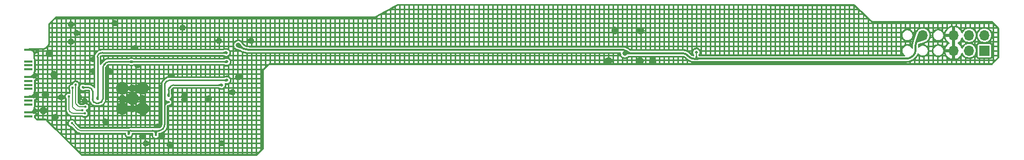
<source format=gbr>
%TF.GenerationSoftware,KiCad,Pcbnew,8.0.7*%
%TF.CreationDate,2025-01-15T17:22:49+01:00*%
%TF.ProjectId,n64rgb_v3,6e363472-6762-45f7-9633-2e6b69636164,20241213.diy*%
%TF.SameCoordinates,Original*%
%TF.FileFunction,Copper,L2,Bot*%
%TF.FilePolarity,Positive*%
%FSLAX46Y46*%
G04 Gerber Fmt 4.6, Leading zero omitted, Abs format (unit mm)*
G04 Created by KiCad (PCBNEW 8.0.7) date 2025-01-15 17:22:49*
%MOMM*%
%LPD*%
G01*
G04 APERTURE LIST*
%TA.AperFunction,ComponentPad*%
%ADD10R,1.700000X1.700000*%
%TD*%
%TA.AperFunction,ComponentPad*%
%ADD11O,1.700000X1.700000*%
%TD*%
%TA.AperFunction,ComponentPad*%
%ADD12C,0.450000*%
%TD*%
%TA.AperFunction,SMDPad,CuDef*%
%ADD13R,1.350000X0.450000*%
%TD*%
%TA.AperFunction,ViaPad*%
%ADD14C,0.400000*%
%TD*%
%TA.AperFunction,ViaPad*%
%ADD15C,0.500000*%
%TD*%
%TA.AperFunction,ViaPad*%
%ADD16C,2.000000*%
%TD*%
%TA.AperFunction,ViaPad*%
%ADD17C,0.800000*%
%TD*%
%TA.AperFunction,Conductor*%
%ADD18C,0.250000*%
%TD*%
%TA.AperFunction,Conductor*%
%ADD19C,0.152400*%
%TD*%
%TA.AperFunction,Conductor*%
%ADD20C,0.300000*%
%TD*%
%TA.AperFunction,Conductor*%
%ADD21C,0.203200*%
%TD*%
G04 APERTURE END LIST*
D10*
%TO.P,X2,1,Red*%
%TO.N,/R*%
X187638594Y-119109394D03*
D11*
%TO.P,X2,2,Green*%
%TO.N,/G*%
X187638594Y-116569394D03*
%TO.P,X2,3,Sync*%
%TO.N,/S*%
X185098594Y-119109394D03*
%TO.P,X2,4,Blue*%
%TO.N,/B*%
X185098594Y-116569394D03*
%TO.P,X2,5,GND*%
%TO.N,GND*%
X182558594Y-119109394D03*
%TO.P,X2,6,GND*%
X182558594Y-116569394D03*
%TO.P,X2,10,5V*%
%TO.N,VCC*%
X177478594Y-116569394D03*
%TD*%
D12*
%TO.P,X1,11,VCLK*%
%TO.N,/VCLK_i*%
X30030000Y-129972500D03*
D13*
X30255000Y-129972500D03*
D12*
X30705000Y-129972500D03*
%TO.P,X1,12,GND*%
%TO.N,GND*%
X30030000Y-129322500D03*
D13*
X30255000Y-129322500D03*
D12*
X30705000Y-129322500D03*
%TO.P,X1,14,nDSYNC*%
%TO.N,/nDSYNC_i*%
X30030000Y-128022500D03*
D13*
X30255000Y-128022500D03*
D12*
X30705000Y-128022500D03*
%TO.P,X1,15,D6*%
%TO.N,/D6_i*%
X30030000Y-127372500D03*
D13*
X30255000Y-127372500D03*
D12*
X30705000Y-127372500D03*
%TO.P,X1,16,GND*%
%TO.N,GND*%
X30030000Y-126722500D03*
D13*
X30255000Y-126722500D03*
D12*
X30705000Y-126722500D03*
%TO.P,X1,18,D5*%
%TO.N,/D5_i*%
X30030000Y-125422500D03*
D13*
X30255000Y-125422500D03*
D12*
X30705000Y-125422500D03*
%TO.P,X1,19,D4*%
%TO.N,/D4_i*%
X30030000Y-124772500D03*
D13*
X30255000Y-124772500D03*
D12*
X30705000Y-124772500D03*
%TO.P,X1,20,D3*%
%TO.N,/D3_i*%
X30030000Y-124122500D03*
D13*
X30255000Y-124122500D03*
D12*
X30705000Y-124122500D03*
%TO.P,X1,21,GND*%
%TO.N,GND*%
X30030000Y-123472500D03*
D13*
X30255000Y-123472500D03*
D12*
X30705000Y-123472500D03*
%TO.P,X1,23,D2*%
%TO.N,/D2_i*%
X30030000Y-122172500D03*
D13*
X30255000Y-122172500D03*
D12*
X30705000Y-122172500D03*
%TO.P,X1,24,D1*%
%TO.N,/D1_i*%
X30030000Y-121522500D03*
D13*
X30255000Y-121522500D03*
D12*
X30705000Y-121522500D03*
%TO.P,X1,25,D0*%
%TO.N,/D0_i*%
X30030000Y-120872500D03*
D13*
X30255000Y-120872500D03*
D12*
X30705000Y-120872500D03*
%TO.P,X1,28,GND*%
%TO.N,GND*%
X30030000Y-118922500D03*
D13*
X30255000Y-118922500D03*
D12*
X30705000Y-118922500D03*
%TD*%
D14*
%TO.N,VDD*%
X39190000Y-125160000D03*
D15*
X62890000Y-123990000D03*
D14*
X51220000Y-133050000D03*
X37380000Y-131090000D03*
X47190000Y-120940000D03*
X46766200Y-132805905D03*
X53330000Y-127600000D03*
D15*
X62890000Y-120940000D03*
D16*
%TO.N,GND*%
X45690000Y-125300000D03*
D17*
X125760000Y-120750000D03*
X133020000Y-120840000D03*
D14*
X42920000Y-130840000D03*
X38180000Y-116190000D03*
D17*
X47390000Y-128650000D03*
D15*
X64780000Y-123440000D03*
D14*
X59950000Y-127000000D03*
X40970000Y-120520000D03*
D17*
X32700000Y-128980000D03*
D14*
X39500000Y-127410000D03*
X35640000Y-126780000D03*
D17*
X34490000Y-123060000D03*
D14*
X47830000Y-118670000D03*
X34720000Y-130060000D03*
D16*
X45700000Y-128660000D03*
D14*
X53900000Y-123370000D03*
D17*
X49040000Y-127030000D03*
X47350000Y-125300000D03*
D14*
X66900000Y-117470000D03*
X52270000Y-133160000D03*
X62030000Y-134390000D03*
D17*
X126810000Y-115790000D03*
D14*
X51470000Y-131670000D03*
D16*
X49000000Y-125310000D03*
D17*
X131010000Y-115790000D03*
X130940000Y-120790000D03*
D14*
X37250000Y-114750000D03*
X48970000Y-133240000D03*
X53490000Y-134580000D03*
X49580000Y-134400000D03*
X48190000Y-121490000D03*
X61600000Y-117470000D03*
X38590000Y-126840000D03*
X42230000Y-121080000D03*
D17*
X33050000Y-126380000D03*
D14*
X44440000Y-114540000D03*
X43540000Y-122460000D03*
X41000000Y-122460000D03*
X55610000Y-115300000D03*
D16*
X47378300Y-127000001D03*
X49040000Y-128650000D03*
D14*
X37250000Y-117610000D03*
D17*
X45710000Y-127000001D03*
D14*
X63820000Y-125950000D03*
D17*
X33700000Y-119540000D03*
D14*
X55910000Y-126560000D03*
X55890000Y-127190000D03*
D15*
%TO.N,VCC*%
X140208000Y-119380000D03*
D17*
X128447800Y-119557800D03*
X64790000Y-118200000D03*
D15*
%TO.N,VCCINT*%
X62040000Y-124760000D03*
D14*
X53300000Y-126570000D03*
X41610000Y-127080000D03*
D15*
X62800000Y-119440000D03*
D14*
%TO.N,D6*%
X36880000Y-126650000D03*
X39520000Y-129460000D03*
%TO.N,D5*%
X39100000Y-128910000D03*
X37500000Y-125250000D03*
%TO.N,D4*%
X38020000Y-124750000D03*
X39640000Y-128390000D03*
%TD*%
D18*
%TO.N,VDD*%
X51404019Y-132415980D02*
X51320000Y-132500000D01*
X42930000Y-121150000D02*
X42706274Y-121373726D01*
D19*
X46346200Y-132296200D02*
X38834895Y-132296200D01*
D18*
X47190000Y-120940000D02*
X43436984Y-120940000D01*
X51199256Y-132376944D02*
X51280000Y-132296200D01*
X42190000Y-127580000D02*
X42338578Y-127431422D01*
X51280000Y-132296200D02*
X51693195Y-132296200D01*
X40930000Y-127500000D02*
X41015649Y-127585649D01*
X53330000Y-127600000D02*
X52660000Y-127600000D01*
X40770000Y-125717989D02*
X40770000Y-127113726D01*
X52852010Y-127402010D02*
X52773137Y-127323137D01*
X47190000Y-120940000D02*
X62890000Y-120940000D01*
X52660000Y-128160000D02*
X52660000Y-131300000D01*
X51134142Y-132534143D02*
X51080000Y-132480000D01*
X52910000Y-127760000D02*
X52766066Y-127903934D01*
X52660000Y-127050000D02*
X52660000Y-127600000D01*
X41340000Y-127720000D02*
X41852011Y-127720000D01*
X52660000Y-127600000D02*
X52660000Y-128160000D01*
D19*
X37380000Y-131090000D02*
X38410346Y-132120346D01*
D18*
X47089337Y-132296200D02*
X50740000Y-132296200D01*
X39190000Y-125160000D02*
X40098874Y-125160000D01*
X52660000Y-124900121D02*
X52660000Y-127050000D01*
X52360000Y-132020000D02*
X52363015Y-132016985D01*
X51220000Y-132741421D02*
X51220000Y-133050000D01*
D19*
X47089337Y-132296200D02*
X46726200Y-132296200D01*
D18*
X62890000Y-123990000D02*
X53456984Y-123990000D01*
X50740000Y-132296200D02*
X51280000Y-132296200D01*
D19*
X46726200Y-132296200D02*
X46346200Y-132296200D01*
D18*
X53330000Y-127600000D02*
X53296274Y-127600000D01*
D19*
X46726200Y-132296200D02*
X46726200Y-132341758D01*
D18*
X42480000Y-127090000D02*
X42480000Y-121920000D01*
X51080000Y-132480000D02*
X51006650Y-132406650D01*
D19*
X46348868Y-132296200D02*
G75*
G02*
X46643976Y-132418424I32J-417300D01*
G01*
D18*
X40770000Y-127113726D02*
G75*
G03*
X40930008Y-127499992I546300J26D01*
G01*
X53456984Y-123990000D02*
G75*
G03*
X52950004Y-124200004I16J-717000D01*
G01*
X51693195Y-132296200D02*
G75*
G03*
X52360002Y-132020002I5J943000D01*
G01*
X47089337Y-132296200D02*
G75*
G03*
X46896189Y-132376189I-37J-273100D01*
G01*
X51693195Y-132296200D02*
G75*
G03*
X51404013Y-132415974I5J-409000D01*
G01*
X42706274Y-121373726D02*
G75*
G03*
X42480015Y-121920000I546326J-546274D01*
G01*
X41852011Y-127720000D02*
G75*
G03*
X42189997Y-127579997I-11J478000D01*
G01*
X40630000Y-125380000D02*
G75*
G02*
X40770004Y-125717989I-338000J-338000D01*
G01*
X43436984Y-120940000D02*
G75*
G03*
X42930004Y-121150004I16J-717000D01*
G01*
X42338578Y-127431422D02*
G75*
G03*
X42480013Y-127090000I-341378J341422D01*
G01*
X51006650Y-132406650D02*
G75*
G03*
X50740000Y-132296200I-266650J-266650D01*
G01*
X41015649Y-127585649D02*
G75*
G03*
X41340000Y-127720000I324351J324349D01*
G01*
D19*
X46726200Y-132341758D02*
G75*
G03*
X46800020Y-132520084I252200J-42D01*
G01*
D18*
X52773137Y-127323137D02*
G75*
G02*
X52660008Y-127050000I273163J273137D01*
G01*
X51220000Y-132741421D02*
G75*
G03*
X51134145Y-132534140I-293100J21D01*
G01*
X53296274Y-127600000D02*
G75*
G03*
X52910008Y-127760008I26J-546300D01*
G01*
D19*
X38834895Y-132296200D02*
G75*
G02*
X38410349Y-132120343I5J600400D01*
G01*
D18*
X46896200Y-132376200D02*
G75*
G03*
X46766220Y-132690047I313800J-313800D01*
G01*
X40098874Y-125160000D02*
G75*
G02*
X40630008Y-125379992I26J-751100D01*
G01*
X51134142Y-132534143D02*
G75*
G02*
X51199225Y-132376913I222358J43D01*
G01*
X51320000Y-132500000D02*
G75*
G03*
X51220009Y-132741421I241400J-241400D01*
G01*
X52766066Y-127903934D02*
G75*
G03*
X52659991Y-128160000I256034J-256066D01*
G01*
X52363015Y-132016985D02*
G75*
G03*
X52659991Y-131300000I-717015J716985D01*
G01*
X52950000Y-124200000D02*
G75*
G03*
X52660009Y-124900121I700100J-700100D01*
G01*
X53330000Y-127600000D02*
G75*
G02*
X52852006Y-127402014I0J676000D01*
G01*
D19*
X46568419Y-132328419D02*
G75*
G02*
X46766187Y-132805905I-477519J-477481D01*
G01*
D20*
%TO.N,VCC*%
X176285394Y-118239552D02*
X176285394Y-119031502D01*
X175932059Y-119884529D02*
X175852411Y-119964177D01*
X128217158Y-118990000D02*
X127560000Y-118990000D01*
X138716158Y-119846158D02*
X138940000Y-120070000D01*
X174724932Y-120431194D02*
X140451259Y-120431194D01*
X130170000Y-119557800D02*
X138020000Y-119557800D01*
X177478594Y-116569394D02*
X176622651Y-117425339D01*
D21*
X139936662Y-120440000D02*
X140076861Y-120299801D01*
D20*
X128447800Y-119557800D02*
X130170000Y-119557800D01*
D21*
X140208000Y-119380000D02*
X140208000Y-119904045D01*
X139833259Y-120440000D02*
X139936662Y-120440000D01*
X140208000Y-119904045D02*
X140208000Y-120275834D01*
D20*
X139833259Y-120440000D02*
X140140000Y-120440000D01*
X140433400Y-120436600D02*
X140430000Y-120440000D01*
D21*
X140208000Y-119380000D02*
X140208000Y-119596471D01*
D20*
X140140000Y-120440000D02*
X140430000Y-120440000D01*
X127560000Y-118990000D02*
X66697228Y-118990000D01*
X130170000Y-119557800D02*
X129587947Y-119557800D01*
X176622651Y-117425339D02*
G75*
G03*
X176285370Y-118239552I814249J-814261D01*
G01*
D21*
X140208000Y-119904045D02*
G75*
G03*
X140430013Y-120439987I758000J45D01*
G01*
D20*
X66697228Y-118990000D02*
G75*
G02*
X64789992Y-118200008I-28J2697200D01*
G01*
X128700000Y-119190000D02*
G75*
G03*
X128217158Y-118990018I-482800J-482800D01*
G01*
X140208000Y-120275834D02*
G75*
G02*
X140139990Y-120439990I-232200J34D01*
G01*
D18*
X140451259Y-120431194D02*
G75*
G03*
X140430012Y-120440012I41J-30106D01*
G01*
D20*
X176285394Y-119031502D02*
G75*
G02*
X175932064Y-119884534I-1206394J2D01*
G01*
X138020000Y-119557800D02*
G75*
G02*
X138716155Y-119846161I0J-984500D01*
G01*
D21*
X140076861Y-120299801D02*
G75*
G03*
X140208032Y-119904045I-547561J401101D01*
G01*
D20*
X175852411Y-119964177D02*
G75*
G02*
X174724932Y-120431217I-1127511J1127477D01*
G01*
X138940000Y-120070000D02*
G75*
G03*
X139833259Y-120440017I893300J893300D01*
G01*
X129587947Y-119557800D02*
G75*
G02*
X128699986Y-119190014I-47J1255700D01*
G01*
D18*
%TO.N,VCCINT*%
X53710000Y-124940000D02*
X53433126Y-125216874D01*
X53610000Y-119440000D02*
X53360000Y-119440000D01*
X62800000Y-119440000D02*
X53610000Y-119440000D01*
X41610000Y-120110416D02*
X41610000Y-127080000D01*
X62040000Y-124760000D02*
X54144558Y-124760000D01*
X52730000Y-119440000D02*
X42407695Y-119440000D01*
X53300000Y-125538269D02*
X53300000Y-126570000D01*
X53360000Y-119440000D02*
X53280000Y-119440000D01*
X53280000Y-119440000D02*
X52730000Y-119440000D01*
X42407695Y-119440000D02*
G75*
G03*
X41780001Y-119700001I5J-887700D01*
G01*
X53433126Y-125216874D02*
G75*
G03*
X53299972Y-125538269I321374J-321426D01*
G01*
X54144558Y-124760000D02*
G75*
G03*
X53710012Y-124940012I42J-614600D01*
G01*
X41780000Y-119700000D02*
G75*
G03*
X41610007Y-120110416I410400J-410400D01*
G01*
D19*
%TO.N,D6*%
X39520000Y-129460000D02*
X37586177Y-129460000D01*
X36880000Y-128757868D02*
X36880000Y-126650000D01*
X36983626Y-129071326D02*
X37221035Y-129308748D01*
X36983626Y-129071326D02*
G75*
G02*
X36880016Y-128757868I435874J317926D01*
G01*
X37586177Y-129460000D02*
G75*
G02*
X37221042Y-129308741I23J516400D01*
G01*
%TO.N,D5*%
X37500000Y-128282721D02*
X37500000Y-125250000D01*
X39100000Y-128910000D02*
X38148463Y-128910000D01*
X37590000Y-128500000D02*
X37895021Y-128805021D01*
X37590000Y-128500000D02*
G75*
G02*
X37499991Y-128282721I217300J217300D01*
G01*
X38148463Y-128910000D02*
G75*
G02*
X37895044Y-128804998I37J358400D01*
G01*
%TO.N,D4*%
X38120000Y-127960000D02*
X38445112Y-128285112D01*
X38020000Y-124750000D02*
X38020000Y-127718579D01*
X39640000Y-128390000D02*
X38698335Y-128390000D01*
X38698335Y-128390000D02*
G75*
G02*
X38445097Y-128285127I-35J358100D01*
G01*
X38020000Y-127718579D02*
G75*
G03*
X38119994Y-127960006I341400J-21D01*
G01*
%TD*%
%TA.AperFunction,Conductor*%
%TO.N,VDD*%
G36*
X62793366Y-123762825D02*
G01*
X62798254Y-123768408D01*
X62889109Y-123985483D01*
X62889142Y-123994437D01*
X62889109Y-123994517D01*
X62798254Y-124211591D01*
X62791898Y-124217900D01*
X62784495Y-124218392D01*
X62398734Y-124117289D01*
X62391600Y-124111876D01*
X62390000Y-124105971D01*
X62390000Y-123874028D01*
X62393427Y-123865755D01*
X62398731Y-123862711D01*
X62784495Y-123761607D01*
X62793366Y-123762825D01*
G37*
%TD.AperFunction*%
%TD*%
%TA.AperFunction,Conductor*%
%TO.N,VDD*%
G36*
X53319042Y-127399346D02*
G01*
X53327096Y-127403259D01*
X53330045Y-127410976D01*
X53330821Y-127598173D01*
X53329908Y-127602752D01*
X53258427Y-127772954D01*
X53252064Y-127779255D01*
X53243110Y-127779211D01*
X53242148Y-127778754D01*
X52898373Y-127595802D01*
X52892681Y-127588892D01*
X52893543Y-127579978D01*
X52894137Y-127578984D01*
X53022120Y-127387435D01*
X53029564Y-127382462D01*
X53032540Y-127382258D01*
X53319042Y-127399346D01*
G37*
%TD.AperFunction*%
%TD*%
%TA.AperFunction,Conductor*%
%TO.N,VCCINT*%
G36*
X61943366Y-124532825D02*
G01*
X61948254Y-124538408D01*
X62039109Y-124755483D01*
X62039142Y-124764437D01*
X62039109Y-124764517D01*
X61948254Y-124981591D01*
X61941898Y-124987900D01*
X61934495Y-124988392D01*
X61548734Y-124887289D01*
X61541600Y-124881876D01*
X61540000Y-124875971D01*
X61540000Y-124644028D01*
X61543427Y-124635755D01*
X61548731Y-124632711D01*
X61934495Y-124531607D01*
X61943366Y-124532825D01*
G37*
%TD.AperFunction*%
%TD*%
%TA.AperFunction,Conductor*%
%TO.N,VCCINT*%
G36*
X41733563Y-126683427D02*
G01*
X41736790Y-126689544D01*
X41807415Y-127066214D01*
X41805571Y-127074977D01*
X41798071Y-127079870D01*
X41795973Y-127080070D01*
X41610058Y-127080999D01*
X41609942Y-127080999D01*
X41424026Y-127080070D01*
X41415770Y-127076602D01*
X41412384Y-127068312D01*
X41412583Y-127066223D01*
X41483210Y-126689542D01*
X41488103Y-126682044D01*
X41494710Y-126680000D01*
X41725290Y-126680000D01*
X41733563Y-126683427D01*
G37*
%TD.AperFunction*%
%TD*%
%TA.AperFunction,Conductor*%
%TO.N,VDD*%
G36*
X47184977Y-120744428D02*
G01*
X47189870Y-120751928D01*
X47190070Y-120754026D01*
X47190999Y-120939942D01*
X47190999Y-120940058D01*
X47190070Y-121125973D01*
X47186602Y-121134229D01*
X47178312Y-121137615D01*
X47176214Y-121137415D01*
X46799544Y-121066789D01*
X46792044Y-121061896D01*
X46790000Y-121055289D01*
X46790000Y-120824710D01*
X46793427Y-120816437D01*
X46799542Y-120813210D01*
X47176216Y-120742584D01*
X47184977Y-120744428D01*
G37*
%TD.AperFunction*%
%TD*%
%TA.AperFunction,Conductor*%
%TO.N,VDD*%
G36*
X51111927Y-132667417D02*
G01*
X51334898Y-132727151D01*
X51342001Y-132732602D01*
X51343196Y-132735521D01*
X51402237Y-132963654D01*
X51400992Y-132972521D01*
X51395430Y-132977377D01*
X51224267Y-133049069D01*
X51215312Y-133049104D01*
X51215216Y-133049064D01*
X51044123Y-132977200D01*
X51037823Y-132970837D01*
X51037203Y-132964014D01*
X51097468Y-132676321D01*
X51102517Y-132668929D01*
X51111317Y-132667272D01*
X51111927Y-132667417D01*
G37*
%TD.AperFunction*%
%TD*%
%TA.AperFunction,Conductor*%
%TO.N,VDD*%
G36*
X53324977Y-127404428D02*
G01*
X53329870Y-127411928D01*
X53330070Y-127414026D01*
X53330999Y-127599942D01*
X53330999Y-127600058D01*
X53330070Y-127785973D01*
X53326602Y-127794229D01*
X53318312Y-127797615D01*
X53316214Y-127797415D01*
X52939544Y-127726789D01*
X52932044Y-127721896D01*
X52930000Y-127715289D01*
X52930000Y-127484710D01*
X52933427Y-127476437D01*
X52939542Y-127473210D01*
X53316216Y-127402584D01*
X53324977Y-127404428D01*
G37*
%TD.AperFunction*%
%TD*%
%TA.AperFunction,Conductor*%
%TO.N,VDD*%
G36*
X47203777Y-120742583D02*
G01*
X47580457Y-120813210D01*
X47587956Y-120818103D01*
X47590000Y-120824710D01*
X47590000Y-121055289D01*
X47586573Y-121063562D01*
X47580456Y-121066789D01*
X47203785Y-121137415D01*
X47195022Y-121135571D01*
X47190129Y-121128071D01*
X47189929Y-121125982D01*
X47189000Y-120940000D01*
X47189929Y-120754023D01*
X47193397Y-120745770D01*
X47201687Y-120742384D01*
X47203777Y-120742583D01*
G37*
%TD.AperFunction*%
%TD*%
%TA.AperFunction,Conductor*%
%TO.N,VCCINT*%
G36*
X62703366Y-119212825D02*
G01*
X62708254Y-119218408D01*
X62799109Y-119435483D01*
X62799142Y-119444437D01*
X62799109Y-119444517D01*
X62708254Y-119661591D01*
X62701898Y-119667900D01*
X62694495Y-119668392D01*
X62308734Y-119567289D01*
X62301600Y-119561876D01*
X62300000Y-119555971D01*
X62300000Y-119324028D01*
X62303427Y-119315755D01*
X62308731Y-119312711D01*
X62694495Y-119211607D01*
X62703366Y-119212825D01*
G37*
%TD.AperFunction*%
%TD*%
%TA.AperFunction,Conductor*%
%TO.N,VCC*%
G36*
X176705286Y-116249063D02*
G01*
X177474484Y-116566616D01*
X177480823Y-116572941D01*
X177480832Y-116572963D01*
X177799020Y-117342943D01*
X177799013Y-117351897D01*
X177792675Y-117358224D01*
X177791765Y-117358557D01*
X176561234Y-117751370D01*
X176553198Y-117751033D01*
X176289729Y-117641893D01*
X176283397Y-117635561D01*
X176282990Y-117627760D01*
X176689607Y-116256552D01*
X176695244Y-116249595D01*
X176704150Y-116248662D01*
X176705286Y-116249063D01*
G37*
%TD.AperFunction*%
%TD*%
%TA.AperFunction,Conductor*%
%TO.N,VCC*%
G36*
X65079361Y-117927177D02*
G01*
X65080763Y-117928882D01*
X65488036Y-118531773D01*
X65489828Y-118540546D01*
X65488882Y-118543398D01*
X65366086Y-118798392D01*
X65359409Y-118804359D01*
X65351893Y-118804432D01*
X64648882Y-118573479D01*
X64642092Y-118567641D01*
X64641418Y-118558711D01*
X64641703Y-118557938D01*
X64788203Y-118201745D01*
X64790768Y-118197906D01*
X65062815Y-117927137D01*
X65071096Y-117923731D01*
X65079361Y-117927177D01*
G37*
%TD.AperFunction*%
%TD*%
%TA.AperFunction,Conductor*%
%TO.N,VDD*%
G36*
X46723993Y-132402688D02*
G01*
X46902006Y-132656479D01*
X46903951Y-132665220D01*
X46900740Y-132671431D01*
X46770153Y-132803282D01*
X46761896Y-132806749D01*
X46761789Y-132806749D01*
X46578550Y-132805958D01*
X46570292Y-132802495D01*
X46566901Y-132794207D01*
X46566919Y-132793606D01*
X46585489Y-132476409D01*
X46589394Y-132468351D01*
X46591316Y-132466962D01*
X46708564Y-132399273D01*
X46717443Y-132398106D01*
X46723993Y-132402688D01*
G37*
%TD.AperFunction*%
%TD*%
%TA.AperFunction,Conductor*%
%TO.N,VDD*%
G36*
X53257959Y-127426101D02*
G01*
X53258486Y-127427194D01*
X53329803Y-127597117D01*
X53330715Y-127601687D01*
X53330041Y-127788588D01*
X53326584Y-127796849D01*
X53318591Y-127800243D01*
X53048054Y-127806028D01*
X53039710Y-127802779D01*
X53039324Y-127802392D01*
X52881109Y-127635969D01*
X52877893Y-127627612D01*
X52881528Y-127619428D01*
X52883964Y-127617649D01*
X53242078Y-127421460D01*
X53250979Y-127420491D01*
X53257959Y-127426101D01*
G37*
%TD.AperFunction*%
%TD*%
%TA.AperFunction,Conductor*%
%TO.N,VCCINT*%
G36*
X53423563Y-126173427D02*
G01*
X53426790Y-126179544D01*
X53497415Y-126556214D01*
X53495571Y-126564977D01*
X53488071Y-126569870D01*
X53485973Y-126570070D01*
X53300058Y-126570999D01*
X53299942Y-126570999D01*
X53114026Y-126570070D01*
X53105770Y-126566602D01*
X53102384Y-126558312D01*
X53102583Y-126556223D01*
X53173210Y-126179542D01*
X53178103Y-126172044D01*
X53184710Y-126170000D01*
X53415290Y-126170000D01*
X53423563Y-126173427D01*
G37*
%TD.AperFunction*%
%TD*%
%TA.AperFunction,Conductor*%
%TO.N,VDD*%
G36*
X46753721Y-132368539D02*
G01*
X46754830Y-132369101D01*
X46954347Y-132484283D01*
X46959798Y-132491387D01*
X46960195Y-132494191D01*
X46965971Y-132794031D01*
X46962704Y-132802368D01*
X46954498Y-132805954D01*
X46954324Y-132805956D01*
X46768084Y-132806760D01*
X46763502Y-132805847D01*
X46592412Y-132733983D01*
X46586112Y-132727620D01*
X46586156Y-132718665D01*
X46586186Y-132718594D01*
X46738290Y-132374509D01*
X46744769Y-132368328D01*
X46753721Y-132368539D01*
G37*
%TD.AperFunction*%
%TD*%
%TA.AperFunction,Conductor*%
%TO.N,VDD*%
G36*
X62793366Y-120712825D02*
G01*
X62798254Y-120718408D01*
X62889109Y-120935483D01*
X62889142Y-120944437D01*
X62889109Y-120944517D01*
X62798254Y-121161591D01*
X62791898Y-121167900D01*
X62784495Y-121168392D01*
X62398734Y-121067289D01*
X62391600Y-121061876D01*
X62390000Y-121055971D01*
X62390000Y-120824028D01*
X62393427Y-120815755D01*
X62398731Y-120812711D01*
X62784495Y-120711607D01*
X62793366Y-120712825D01*
G37*
%TD.AperFunction*%
%TD*%
%TA.AperFunction,Conductor*%
%TO.N,VDD*%
G36*
X39203777Y-124962583D02*
G01*
X39580457Y-125033210D01*
X39587956Y-125038103D01*
X39590000Y-125044710D01*
X39590000Y-125275289D01*
X39586573Y-125283562D01*
X39580456Y-125286789D01*
X39203785Y-125357415D01*
X39195022Y-125355571D01*
X39190129Y-125348071D01*
X39189929Y-125345982D01*
X39189000Y-125160000D01*
X39189929Y-124974023D01*
X39193397Y-124965770D01*
X39201687Y-124962384D01*
X39203777Y-124962583D01*
G37*
%TD.AperFunction*%
%TD*%
%TA.AperFunction,Conductor*%
%TO.N,GND*%
G36*
X182812594Y-118678691D02*
G01*
X182751587Y-118643469D01*
X182624420Y-118609394D01*
X182492768Y-118609394D01*
X182365601Y-118643469D01*
X182304594Y-118678691D01*
X182304594Y-117000096D01*
X182365601Y-117035319D01*
X182492768Y-117069394D01*
X182624420Y-117069394D01*
X182751587Y-117035319D01*
X182812594Y-117000096D01*
X182812594Y-118678691D01*
G37*
%TD.AperFunction*%
%TA.AperFunction,Conductor*%
G36*
X166213322Y-111445016D02*
G01*
X166281429Y-111465058D01*
X166299763Y-111479415D01*
X168467886Y-113527215D01*
X169092288Y-114116966D01*
X169105001Y-114128973D01*
X169107579Y-114131479D01*
X169132733Y-114156633D01*
X169133402Y-114157053D01*
X169136433Y-114159017D01*
X169137020Y-114159409D01*
X169137364Y-114159540D01*
X169137365Y-114159541D01*
X169170310Y-114172098D01*
X169173584Y-114173399D01*
X169206162Y-114186894D01*
X169206507Y-114187037D01*
X169207245Y-114187162D01*
X169210778Y-114187812D01*
X169211525Y-114187960D01*
X169211896Y-114187949D01*
X169211898Y-114187950D01*
X169247121Y-114186945D01*
X169250715Y-114186894D01*
X188859354Y-114186894D01*
X188927475Y-114206896D01*
X188948449Y-114223799D01*
X190027189Y-115302539D01*
X190061215Y-115364851D01*
X190064094Y-115391634D01*
X190064094Y-120204887D01*
X190044092Y-120273008D01*
X190028918Y-120292219D01*
X188966523Y-121397112D01*
X188946413Y-121418026D01*
X188884780Y-121453266D01*
X188855588Y-121456694D01*
X70027363Y-121456694D01*
X70021697Y-121456567D01*
X69989168Y-121455102D01*
X69988184Y-121455253D01*
X69986715Y-121455364D01*
X69982523Y-121456100D01*
X69981092Y-121456500D01*
X69980117Y-121456693D01*
X69950041Y-121469150D01*
X69944766Y-121471197D01*
X69914183Y-121482282D01*
X69913304Y-121482814D01*
X69911990Y-121483478D01*
X69908439Y-121485737D01*
X69907273Y-121486651D01*
X69906427Y-121487216D01*
X69883418Y-121510224D01*
X69879324Y-121514138D01*
X69142247Y-122187719D01*
X69127260Y-122199466D01*
X69126426Y-122200023D01*
X69103411Y-122223037D01*
X69099320Y-122226948D01*
X69075301Y-122248898D01*
X69074698Y-122249719D01*
X69073731Y-122250844D01*
X69071319Y-122254284D01*
X69070593Y-122255572D01*
X69070027Y-122256418D01*
X69057571Y-122286488D01*
X69055289Y-122291664D01*
X69041496Y-122321141D01*
X69041257Y-122322114D01*
X69040798Y-122323513D01*
X69039871Y-122327680D01*
X69039694Y-122329140D01*
X69039500Y-122330115D01*
X69039500Y-122362637D01*
X69039373Y-122368303D01*
X69037908Y-122400829D01*
X69038058Y-122401806D01*
X69039500Y-122420811D01*
X69039500Y-135212572D01*
X69019498Y-135280693D01*
X69001573Y-135302678D01*
X67865009Y-136413606D01*
X67802313Y-136446918D01*
X67776936Y-136449500D01*
X39005077Y-136449500D01*
X38936956Y-136429498D01*
X38916058Y-136412672D01*
X38571343Y-136068547D01*
X38963982Y-136068547D01*
X39067712Y-136172100D01*
X39410000Y-136172100D01*
X39663000Y-136172100D01*
X40173000Y-136172100D01*
X40426000Y-136172100D01*
X40936000Y-136172100D01*
X41189000Y-136172100D01*
X41699000Y-136172100D01*
X41952000Y-136172100D01*
X42462000Y-136172100D01*
X42715000Y-136172100D01*
X43225000Y-136172100D01*
X43478000Y-136172100D01*
X43988000Y-136172100D01*
X44241000Y-136172100D01*
X44751000Y-136172100D01*
X45004000Y-136172100D01*
X45514000Y-136172100D01*
X45767000Y-136172100D01*
X46277000Y-136172100D01*
X46530000Y-136172100D01*
X47040000Y-136172100D01*
X47293000Y-136172100D01*
X47803000Y-136172100D01*
X48056000Y-136172100D01*
X48566000Y-136172100D01*
X48819000Y-136172100D01*
X49329000Y-136172100D01*
X49582000Y-136172100D01*
X50092000Y-136172100D01*
X50345000Y-136172100D01*
X50855000Y-136172100D01*
X51108000Y-136172100D01*
X51618000Y-136172100D01*
X51871000Y-136172100D01*
X52381000Y-136172100D01*
X52634000Y-136172100D01*
X53144000Y-136172100D01*
X53397000Y-136172100D01*
X53907000Y-136172100D01*
X54160000Y-136172100D01*
X54670000Y-136172100D01*
X54923000Y-136172100D01*
X55433000Y-136172100D01*
X55686000Y-136172100D01*
X56196000Y-136172100D01*
X56449000Y-136172100D01*
X56959000Y-136172100D01*
X57212000Y-136172100D01*
X57722000Y-136172100D01*
X57975000Y-136172100D01*
X58485000Y-136172100D01*
X58738000Y-136172100D01*
X59248000Y-136172100D01*
X59501000Y-136172100D01*
X60011000Y-136172100D01*
X60264000Y-136172100D01*
X60774000Y-136172100D01*
X61027000Y-136172100D01*
X61537000Y-136172100D01*
X61790000Y-136172100D01*
X62300000Y-136172100D01*
X62553000Y-136172100D01*
X63063000Y-136172100D01*
X63316000Y-136172100D01*
X63826000Y-136172100D01*
X64079000Y-136172100D01*
X64589000Y-136172100D01*
X64842000Y-136172100D01*
X65352000Y-136172100D01*
X65605000Y-136172100D01*
X66115000Y-136172100D01*
X66368000Y-136172100D01*
X66878000Y-136172100D01*
X67131000Y-136172100D01*
X67641000Y-136172100D01*
X67641000Y-136068547D01*
X67131000Y-136068547D01*
X67131000Y-136172100D01*
X66878000Y-136172100D01*
X66878000Y-136068547D01*
X66368000Y-136068547D01*
X66368000Y-136172100D01*
X66115000Y-136172100D01*
X66115000Y-136068547D01*
X65605000Y-136068547D01*
X65605000Y-136172100D01*
X65352000Y-136172100D01*
X65352000Y-136068547D01*
X64842000Y-136068547D01*
X64842000Y-136172100D01*
X64589000Y-136172100D01*
X64589000Y-136068547D01*
X64079000Y-136068547D01*
X64079000Y-136172100D01*
X63826000Y-136172100D01*
X63826000Y-136068547D01*
X63316000Y-136068547D01*
X63316000Y-136172100D01*
X63063000Y-136172100D01*
X63063000Y-136068547D01*
X62553000Y-136068547D01*
X62553000Y-136172100D01*
X62300000Y-136172100D01*
X62300000Y-136068547D01*
X61790000Y-136068547D01*
X61790000Y-136172100D01*
X61537000Y-136172100D01*
X61537000Y-136068547D01*
X61027000Y-136068547D01*
X61027000Y-136172100D01*
X60774000Y-136172100D01*
X60774000Y-136068547D01*
X60264000Y-136068547D01*
X60264000Y-136172100D01*
X60011000Y-136172100D01*
X60011000Y-136068547D01*
X59501000Y-136068547D01*
X59501000Y-136172100D01*
X59248000Y-136172100D01*
X59248000Y-136068547D01*
X58738000Y-136068547D01*
X58738000Y-136172100D01*
X58485000Y-136172100D01*
X58485000Y-136068547D01*
X57975000Y-136068547D01*
X57975000Y-136172100D01*
X57722000Y-136172100D01*
X57722000Y-136068547D01*
X57212000Y-136068547D01*
X57212000Y-136172100D01*
X56959000Y-136172100D01*
X56959000Y-136068547D01*
X56449000Y-136068547D01*
X56449000Y-136172100D01*
X56196000Y-136172100D01*
X56196000Y-136068547D01*
X55686000Y-136068547D01*
X55686000Y-136172100D01*
X55433000Y-136172100D01*
X55433000Y-136068547D01*
X54923000Y-136068547D01*
X54923000Y-136172100D01*
X54670000Y-136172100D01*
X54670000Y-136068547D01*
X54160000Y-136068547D01*
X54160000Y-136172100D01*
X53907000Y-136172100D01*
X53907000Y-136068547D01*
X53397000Y-136068547D01*
X53397000Y-136172100D01*
X53144000Y-136172100D01*
X53144000Y-136068547D01*
X52634000Y-136068547D01*
X52634000Y-136172100D01*
X52381000Y-136172100D01*
X52381000Y-136068547D01*
X51871000Y-136068547D01*
X51871000Y-136172100D01*
X51618000Y-136172100D01*
X51618000Y-136068547D01*
X51108000Y-136068547D01*
X51108000Y-136172100D01*
X50855000Y-136172100D01*
X50855000Y-136068547D01*
X50345000Y-136068547D01*
X50345000Y-136172100D01*
X50092000Y-136172100D01*
X50092000Y-136068547D01*
X49582000Y-136068547D01*
X49582000Y-136172100D01*
X49329000Y-136172100D01*
X49329000Y-136068547D01*
X48819000Y-136068547D01*
X48819000Y-136172100D01*
X48566000Y-136172100D01*
X48566000Y-136068547D01*
X48056000Y-136068547D01*
X48056000Y-136172100D01*
X47803000Y-136172100D01*
X47803000Y-136068547D01*
X47293000Y-136068547D01*
X47293000Y-136172100D01*
X47040000Y-136172100D01*
X47040000Y-136068547D01*
X46530000Y-136068547D01*
X46530000Y-136172100D01*
X46277000Y-136172100D01*
X46277000Y-136068547D01*
X45767000Y-136068547D01*
X45767000Y-136172100D01*
X45514000Y-136172100D01*
X45514000Y-136068547D01*
X45004000Y-136068547D01*
X45004000Y-136172100D01*
X44751000Y-136172100D01*
X44751000Y-136068547D01*
X44241000Y-136068547D01*
X44241000Y-136172100D01*
X43988000Y-136172100D01*
X43988000Y-136068547D01*
X43478000Y-136068547D01*
X43478000Y-136172100D01*
X43225000Y-136172100D01*
X43225000Y-136068547D01*
X42715000Y-136068547D01*
X42715000Y-136172100D01*
X42462000Y-136172100D01*
X42462000Y-136068547D01*
X41952000Y-136068547D01*
X41952000Y-136172100D01*
X41699000Y-136172100D01*
X41699000Y-136068547D01*
X41189000Y-136068547D01*
X41189000Y-136172100D01*
X40936000Y-136172100D01*
X40936000Y-136068547D01*
X40426000Y-136068547D01*
X40426000Y-136172100D01*
X40173000Y-136172100D01*
X40173000Y-136068547D01*
X39663000Y-136068547D01*
X39663000Y-136172100D01*
X39410000Y-136172100D01*
X39410000Y-136068547D01*
X38963982Y-136068547D01*
X38571343Y-136068547D01*
X38317910Y-135815547D01*
X38900000Y-135815547D01*
X39410000Y-135815547D01*
X39663000Y-135815547D01*
X40173000Y-135815547D01*
X40426000Y-135815547D01*
X40936000Y-135815547D01*
X41189000Y-135815547D01*
X41699000Y-135815547D01*
X41952000Y-135815547D01*
X42462000Y-135815547D01*
X42715000Y-135815547D01*
X43225000Y-135815547D01*
X43478000Y-135815547D01*
X43988000Y-135815547D01*
X44241000Y-135815547D01*
X44751000Y-135815547D01*
X45004000Y-135815547D01*
X45514000Y-135815547D01*
X45767000Y-135815547D01*
X46277000Y-135815547D01*
X46530000Y-135815547D01*
X47040000Y-135815547D01*
X47293000Y-135815547D01*
X47803000Y-135815547D01*
X48056000Y-135815547D01*
X48566000Y-135815547D01*
X48819000Y-135815547D01*
X49329000Y-135815547D01*
X49582000Y-135815547D01*
X50092000Y-135815547D01*
X50345000Y-135815547D01*
X50855000Y-135815547D01*
X51108000Y-135815547D01*
X51618000Y-135815547D01*
X51871000Y-135815547D01*
X52381000Y-135815547D01*
X52634000Y-135815547D01*
X53144000Y-135815547D01*
X53397000Y-135815547D01*
X53907000Y-135815547D01*
X54160000Y-135815547D01*
X54670000Y-135815547D01*
X54923000Y-135815547D01*
X55433000Y-135815547D01*
X55686000Y-135815547D01*
X56196000Y-135815547D01*
X56449000Y-135815547D01*
X56959000Y-135815547D01*
X57212000Y-135815547D01*
X57722000Y-135815547D01*
X57975000Y-135815547D01*
X58485000Y-135815547D01*
X58738000Y-135815547D01*
X59248000Y-135815547D01*
X59501000Y-135815547D01*
X60011000Y-135815547D01*
X60264000Y-135815547D01*
X60774000Y-135815547D01*
X61027000Y-135815547D01*
X61537000Y-135815547D01*
X61790000Y-135815547D01*
X62300000Y-135815547D01*
X62553000Y-135815547D01*
X63063000Y-135815547D01*
X63316000Y-135815547D01*
X63826000Y-135815547D01*
X64079000Y-135815547D01*
X64589000Y-135815547D01*
X64842000Y-135815547D01*
X65352000Y-135815547D01*
X65605000Y-135815547D01*
X66115000Y-135815547D01*
X66368000Y-135815547D01*
X66878000Y-135815547D01*
X67131000Y-135815547D01*
X67641000Y-135815547D01*
X67894000Y-135815547D01*
X68080014Y-135815547D01*
X68404000Y-135498867D01*
X68404000Y-135305547D01*
X67894000Y-135305547D01*
X67894000Y-135815547D01*
X67641000Y-135815547D01*
X67641000Y-135305547D01*
X67131000Y-135305547D01*
X67131000Y-135815547D01*
X66878000Y-135815547D01*
X66878000Y-135305547D01*
X66368000Y-135305547D01*
X66368000Y-135815547D01*
X66115000Y-135815547D01*
X66115000Y-135305547D01*
X65605000Y-135305547D01*
X65605000Y-135815547D01*
X65352000Y-135815547D01*
X65352000Y-135305547D01*
X64842000Y-135305547D01*
X64842000Y-135815547D01*
X64589000Y-135815547D01*
X64589000Y-135305547D01*
X64079000Y-135305547D01*
X64079000Y-135815547D01*
X63826000Y-135815547D01*
X63826000Y-135305547D01*
X63316000Y-135305547D01*
X63316000Y-135815547D01*
X63063000Y-135815547D01*
X63063000Y-135305547D01*
X62553000Y-135305547D01*
X62553000Y-135815547D01*
X62300000Y-135815547D01*
X62300000Y-135305547D01*
X61790000Y-135305547D01*
X61790000Y-135815547D01*
X61537000Y-135815547D01*
X61537000Y-135305547D01*
X61027000Y-135305547D01*
X61027000Y-135815547D01*
X60774000Y-135815547D01*
X60774000Y-135305547D01*
X60264000Y-135305547D01*
X60264000Y-135815547D01*
X60011000Y-135815547D01*
X60011000Y-135305547D01*
X59501000Y-135305547D01*
X59501000Y-135815547D01*
X59248000Y-135815547D01*
X59248000Y-135305547D01*
X58738000Y-135305547D01*
X58738000Y-135815547D01*
X58485000Y-135815547D01*
X58485000Y-135305547D01*
X57975000Y-135305547D01*
X57975000Y-135815547D01*
X57722000Y-135815547D01*
X57722000Y-135305547D01*
X57212000Y-135305547D01*
X57212000Y-135815547D01*
X56959000Y-135815547D01*
X56959000Y-135305547D01*
X56449000Y-135305547D01*
X56449000Y-135815547D01*
X56196000Y-135815547D01*
X56196000Y-135305547D01*
X55686000Y-135305547D01*
X55686000Y-135815547D01*
X55433000Y-135815547D01*
X55433000Y-135305547D01*
X54923000Y-135305547D01*
X54923000Y-135815547D01*
X54670000Y-135815547D01*
X54670000Y-135305547D01*
X54160000Y-135305547D01*
X54160000Y-135815547D01*
X53907000Y-135815547D01*
X53907000Y-135305547D01*
X53397000Y-135305547D01*
X53397000Y-135815547D01*
X53144000Y-135815547D01*
X53144000Y-135305547D01*
X52634000Y-135305547D01*
X52634000Y-135815547D01*
X52381000Y-135815547D01*
X52381000Y-135305547D01*
X51871000Y-135305547D01*
X51871000Y-135815547D01*
X51618000Y-135815547D01*
X51618000Y-135305547D01*
X51108000Y-135305547D01*
X51108000Y-135815547D01*
X50855000Y-135815547D01*
X50855000Y-135305547D01*
X50345000Y-135305547D01*
X50345000Y-135815547D01*
X50092000Y-135815547D01*
X50092000Y-135305547D01*
X49582000Y-135305547D01*
X49582000Y-135815547D01*
X49329000Y-135815547D01*
X49329000Y-135305547D01*
X48819000Y-135305547D01*
X48819000Y-135815547D01*
X48566000Y-135815547D01*
X48566000Y-135305547D01*
X48056000Y-135305547D01*
X48056000Y-135815547D01*
X47803000Y-135815547D01*
X47803000Y-135305547D01*
X47293000Y-135305547D01*
X47293000Y-135815547D01*
X47040000Y-135815547D01*
X47040000Y-135305547D01*
X46530000Y-135305547D01*
X46530000Y-135815547D01*
X46277000Y-135815547D01*
X46277000Y-135305547D01*
X45767000Y-135305547D01*
X45767000Y-135815547D01*
X45514000Y-135815547D01*
X45514000Y-135305547D01*
X45004000Y-135305547D01*
X45004000Y-135815547D01*
X44751000Y-135815547D01*
X44751000Y-135305547D01*
X44241000Y-135305547D01*
X44241000Y-135815547D01*
X43988000Y-135815547D01*
X43988000Y-135305547D01*
X43478000Y-135305547D01*
X43478000Y-135815547D01*
X43225000Y-135815547D01*
X43225000Y-135305547D01*
X42715000Y-135305547D01*
X42715000Y-135815547D01*
X42462000Y-135815547D01*
X42462000Y-135305547D01*
X41952000Y-135305547D01*
X41952000Y-135815547D01*
X41699000Y-135815547D01*
X41699000Y-135305547D01*
X41189000Y-135305547D01*
X41189000Y-135815547D01*
X40936000Y-135815547D01*
X40936000Y-135305547D01*
X40426000Y-135305547D01*
X40426000Y-135815547D01*
X40173000Y-135815547D01*
X40173000Y-135305547D01*
X39663000Y-135305547D01*
X39663000Y-135815547D01*
X39410000Y-135815547D01*
X39410000Y-135305547D01*
X38900000Y-135305547D01*
X38900000Y-135815547D01*
X38317910Y-135815547D01*
X37807036Y-135305547D01*
X38199676Y-135305547D01*
X38647000Y-135752105D01*
X38647000Y-135305547D01*
X38199676Y-135305547D01*
X37807036Y-135305547D01*
X37553603Y-135052547D01*
X38137000Y-135052547D01*
X38647000Y-135052547D01*
X38900000Y-135052547D01*
X39410000Y-135052547D01*
X39663000Y-135052547D01*
X40173000Y-135052547D01*
X40426000Y-135052547D01*
X40936000Y-135052547D01*
X41189000Y-135052547D01*
X41699000Y-135052547D01*
X41952000Y-135052547D01*
X42462000Y-135052547D01*
X42715000Y-135052547D01*
X43225000Y-135052547D01*
X43478000Y-135052547D01*
X43988000Y-135052547D01*
X44241000Y-135052547D01*
X44751000Y-135052547D01*
X45004000Y-135052547D01*
X45514000Y-135052547D01*
X45767000Y-135052547D01*
X46277000Y-135052547D01*
X46530000Y-135052547D01*
X47040000Y-135052547D01*
X47293000Y-135052547D01*
X47803000Y-135052547D01*
X48056000Y-135052547D01*
X48566000Y-135052547D01*
X48819000Y-135052547D01*
X49329000Y-135052547D01*
X49329000Y-134908578D01*
X49582000Y-134908578D01*
X49582000Y-135052547D01*
X50092000Y-135052547D01*
X50345000Y-135052547D01*
X50855000Y-135052547D01*
X51108000Y-135052547D01*
X51618000Y-135052547D01*
X51871000Y-135052547D01*
X52381000Y-135052547D01*
X52634000Y-135052547D01*
X53144000Y-135052547D01*
X53675811Y-135052547D01*
X53907000Y-135052547D01*
X54160000Y-135052547D01*
X54670000Y-135052547D01*
X54923000Y-135052547D01*
X55433000Y-135052547D01*
X55686000Y-135052547D01*
X56196000Y-135052547D01*
X56449000Y-135052547D01*
X56959000Y-135052547D01*
X57212000Y-135052547D01*
X57722000Y-135052547D01*
X57975000Y-135052547D01*
X58485000Y-135052547D01*
X58738000Y-135052547D01*
X59248000Y-135052547D01*
X59501000Y-135052547D01*
X60011000Y-135052547D01*
X60264000Y-135052547D01*
X60774000Y-135052547D01*
X61027000Y-135052547D01*
X61537000Y-135052547D01*
X61537000Y-134834936D01*
X61790000Y-134834936D01*
X61790000Y-135052547D01*
X62300000Y-135052547D01*
X62553000Y-135052547D01*
X63063000Y-135052547D01*
X63316000Y-135052547D01*
X63826000Y-135052547D01*
X64079000Y-135052547D01*
X64589000Y-135052547D01*
X64842000Y-135052547D01*
X65352000Y-135052547D01*
X65605000Y-135052547D01*
X66115000Y-135052547D01*
X66368000Y-135052547D01*
X66878000Y-135052547D01*
X67131000Y-135052547D01*
X67641000Y-135052547D01*
X67894000Y-135052547D01*
X68404000Y-135052547D01*
X68657000Y-135052547D01*
X68762100Y-135052547D01*
X68762100Y-134542547D01*
X68657000Y-134542547D01*
X68657000Y-135052547D01*
X68404000Y-135052547D01*
X68404000Y-134542547D01*
X67894000Y-134542547D01*
X67894000Y-135052547D01*
X67641000Y-135052547D01*
X67641000Y-134542547D01*
X67131000Y-134542547D01*
X67131000Y-135052547D01*
X66878000Y-135052547D01*
X66878000Y-134542547D01*
X66368000Y-134542547D01*
X66368000Y-135052547D01*
X66115000Y-135052547D01*
X66115000Y-134542547D01*
X65605000Y-134542547D01*
X65605000Y-135052547D01*
X65352000Y-135052547D01*
X65352000Y-134542547D01*
X64842000Y-134542547D01*
X64842000Y-135052547D01*
X64589000Y-135052547D01*
X64589000Y-134542547D01*
X64079000Y-134542547D01*
X64079000Y-135052547D01*
X63826000Y-135052547D01*
X63826000Y-134542547D01*
X63316000Y-134542547D01*
X63316000Y-135052547D01*
X63063000Y-135052547D01*
X63063000Y-134542547D01*
X62553000Y-134542547D01*
X62553000Y-135052547D01*
X62300000Y-135052547D01*
X62300000Y-134819651D01*
X62205904Y-134867595D01*
X62168413Y-134879777D01*
X62049711Y-134898578D01*
X62010289Y-134898578D01*
X61891587Y-134879777D01*
X61854096Y-134867595D01*
X61790000Y-134834936D01*
X61537000Y-134834936D01*
X61537000Y-134542547D01*
X61027000Y-134542547D01*
X61027000Y-135052547D01*
X60774000Y-135052547D01*
X60774000Y-134542547D01*
X60264000Y-134542547D01*
X60264000Y-135052547D01*
X60011000Y-135052547D01*
X60011000Y-134542547D01*
X59501000Y-134542547D01*
X59501000Y-135052547D01*
X59248000Y-135052547D01*
X59248000Y-134542547D01*
X58738000Y-134542547D01*
X58738000Y-135052547D01*
X58485000Y-135052547D01*
X58485000Y-134542547D01*
X57975000Y-134542547D01*
X57975000Y-135052547D01*
X57722000Y-135052547D01*
X57722000Y-134542547D01*
X57212000Y-134542547D01*
X57212000Y-135052547D01*
X56959000Y-135052547D01*
X56959000Y-134542547D01*
X56449000Y-134542547D01*
X56449000Y-135052547D01*
X56196000Y-135052547D01*
X56196000Y-134542547D01*
X55686000Y-134542547D01*
X55686000Y-135052547D01*
X55433000Y-135052547D01*
X55433000Y-134542547D01*
X54923000Y-134542547D01*
X54923000Y-135052547D01*
X54670000Y-135052547D01*
X54670000Y-134542547D01*
X54160000Y-134542547D01*
X54160000Y-135052547D01*
X53907000Y-135052547D01*
X53907000Y-134871291D01*
X53889862Y-134894880D01*
X53804880Y-134979862D01*
X53772987Y-135003034D01*
X53675811Y-135052547D01*
X53144000Y-135052547D01*
X53144000Y-134948742D01*
X53090138Y-134894880D01*
X53066966Y-134862987D01*
X53012405Y-134755904D01*
X53000223Y-134718413D01*
X52981422Y-134599711D01*
X52981422Y-134560289D01*
X52984232Y-134542547D01*
X52634000Y-134542547D01*
X52634000Y-135052547D01*
X52381000Y-135052547D01*
X52381000Y-134542547D01*
X51871000Y-134542547D01*
X51871000Y-135052547D01*
X51618000Y-135052547D01*
X51618000Y-134542547D01*
X51108000Y-134542547D01*
X51108000Y-135052547D01*
X50855000Y-135052547D01*
X50855000Y-134542547D01*
X50345000Y-134542547D01*
X50345000Y-135052547D01*
X50092000Y-135052547D01*
X50092000Y-134542547D01*
X50068434Y-134542547D01*
X50057595Y-134575904D01*
X50003034Y-134682987D01*
X49979862Y-134714880D01*
X49894880Y-134799862D01*
X49862987Y-134823034D01*
X49755904Y-134877595D01*
X49718413Y-134889777D01*
X49599711Y-134908578D01*
X49582000Y-134908578D01*
X49329000Y-134908578D01*
X49329000Y-134839332D01*
X49297013Y-134823034D01*
X49265120Y-134799862D01*
X49180138Y-134714880D01*
X49156966Y-134682987D01*
X49102405Y-134575904D01*
X49091566Y-134542547D01*
X48819000Y-134542547D01*
X48819000Y-135052547D01*
X48566000Y-135052547D01*
X48566000Y-134542547D01*
X48056000Y-134542547D01*
X48056000Y-135052547D01*
X47803000Y-135052547D01*
X47803000Y-134542547D01*
X47293000Y-134542547D01*
X47293000Y-135052547D01*
X47040000Y-135052547D01*
X47040000Y-134542547D01*
X46530000Y-134542547D01*
X46530000Y-135052547D01*
X46277000Y-135052547D01*
X46277000Y-134542547D01*
X45767000Y-134542547D01*
X45767000Y-135052547D01*
X45514000Y-135052547D01*
X45514000Y-134542547D01*
X45004000Y-134542547D01*
X45004000Y-135052547D01*
X44751000Y-135052547D01*
X44751000Y-134542547D01*
X44241000Y-134542547D01*
X44241000Y-135052547D01*
X43988000Y-135052547D01*
X43988000Y-134542547D01*
X43478000Y-134542547D01*
X43478000Y-135052547D01*
X43225000Y-135052547D01*
X43225000Y-134542547D01*
X42715000Y-134542547D01*
X42715000Y-135052547D01*
X42462000Y-135052547D01*
X42462000Y-134542547D01*
X41952000Y-134542547D01*
X41952000Y-135052547D01*
X41699000Y-135052547D01*
X41699000Y-134542547D01*
X41189000Y-134542547D01*
X41189000Y-135052547D01*
X40936000Y-135052547D01*
X40936000Y-134542547D01*
X40426000Y-134542547D01*
X40426000Y-135052547D01*
X40173000Y-135052547D01*
X40173000Y-134542547D01*
X39663000Y-134542547D01*
X39663000Y-135052547D01*
X39410000Y-135052547D01*
X39410000Y-134542547D01*
X38900000Y-134542547D01*
X38900000Y-135052547D01*
X38647000Y-135052547D01*
X38647000Y-134542547D01*
X38137000Y-134542547D01*
X38137000Y-135052547D01*
X37553603Y-135052547D01*
X37042730Y-134542547D01*
X37435370Y-134542547D01*
X37884000Y-134990410D01*
X37884000Y-134542547D01*
X37435370Y-134542547D01*
X37042730Y-134542547D01*
X36789297Y-134289547D01*
X37374000Y-134289547D01*
X37884000Y-134289547D01*
X38137000Y-134289547D01*
X38647000Y-134289547D01*
X38900000Y-134289547D01*
X39410000Y-134289547D01*
X39663000Y-134289547D01*
X40173000Y-134289547D01*
X40426000Y-134289547D01*
X40936000Y-134289547D01*
X41189000Y-134289547D01*
X41699000Y-134289547D01*
X41952000Y-134289547D01*
X42462000Y-134289547D01*
X42715000Y-134289547D01*
X43225000Y-134289547D01*
X43478000Y-134289547D01*
X43988000Y-134289547D01*
X44241000Y-134289547D01*
X44751000Y-134289547D01*
X45004000Y-134289547D01*
X45514000Y-134289547D01*
X45767000Y-134289547D01*
X46277000Y-134289547D01*
X46530000Y-134289547D01*
X47040000Y-134289547D01*
X47293000Y-134289547D01*
X47803000Y-134289547D01*
X48056000Y-134289547D01*
X48566000Y-134289547D01*
X48819000Y-134289547D01*
X49085794Y-134289547D01*
X49090223Y-134261587D01*
X49102405Y-134224096D01*
X49156966Y-134117013D01*
X49180138Y-134085120D01*
X49265120Y-134000138D01*
X49297012Y-133976966D01*
X49329000Y-133960667D01*
X49329000Y-133891422D01*
X49582000Y-133891422D01*
X49599711Y-133891422D01*
X49718413Y-133910223D01*
X49755904Y-133922405D01*
X49862987Y-133976966D01*
X49894880Y-134000138D01*
X49979862Y-134085120D01*
X50003034Y-134117013D01*
X50057595Y-134224096D01*
X50069777Y-134261587D01*
X50074206Y-134289547D01*
X50092000Y-134289547D01*
X50345000Y-134289547D01*
X50855000Y-134289547D01*
X51108000Y-134289547D01*
X51618000Y-134289547D01*
X51871000Y-134289547D01*
X52381000Y-134289547D01*
X52634000Y-134289547D01*
X53072390Y-134289547D01*
X54160000Y-134289547D01*
X54670000Y-134289547D01*
X54923000Y-134289547D01*
X55433000Y-134289547D01*
X55686000Y-134289547D01*
X56196000Y-134289547D01*
X56449000Y-134289547D01*
X56959000Y-134289547D01*
X57212000Y-134289547D01*
X57722000Y-134289547D01*
X57975000Y-134289547D01*
X58485000Y-134289547D01*
X58738000Y-134289547D01*
X59248000Y-134289547D01*
X59501000Y-134289547D01*
X60011000Y-134289547D01*
X60264000Y-134289547D01*
X60774000Y-134289547D01*
X61027000Y-134289547D01*
X61534211Y-134289547D01*
X62553000Y-134289547D01*
X63063000Y-134289547D01*
X63316000Y-134289547D01*
X63826000Y-134289547D01*
X64079000Y-134289547D01*
X64589000Y-134289547D01*
X64842000Y-134289547D01*
X65352000Y-134289547D01*
X65605000Y-134289547D01*
X66115000Y-134289547D01*
X66368000Y-134289547D01*
X66878000Y-134289547D01*
X67131000Y-134289547D01*
X67641000Y-134289547D01*
X67894000Y-134289547D01*
X68404000Y-134289547D01*
X68657000Y-134289547D01*
X68762100Y-134289547D01*
X68762100Y-133779547D01*
X68657000Y-133779547D01*
X68657000Y-134289547D01*
X68404000Y-134289547D01*
X68404000Y-133779547D01*
X67894000Y-133779547D01*
X67894000Y-134289547D01*
X67641000Y-134289547D01*
X67641000Y-133779547D01*
X67131000Y-133779547D01*
X67131000Y-134289547D01*
X66878000Y-134289547D01*
X66878000Y-133779547D01*
X66368000Y-133779547D01*
X66368000Y-134289547D01*
X66115000Y-134289547D01*
X66115000Y-133779547D01*
X65605000Y-133779547D01*
X65605000Y-134289547D01*
X65352000Y-134289547D01*
X65352000Y-133779547D01*
X64842000Y-133779547D01*
X64842000Y-134289547D01*
X64589000Y-134289547D01*
X64589000Y-133779547D01*
X64079000Y-133779547D01*
X64079000Y-134289547D01*
X63826000Y-134289547D01*
X63826000Y-133779547D01*
X63316000Y-133779547D01*
X63316000Y-134289547D01*
X63063000Y-134289547D01*
X63063000Y-133779547D01*
X62553000Y-133779547D01*
X62553000Y-134289547D01*
X61534211Y-134289547D01*
X61537000Y-134271935D01*
X61537000Y-133945063D01*
X61790000Y-133945063D01*
X61854096Y-133912405D01*
X61891587Y-133900223D01*
X62010289Y-133881422D01*
X62049711Y-133881422D01*
X62168413Y-133900223D01*
X62205904Y-133912405D01*
X62300000Y-133960348D01*
X62300000Y-133779547D01*
X61790000Y-133779547D01*
X61790000Y-133945063D01*
X61537000Y-133945063D01*
X61537000Y-133779547D01*
X61027000Y-133779547D01*
X61027000Y-134289547D01*
X60774000Y-134289547D01*
X60774000Y-133779547D01*
X60264000Y-133779547D01*
X60264000Y-134289547D01*
X60011000Y-134289547D01*
X60011000Y-133779547D01*
X59501000Y-133779547D01*
X59501000Y-134289547D01*
X59248000Y-134289547D01*
X59248000Y-133779547D01*
X58738000Y-133779547D01*
X58738000Y-134289547D01*
X58485000Y-134289547D01*
X58485000Y-133779547D01*
X57975000Y-133779547D01*
X57975000Y-134289547D01*
X57722000Y-134289547D01*
X57722000Y-133779547D01*
X57212000Y-133779547D01*
X57212000Y-134289547D01*
X56959000Y-134289547D01*
X56959000Y-133779547D01*
X56449000Y-133779547D01*
X56449000Y-134289547D01*
X56196000Y-134289547D01*
X56196000Y-133779547D01*
X55686000Y-133779547D01*
X55686000Y-134289547D01*
X55433000Y-134289547D01*
X55433000Y-133779547D01*
X54923000Y-133779547D01*
X54923000Y-134289547D01*
X54670000Y-134289547D01*
X54670000Y-133779547D01*
X54160000Y-133779547D01*
X54160000Y-134289547D01*
X53072390Y-134289547D01*
X53090138Y-134265120D01*
X53144000Y-134211258D01*
X53144000Y-134083030D01*
X53397000Y-134083030D01*
X53470289Y-134071422D01*
X53509711Y-134071422D01*
X53628413Y-134090223D01*
X53665904Y-134102405D01*
X53772987Y-134156966D01*
X53804880Y-134180138D01*
X53889862Y-134265120D01*
X53907000Y-134288708D01*
X53907000Y-133779547D01*
X53397000Y-133779547D01*
X53397000Y-134083030D01*
X53144000Y-134083030D01*
X53144000Y-133779547D01*
X52634000Y-133779547D01*
X52634000Y-134289547D01*
X52381000Y-134289547D01*
X52381000Y-133779547D01*
X51871000Y-133779547D01*
X51871000Y-134289547D01*
X51618000Y-134289547D01*
X51618000Y-133779547D01*
X51321556Y-133779547D01*
X51315013Y-133780488D01*
X51306033Y-133781452D01*
X51304223Y-133781581D01*
X51295266Y-133781900D01*
X51144734Y-133781900D01*
X51135777Y-133781581D01*
X51133967Y-133781452D01*
X51124987Y-133780488D01*
X51118444Y-133779547D01*
X51108000Y-133779547D01*
X51108000Y-134289547D01*
X50855000Y-134289547D01*
X50855000Y-133779547D01*
X50345000Y-133779547D01*
X50345000Y-134289547D01*
X50092000Y-134289547D01*
X50092000Y-133779547D01*
X49582000Y-133779547D01*
X49582000Y-133891422D01*
X49329000Y-133891422D01*
X49329000Y-133779547D01*
X48819000Y-133779547D01*
X48819000Y-134289547D01*
X48566000Y-134289547D01*
X48566000Y-133779547D01*
X48056000Y-133779547D01*
X48056000Y-134289547D01*
X47803000Y-134289547D01*
X47803000Y-133779547D01*
X47293000Y-133779547D01*
X47293000Y-134289547D01*
X47040000Y-134289547D01*
X47040000Y-133779547D01*
X46530000Y-133779547D01*
X46530000Y-134289547D01*
X46277000Y-134289547D01*
X46277000Y-133779547D01*
X45767000Y-133779547D01*
X45767000Y-134289547D01*
X45514000Y-134289547D01*
X45514000Y-133779547D01*
X45004000Y-133779547D01*
X45004000Y-134289547D01*
X44751000Y-134289547D01*
X44751000Y-133779547D01*
X44241000Y-133779547D01*
X44241000Y-134289547D01*
X43988000Y-134289547D01*
X43988000Y-133779547D01*
X43478000Y-133779547D01*
X43478000Y-134289547D01*
X43225000Y-134289547D01*
X43225000Y-133779547D01*
X42715000Y-133779547D01*
X42715000Y-134289547D01*
X42462000Y-134289547D01*
X42462000Y-133779547D01*
X41952000Y-133779547D01*
X41952000Y-134289547D01*
X41699000Y-134289547D01*
X41699000Y-133779547D01*
X41189000Y-133779547D01*
X41189000Y-134289547D01*
X40936000Y-134289547D01*
X40936000Y-133779547D01*
X40426000Y-133779547D01*
X40426000Y-134289547D01*
X40173000Y-134289547D01*
X40173000Y-133779547D01*
X39663000Y-133779547D01*
X39663000Y-134289547D01*
X39410000Y-134289547D01*
X39410000Y-133779547D01*
X38900000Y-133779547D01*
X38900000Y-134289547D01*
X38647000Y-134289547D01*
X38647000Y-133779547D01*
X38137000Y-133779547D01*
X38137000Y-134289547D01*
X37884000Y-134289547D01*
X37884000Y-133779547D01*
X37374000Y-133779547D01*
X37374000Y-134289547D01*
X36789297Y-134289547D01*
X36278423Y-133779547D01*
X36671064Y-133779547D01*
X37121000Y-134228714D01*
X37121000Y-133779547D01*
X36671064Y-133779547D01*
X36278423Y-133779547D01*
X36024990Y-133526547D01*
X36611000Y-133526547D01*
X37121000Y-133526547D01*
X37374000Y-133526547D01*
X37884000Y-133526547D01*
X38137000Y-133526547D01*
X38647000Y-133526547D01*
X38900000Y-133526547D01*
X39410000Y-133526547D01*
X39663000Y-133526547D01*
X40173000Y-133526547D01*
X40426000Y-133526547D01*
X40936000Y-133526547D01*
X41189000Y-133526547D01*
X41699000Y-133526547D01*
X41952000Y-133526547D01*
X42462000Y-133526547D01*
X42715000Y-133526547D01*
X43225000Y-133526547D01*
X43478000Y-133526547D01*
X43988000Y-133526547D01*
X44241000Y-133526547D01*
X44751000Y-133526547D01*
X45004000Y-133526547D01*
X45514000Y-133526547D01*
X45767000Y-133526547D01*
X46277000Y-133526547D01*
X46530000Y-133526547D01*
X46622626Y-133526547D01*
X46909774Y-133526547D01*
X47040000Y-133526547D01*
X47040000Y-133488308D01*
X46909774Y-133526547D01*
X46622626Y-133526547D01*
X46530000Y-133499349D01*
X46530000Y-133526547D01*
X46277000Y-133526547D01*
X46277000Y-133356638D01*
X46276349Y-133356074D01*
X46269768Y-133349946D01*
X46268485Y-133348663D01*
X46262356Y-133342080D01*
X46239400Y-133315587D01*
X47293000Y-133315587D01*
X47293000Y-133526547D01*
X47803000Y-133526547D01*
X48056000Y-133526547D01*
X48549553Y-133526547D01*
X49582000Y-133526547D01*
X50092000Y-133526547D01*
X50345000Y-133526547D01*
X50664488Y-133526547D01*
X51871000Y-133526547D01*
X51921805Y-133526547D01*
X51906000Y-133510742D01*
X52634000Y-133510742D01*
X52634000Y-133526547D01*
X53144000Y-133526547D01*
X53397000Y-133526547D01*
X53907000Y-133526547D01*
X54160000Y-133526547D01*
X54670000Y-133526547D01*
X54923000Y-133526547D01*
X55433000Y-133526547D01*
X55686000Y-133526547D01*
X56196000Y-133526547D01*
X56449000Y-133526547D01*
X56959000Y-133526547D01*
X57212000Y-133526547D01*
X57722000Y-133526547D01*
X57975000Y-133526547D01*
X58485000Y-133526547D01*
X58738000Y-133526547D01*
X59248000Y-133526547D01*
X59501000Y-133526547D01*
X60011000Y-133526547D01*
X60264000Y-133526547D01*
X60774000Y-133526547D01*
X61027000Y-133526547D01*
X61537000Y-133526547D01*
X61790000Y-133526547D01*
X62300000Y-133526547D01*
X62553000Y-133526547D01*
X63063000Y-133526547D01*
X63316000Y-133526547D01*
X63826000Y-133526547D01*
X64079000Y-133526547D01*
X64589000Y-133526547D01*
X64842000Y-133526547D01*
X65352000Y-133526547D01*
X65605000Y-133526547D01*
X66115000Y-133526547D01*
X66368000Y-133526547D01*
X66878000Y-133526547D01*
X67131000Y-133526547D01*
X67641000Y-133526547D01*
X67894000Y-133526547D01*
X68404000Y-133526547D01*
X68657000Y-133526547D01*
X68762100Y-133526547D01*
X68762100Y-133016547D01*
X68657000Y-133016547D01*
X68657000Y-133526547D01*
X68404000Y-133526547D01*
X68404000Y-133016547D01*
X67894000Y-133016547D01*
X67894000Y-133526547D01*
X67641000Y-133526547D01*
X67641000Y-133016547D01*
X67131000Y-133016547D01*
X67131000Y-133526547D01*
X66878000Y-133526547D01*
X66878000Y-133016547D01*
X66368000Y-133016547D01*
X66368000Y-133526547D01*
X66115000Y-133526547D01*
X66115000Y-133016547D01*
X65605000Y-133016547D01*
X65605000Y-133526547D01*
X65352000Y-133526547D01*
X65352000Y-133016547D01*
X64842000Y-133016547D01*
X64842000Y-133526547D01*
X64589000Y-133526547D01*
X64589000Y-133016547D01*
X64079000Y-133016547D01*
X64079000Y-133526547D01*
X63826000Y-133526547D01*
X63826000Y-133016547D01*
X63316000Y-133016547D01*
X63316000Y-133526547D01*
X63063000Y-133526547D01*
X63063000Y-133016547D01*
X62553000Y-133016547D01*
X62553000Y-133526547D01*
X62300000Y-133526547D01*
X62300000Y-133016547D01*
X61790000Y-133016547D01*
X61790000Y-133526547D01*
X61537000Y-133526547D01*
X61537000Y-133016547D01*
X61027000Y-133016547D01*
X61027000Y-133526547D01*
X60774000Y-133526547D01*
X60774000Y-133016547D01*
X60264000Y-133016547D01*
X60264000Y-133526547D01*
X60011000Y-133526547D01*
X60011000Y-133016547D01*
X59501000Y-133016547D01*
X59501000Y-133526547D01*
X59248000Y-133526547D01*
X59248000Y-133016547D01*
X58738000Y-133016547D01*
X58738000Y-133526547D01*
X58485000Y-133526547D01*
X58485000Y-133016547D01*
X57975000Y-133016547D01*
X57975000Y-133526547D01*
X57722000Y-133526547D01*
X57722000Y-133016547D01*
X57212000Y-133016547D01*
X57212000Y-133526547D01*
X56959000Y-133526547D01*
X56959000Y-133016547D01*
X56449000Y-133016547D01*
X56449000Y-133526547D01*
X56196000Y-133526547D01*
X56196000Y-133016547D01*
X55686000Y-133016547D01*
X55686000Y-133526547D01*
X55433000Y-133526547D01*
X55433000Y-133016547D01*
X54923000Y-133016547D01*
X54923000Y-133526547D01*
X54670000Y-133526547D01*
X54670000Y-133016547D01*
X54160000Y-133016547D01*
X54160000Y-133526547D01*
X53907000Y-133526547D01*
X53907000Y-133016547D01*
X53397000Y-133016547D01*
X53397000Y-133526547D01*
X53144000Y-133526547D01*
X53144000Y-133016547D01*
X52758139Y-133016547D01*
X52759777Y-133021587D01*
X52778578Y-133140289D01*
X52778578Y-133179711D01*
X52759777Y-133298413D01*
X52747595Y-133335904D01*
X52693034Y-133442987D01*
X52669862Y-133474880D01*
X52634000Y-133510742D01*
X51906000Y-133510742D01*
X51871000Y-133475742D01*
X51871000Y-133526547D01*
X50664488Y-133526547D01*
X50617578Y-133472410D01*
X50611944Y-133465420D01*
X50610856Y-133463967D01*
X50605715Y-133456564D01*
X50594990Y-133439875D01*
X50590393Y-133432125D01*
X50589524Y-133430533D01*
X50585506Y-133422505D01*
X50522974Y-133285576D01*
X50519539Y-133277286D01*
X50518905Y-133275587D01*
X50516060Y-133267041D01*
X50510470Y-133248007D01*
X50508234Y-133239239D01*
X50507849Y-133237466D01*
X50506262Y-133228662D01*
X50484838Y-133079662D01*
X50483874Y-133070686D01*
X50483745Y-133068876D01*
X50483426Y-133059919D01*
X50483426Y-133040081D01*
X50483745Y-133031124D01*
X50483874Y-133029314D01*
X50484838Y-133020338D01*
X50485383Y-133016547D01*
X50345000Y-133016547D01*
X50345000Y-133526547D01*
X50092000Y-133526547D01*
X50092000Y-133016547D01*
X49582000Y-133016547D01*
X49582000Y-133526547D01*
X48549553Y-133526547D01*
X48546966Y-133522987D01*
X48492405Y-133415904D01*
X48480223Y-133378413D01*
X48461422Y-133259711D01*
X48461422Y-133220289D01*
X48480223Y-133101587D01*
X48492405Y-133064096D01*
X48516632Y-133016547D01*
X48056000Y-133016547D01*
X48056000Y-133526547D01*
X47803000Y-133526547D01*
X47803000Y-133016547D01*
X47472019Y-133016547D01*
X47470140Y-133022946D01*
X47467295Y-133031492D01*
X47466661Y-133033191D01*
X47463226Y-133041481D01*
X47400694Y-133178410D01*
X47396676Y-133186438D01*
X47395807Y-133188030D01*
X47391210Y-133195780D01*
X47380485Y-133212469D01*
X47375344Y-133219872D01*
X47374256Y-133221325D01*
X47368622Y-133228315D01*
X47293000Y-133315587D01*
X46239400Y-133315587D01*
X46163778Y-133228315D01*
X46158144Y-133221325D01*
X46157056Y-133219872D01*
X46151915Y-133212469D01*
X46141190Y-133195780D01*
X46136593Y-133188030D01*
X46135724Y-133186438D01*
X46131706Y-133178410D01*
X46069174Y-133041481D01*
X46065739Y-133033191D01*
X46065105Y-133031492D01*
X46062260Y-133022946D01*
X46060381Y-133016547D01*
X45767000Y-133016547D01*
X45767000Y-133526547D01*
X45514000Y-133526547D01*
X45514000Y-133016547D01*
X45004000Y-133016547D01*
X45004000Y-133526547D01*
X44751000Y-133526547D01*
X44751000Y-133016547D01*
X44241000Y-133016547D01*
X44241000Y-133526547D01*
X43988000Y-133526547D01*
X43988000Y-133016547D01*
X43478000Y-133016547D01*
X43478000Y-133526547D01*
X43225000Y-133526547D01*
X43225000Y-133016547D01*
X42715000Y-133016547D01*
X42715000Y-133526547D01*
X42462000Y-133526547D01*
X42462000Y-133016547D01*
X41952000Y-133016547D01*
X41952000Y-133526547D01*
X41699000Y-133526547D01*
X41699000Y-133016547D01*
X41189000Y-133016547D01*
X41189000Y-133526547D01*
X40936000Y-133526547D01*
X40936000Y-133016547D01*
X40426000Y-133016547D01*
X40426000Y-133526547D01*
X40173000Y-133526547D01*
X40173000Y-133016547D01*
X39663000Y-133016547D01*
X39663000Y-133526547D01*
X39410000Y-133526547D01*
X39410000Y-133016547D01*
X38900000Y-133016547D01*
X38900000Y-133526547D01*
X38647000Y-133526547D01*
X38647000Y-133016547D01*
X38137000Y-133016547D01*
X38137000Y-133526547D01*
X37884000Y-133526547D01*
X37884000Y-133016547D01*
X37374000Y-133016547D01*
X37374000Y-133526547D01*
X37121000Y-133526547D01*
X37121000Y-133016547D01*
X36611000Y-133016547D01*
X36611000Y-133526547D01*
X36024990Y-133526547D01*
X35514117Y-133016547D01*
X35906758Y-133016547D01*
X36358000Y-133467017D01*
X36358000Y-133016547D01*
X35906758Y-133016547D01*
X35514117Y-133016547D01*
X35260684Y-132763547D01*
X35848000Y-132763547D01*
X36358000Y-132763547D01*
X36611000Y-132763547D01*
X37121000Y-132763547D01*
X37374000Y-132763547D01*
X37884000Y-132763547D01*
X38137000Y-132763547D01*
X38268521Y-132763547D01*
X38216095Y-132736834D01*
X38211712Y-132734491D01*
X38210841Y-132734003D01*
X38206591Y-132731511D01*
X38197298Y-132725816D01*
X38193126Y-132723146D01*
X38192297Y-132722592D01*
X38188244Y-132719767D01*
X38137000Y-132682535D01*
X38137000Y-132763547D01*
X37884000Y-132763547D01*
X37884000Y-132453982D01*
X37683565Y-132253547D01*
X37374000Y-132253547D01*
X37374000Y-132763547D01*
X37121000Y-132763547D01*
X37121000Y-132253547D01*
X36611000Y-132253547D01*
X36611000Y-132763547D01*
X36358000Y-132763547D01*
X36358000Y-132253547D01*
X35848000Y-132253547D01*
X35848000Y-132763547D01*
X35260684Y-132763547D01*
X34749811Y-132253547D01*
X35142451Y-132253547D01*
X35595000Y-132705322D01*
X35595000Y-132253547D01*
X35142451Y-132253547D01*
X34749811Y-132253547D01*
X34496378Y-132000547D01*
X35085000Y-132000547D01*
X35595000Y-132000547D01*
X35848000Y-132000547D01*
X36358000Y-132000547D01*
X36611000Y-132000547D01*
X37121000Y-132000547D01*
X37121000Y-131776749D01*
X37101583Y-131771048D01*
X37092992Y-131768186D01*
X37091292Y-131767551D01*
X37083043Y-131764133D01*
X37064998Y-131755893D01*
X37056913Y-131751844D01*
X37055321Y-131750974D01*
X37047624Y-131746405D01*
X36920988Y-131665022D01*
X36913630Y-131659916D01*
X36912177Y-131658829D01*
X36905141Y-131653160D01*
X36890149Y-131640169D01*
X36883568Y-131634041D01*
X36882285Y-131632758D01*
X36876156Y-131626175D01*
X36777578Y-131512410D01*
X36771944Y-131505420D01*
X36770856Y-131503967D01*
X36765715Y-131496564D01*
X36761848Y-131490547D01*
X36611000Y-131490547D01*
X36611000Y-132000547D01*
X36358000Y-132000547D01*
X36358000Y-131490547D01*
X35848000Y-131490547D01*
X35848000Y-132000547D01*
X35595000Y-132000547D01*
X35595000Y-131490547D01*
X35085000Y-131490547D01*
X35085000Y-132000547D01*
X34496378Y-132000547D01*
X33985505Y-131490547D01*
X34378145Y-131490547D01*
X34832000Y-131943626D01*
X34832000Y-131490547D01*
X34378145Y-131490547D01*
X33985505Y-131490547D01*
X33732072Y-131237547D01*
X34322000Y-131237547D01*
X34832000Y-131237547D01*
X35085000Y-131237547D01*
X35595000Y-131237547D01*
X35848000Y-131237547D01*
X36358000Y-131237547D01*
X36611000Y-131237547D01*
X36661788Y-131237547D01*
X36644838Y-131119662D01*
X36643874Y-131110686D01*
X36643745Y-131108876D01*
X36643426Y-131099919D01*
X36643426Y-131089996D01*
X36920826Y-131089996D01*
X36920826Y-131090003D01*
X36939424Y-131219357D01*
X36939426Y-131219364D01*
X36979065Y-131306163D01*
X36993720Y-131338252D01*
X37079302Y-131437019D01*
X37079306Y-131437022D01*
X37134278Y-131472350D01*
X37189250Y-131507678D01*
X37189251Y-131507678D01*
X37189252Y-131507679D01*
X37240122Y-131522616D01*
X37314649Y-131544499D01*
X37314650Y-131544499D01*
X37314653Y-131544500D01*
X37314656Y-131544500D01*
X37323573Y-131545782D01*
X37323387Y-131547071D01*
X37382751Y-131564502D01*
X37403720Y-131581400D01*
X37822867Y-132000547D01*
X38213011Y-132390691D01*
X38213051Y-132390726D01*
X38228323Y-132405998D01*
X38346890Y-132492144D01*
X38346896Y-132492147D01*
X38464179Y-132551907D01*
X38477474Y-132558681D01*
X38616859Y-132603971D01*
X38761613Y-132626899D01*
X38781194Y-132626899D01*
X38781206Y-132626900D01*
X38791357Y-132626900D01*
X38834892Y-132626900D01*
X38887270Y-132626900D01*
X46183142Y-132626900D01*
X46251263Y-132646902D01*
X46297756Y-132700558D01*
X46308927Y-132760262D01*
X46307863Y-132778431D01*
X46307533Y-132785892D01*
X46307515Y-132786473D01*
X46307339Y-132796749D01*
X46307026Y-132800660D01*
X46307026Y-132805909D01*
X46325624Y-132935262D01*
X46325626Y-132935269D01*
X46378021Y-133050000D01*
X46379920Y-133054157D01*
X46465502Y-133152924D01*
X46465506Y-133152927D01*
X46505159Y-133178410D01*
X46575450Y-133223583D01*
X46575451Y-133223583D01*
X46575452Y-133223584D01*
X46592746Y-133228662D01*
X46700849Y-133260404D01*
X46700850Y-133260404D01*
X46700853Y-133260405D01*
X46700856Y-133260405D01*
X46831544Y-133260405D01*
X46831547Y-133260405D01*
X46956948Y-133223584D01*
X47066895Y-133152926D01*
X47077845Y-133140289D01*
X47152479Y-133054157D01*
X47152479Y-133054155D01*
X47152482Y-133054153D01*
X47206774Y-132935269D01*
X47225374Y-132805905D01*
X47225373Y-132805902D01*
X47225374Y-132805899D01*
X47225374Y-132801700D01*
X47226557Y-132797670D01*
X47226656Y-132796983D01*
X47226754Y-132796997D01*
X47245376Y-132733579D01*
X47299032Y-132687086D01*
X47351374Y-132675700D01*
X50677337Y-132675700D01*
X50745458Y-132695702D01*
X50791951Y-132749358D01*
X50802055Y-132819632D01*
X50800660Y-132827534D01*
X50785502Y-132899894D01*
X50781567Y-132911875D01*
X50781964Y-132911992D01*
X50779425Y-132920638D01*
X50760826Y-133049996D01*
X50760826Y-133050003D01*
X50779424Y-133179357D01*
X50779426Y-133179364D01*
X50819466Y-133267041D01*
X50833720Y-133298252D01*
X50919302Y-133397019D01*
X50919306Y-133397022D01*
X50948688Y-133415904D01*
X51029250Y-133467678D01*
X51029251Y-133467678D01*
X51029252Y-133467679D01*
X51056712Y-133475742D01*
X51154649Y-133504499D01*
X51154650Y-133504499D01*
X51154653Y-133504500D01*
X51154656Y-133504500D01*
X51285344Y-133504500D01*
X51285347Y-133504500D01*
X51410748Y-133467679D01*
X51520695Y-133397021D01*
X51561486Y-133349946D01*
X51606279Y-133298252D01*
X51606279Y-133298250D01*
X51606282Y-133298248D01*
X51660574Y-133179364D01*
X51671757Y-133101587D01*
X51679174Y-133050003D01*
X51679174Y-133049996D01*
X51660575Y-132920641D01*
X51659153Y-132915798D01*
X51654522Y-132902745D01*
X51653460Y-132898642D01*
X51653460Y-132898637D01*
X51636542Y-132833266D01*
X51638840Y-132762306D01*
X51679137Y-132703854D01*
X51723618Y-132685254D01*
X51722589Y-132682165D01*
X51722595Y-132682163D01*
X51736351Y-132679931D01*
X51744638Y-132676466D01*
X51758524Y-132675699D01*
X51762434Y-132675699D01*
X51762443Y-132675697D01*
X51779875Y-132675698D01*
X51951755Y-132653070D01*
X51970957Y-132647925D01*
X52634000Y-132647925D01*
X52634000Y-132763547D01*
X53144000Y-132763547D01*
X53397000Y-132763547D01*
X53907000Y-132763547D01*
X54160000Y-132763547D01*
X54670000Y-132763547D01*
X54923000Y-132763547D01*
X55433000Y-132763547D01*
X55686000Y-132763547D01*
X56196000Y-132763547D01*
X56449000Y-132763547D01*
X56959000Y-132763547D01*
X57212000Y-132763547D01*
X57722000Y-132763547D01*
X57975000Y-132763547D01*
X58485000Y-132763547D01*
X58738000Y-132763547D01*
X59248000Y-132763547D01*
X59501000Y-132763547D01*
X60011000Y-132763547D01*
X60264000Y-132763547D01*
X60774000Y-132763547D01*
X61027000Y-132763547D01*
X61537000Y-132763547D01*
X61790000Y-132763547D01*
X62300000Y-132763547D01*
X62553000Y-132763547D01*
X63063000Y-132763547D01*
X63316000Y-132763547D01*
X63826000Y-132763547D01*
X64079000Y-132763547D01*
X64589000Y-132763547D01*
X64842000Y-132763547D01*
X65352000Y-132763547D01*
X65605000Y-132763547D01*
X66115000Y-132763547D01*
X66368000Y-132763547D01*
X66878000Y-132763547D01*
X67131000Y-132763547D01*
X67641000Y-132763547D01*
X67894000Y-132763547D01*
X68404000Y-132763547D01*
X68657000Y-132763547D01*
X68762100Y-132763547D01*
X68762100Y-132253547D01*
X68657000Y-132253547D01*
X68657000Y-132763547D01*
X68404000Y-132763547D01*
X68404000Y-132253547D01*
X67894000Y-132253547D01*
X67894000Y-132763547D01*
X67641000Y-132763547D01*
X67641000Y-132253547D01*
X67131000Y-132253547D01*
X67131000Y-132763547D01*
X66878000Y-132763547D01*
X66878000Y-132253547D01*
X66368000Y-132253547D01*
X66368000Y-132763547D01*
X66115000Y-132763547D01*
X66115000Y-132253547D01*
X65605000Y-132253547D01*
X65605000Y-132763547D01*
X65352000Y-132763547D01*
X65352000Y-132253547D01*
X64842000Y-132253547D01*
X64842000Y-132763547D01*
X64589000Y-132763547D01*
X64589000Y-132253547D01*
X64079000Y-132253547D01*
X64079000Y-132763547D01*
X63826000Y-132763547D01*
X63826000Y-132253547D01*
X63316000Y-132253547D01*
X63316000Y-132763547D01*
X63063000Y-132763547D01*
X63063000Y-132253547D01*
X62553000Y-132253547D01*
X62553000Y-132763547D01*
X62300000Y-132763547D01*
X62300000Y-132253547D01*
X61790000Y-132253547D01*
X61790000Y-132763547D01*
X61537000Y-132763547D01*
X61537000Y-132253547D01*
X61027000Y-132253547D01*
X61027000Y-132763547D01*
X60774000Y-132763547D01*
X60774000Y-132253547D01*
X60264000Y-132253547D01*
X60264000Y-132763547D01*
X60011000Y-132763547D01*
X60011000Y-132253547D01*
X59501000Y-132253547D01*
X59501000Y-132763547D01*
X59248000Y-132763547D01*
X59248000Y-132253547D01*
X58738000Y-132253547D01*
X58738000Y-132763547D01*
X58485000Y-132763547D01*
X58485000Y-132253547D01*
X57975000Y-132253547D01*
X57975000Y-132763547D01*
X57722000Y-132763547D01*
X57722000Y-132253547D01*
X57212000Y-132253547D01*
X57212000Y-132763547D01*
X56959000Y-132763547D01*
X56959000Y-132253547D01*
X56449000Y-132253547D01*
X56449000Y-132763547D01*
X56196000Y-132763547D01*
X56196000Y-132253547D01*
X55686000Y-132253547D01*
X55686000Y-132763547D01*
X55433000Y-132763547D01*
X55433000Y-132253547D01*
X54923000Y-132253547D01*
X54923000Y-132763547D01*
X54670000Y-132763547D01*
X54670000Y-132253547D01*
X54160000Y-132253547D01*
X54160000Y-132763547D01*
X53907000Y-132763547D01*
X53907000Y-132253547D01*
X53397000Y-132253547D01*
X53397000Y-132763547D01*
X53144000Y-132763547D01*
X53144000Y-132253547D01*
X53020440Y-132253547D01*
X52913269Y-132393219D01*
X52910756Y-132396387D01*
X52910229Y-132397030D01*
X52907511Y-132400237D01*
X52901524Y-132407064D01*
X52898722Y-132410153D01*
X52898154Y-132410759D01*
X52895320Y-132413686D01*
X52784699Y-132524312D01*
X52784659Y-132524336D01*
X52776753Y-132532245D01*
X52776732Y-132532260D01*
X52760004Y-132548992D01*
X52756992Y-132551907D01*
X52756385Y-132552475D01*
X52753379Y-132555198D01*
X52746551Y-132561187D01*
X52743336Y-132563913D01*
X52742693Y-132564440D01*
X52739527Y-132566952D01*
X52634000Y-132647925D01*
X51970957Y-132647925D01*
X52119211Y-132608201D01*
X52279378Y-132541858D01*
X52429515Y-132455177D01*
X52567054Y-132349640D01*
X52582409Y-132334283D01*
X52582412Y-132334282D01*
X52592434Y-132324260D01*
X52592467Y-132324241D01*
X52631373Y-132285332D01*
X52631374Y-132285333D01*
X52695954Y-132220750D01*
X52807151Y-132075830D01*
X52850614Y-132000547D01*
X53397000Y-132000547D01*
X53907000Y-132000547D01*
X54160000Y-132000547D01*
X54670000Y-132000547D01*
X54923000Y-132000547D01*
X55433000Y-132000547D01*
X55686000Y-132000547D01*
X56196000Y-132000547D01*
X56449000Y-132000547D01*
X56959000Y-132000547D01*
X57212000Y-132000547D01*
X57722000Y-132000547D01*
X57975000Y-132000547D01*
X58485000Y-132000547D01*
X58738000Y-132000547D01*
X59248000Y-132000547D01*
X59501000Y-132000547D01*
X60011000Y-132000547D01*
X60264000Y-132000547D01*
X60774000Y-132000547D01*
X61027000Y-132000547D01*
X61537000Y-132000547D01*
X61790000Y-132000547D01*
X62300000Y-132000547D01*
X62553000Y-132000547D01*
X63063000Y-132000547D01*
X63316000Y-132000547D01*
X63826000Y-132000547D01*
X64079000Y-132000547D01*
X64589000Y-132000547D01*
X64842000Y-132000547D01*
X65352000Y-132000547D01*
X65605000Y-132000547D01*
X66115000Y-132000547D01*
X66368000Y-132000547D01*
X66878000Y-132000547D01*
X67131000Y-132000547D01*
X67641000Y-132000547D01*
X67894000Y-132000547D01*
X68404000Y-132000547D01*
X68657000Y-132000547D01*
X68762100Y-132000547D01*
X68762100Y-131490547D01*
X68657000Y-131490547D01*
X68657000Y-132000547D01*
X68404000Y-132000547D01*
X68404000Y-131490547D01*
X67894000Y-131490547D01*
X67894000Y-132000547D01*
X67641000Y-132000547D01*
X67641000Y-131490547D01*
X67131000Y-131490547D01*
X67131000Y-132000547D01*
X66878000Y-132000547D01*
X66878000Y-131490547D01*
X66368000Y-131490547D01*
X66368000Y-132000547D01*
X66115000Y-132000547D01*
X66115000Y-131490547D01*
X65605000Y-131490547D01*
X65605000Y-132000547D01*
X65352000Y-132000547D01*
X65352000Y-131490547D01*
X64842000Y-131490547D01*
X64842000Y-132000547D01*
X64589000Y-132000547D01*
X64589000Y-131490547D01*
X64079000Y-131490547D01*
X64079000Y-132000547D01*
X63826000Y-132000547D01*
X63826000Y-131490547D01*
X63316000Y-131490547D01*
X63316000Y-132000547D01*
X63063000Y-132000547D01*
X63063000Y-131490547D01*
X62553000Y-131490547D01*
X62553000Y-132000547D01*
X62300000Y-132000547D01*
X62300000Y-131490547D01*
X61790000Y-131490547D01*
X61790000Y-132000547D01*
X61537000Y-132000547D01*
X61537000Y-131490547D01*
X61027000Y-131490547D01*
X61027000Y-132000547D01*
X60774000Y-132000547D01*
X60774000Y-131490547D01*
X60264000Y-131490547D01*
X60264000Y-132000547D01*
X60011000Y-132000547D01*
X60011000Y-131490547D01*
X59501000Y-131490547D01*
X59501000Y-132000547D01*
X59248000Y-132000547D01*
X59248000Y-131490547D01*
X58738000Y-131490547D01*
X58738000Y-132000547D01*
X58485000Y-132000547D01*
X58485000Y-131490547D01*
X57975000Y-131490547D01*
X57975000Y-132000547D01*
X57722000Y-132000547D01*
X57722000Y-131490547D01*
X57212000Y-131490547D01*
X57212000Y-132000547D01*
X56959000Y-132000547D01*
X56959000Y-131490547D01*
X56449000Y-131490547D01*
X56449000Y-132000547D01*
X56196000Y-132000547D01*
X56196000Y-131490547D01*
X55686000Y-131490547D01*
X55686000Y-132000547D01*
X55433000Y-132000547D01*
X55433000Y-131490547D01*
X54923000Y-131490547D01*
X54923000Y-132000547D01*
X54670000Y-132000547D01*
X54670000Y-131490547D01*
X54160000Y-131490547D01*
X54160000Y-132000547D01*
X53907000Y-132000547D01*
X53907000Y-131490547D01*
X53397000Y-131490547D01*
X53397000Y-132000547D01*
X52850614Y-132000547D01*
X52898481Y-131917636D01*
X52968382Y-131748875D01*
X53015658Y-131572435D01*
X53039500Y-131391332D01*
X53039500Y-131300000D01*
X53039500Y-131245436D01*
X53039500Y-131237547D01*
X53397000Y-131237547D01*
X53907000Y-131237547D01*
X54160000Y-131237547D01*
X54670000Y-131237547D01*
X54923000Y-131237547D01*
X55433000Y-131237547D01*
X55686000Y-131237547D01*
X56196000Y-131237547D01*
X56449000Y-131237547D01*
X56959000Y-131237547D01*
X57212000Y-131237547D01*
X57722000Y-131237547D01*
X57975000Y-131237547D01*
X58485000Y-131237547D01*
X58738000Y-131237547D01*
X59248000Y-131237547D01*
X59501000Y-131237547D01*
X60011000Y-131237547D01*
X60264000Y-131237547D01*
X60774000Y-131237547D01*
X61027000Y-131237547D01*
X61537000Y-131237547D01*
X61790000Y-131237547D01*
X62300000Y-131237547D01*
X62553000Y-131237547D01*
X63063000Y-131237547D01*
X63316000Y-131237547D01*
X63826000Y-131237547D01*
X64079000Y-131237547D01*
X64589000Y-131237547D01*
X64842000Y-131237547D01*
X65352000Y-131237547D01*
X65605000Y-131237547D01*
X66115000Y-131237547D01*
X66368000Y-131237547D01*
X66878000Y-131237547D01*
X67131000Y-131237547D01*
X67641000Y-131237547D01*
X67894000Y-131237547D01*
X68404000Y-131237547D01*
X68657000Y-131237547D01*
X68762100Y-131237547D01*
X68762100Y-130727547D01*
X68657000Y-130727547D01*
X68657000Y-131237547D01*
X68404000Y-131237547D01*
X68404000Y-130727547D01*
X67894000Y-130727547D01*
X67894000Y-131237547D01*
X67641000Y-131237547D01*
X67641000Y-130727547D01*
X67131000Y-130727547D01*
X67131000Y-131237547D01*
X66878000Y-131237547D01*
X66878000Y-130727547D01*
X66368000Y-130727547D01*
X66368000Y-131237547D01*
X66115000Y-131237547D01*
X66115000Y-130727547D01*
X65605000Y-130727547D01*
X65605000Y-131237547D01*
X65352000Y-131237547D01*
X65352000Y-130727547D01*
X64842000Y-130727547D01*
X64842000Y-131237547D01*
X64589000Y-131237547D01*
X64589000Y-130727547D01*
X64079000Y-130727547D01*
X64079000Y-131237547D01*
X63826000Y-131237547D01*
X63826000Y-130727547D01*
X63316000Y-130727547D01*
X63316000Y-131237547D01*
X63063000Y-131237547D01*
X63063000Y-130727547D01*
X62553000Y-130727547D01*
X62553000Y-131237547D01*
X62300000Y-131237547D01*
X62300000Y-130727547D01*
X61790000Y-130727547D01*
X61790000Y-131237547D01*
X61537000Y-131237547D01*
X61537000Y-130727547D01*
X61027000Y-130727547D01*
X61027000Y-131237547D01*
X60774000Y-131237547D01*
X60774000Y-130727547D01*
X60264000Y-130727547D01*
X60264000Y-131237547D01*
X60011000Y-131237547D01*
X60011000Y-130727547D01*
X59501000Y-130727547D01*
X59501000Y-131237547D01*
X59248000Y-131237547D01*
X59248000Y-130727547D01*
X58738000Y-130727547D01*
X58738000Y-131237547D01*
X58485000Y-131237547D01*
X58485000Y-130727547D01*
X57975000Y-130727547D01*
X57975000Y-131237547D01*
X57722000Y-131237547D01*
X57722000Y-130727547D01*
X57212000Y-130727547D01*
X57212000Y-131237547D01*
X56959000Y-131237547D01*
X56959000Y-130727547D01*
X56449000Y-130727547D01*
X56449000Y-131237547D01*
X56196000Y-131237547D01*
X56196000Y-130727547D01*
X55686000Y-130727547D01*
X55686000Y-131237547D01*
X55433000Y-131237547D01*
X55433000Y-130727547D01*
X54923000Y-130727547D01*
X54923000Y-131237547D01*
X54670000Y-131237547D01*
X54670000Y-130727547D01*
X54160000Y-130727547D01*
X54160000Y-131237547D01*
X53907000Y-131237547D01*
X53907000Y-130727547D01*
X53397000Y-130727547D01*
X53397000Y-131237547D01*
X53039500Y-131237547D01*
X53039500Y-130474547D01*
X53397000Y-130474547D01*
X53907000Y-130474547D01*
X54160000Y-130474547D01*
X54670000Y-130474547D01*
X54923000Y-130474547D01*
X55433000Y-130474547D01*
X55686000Y-130474547D01*
X56196000Y-130474547D01*
X56449000Y-130474547D01*
X56959000Y-130474547D01*
X57212000Y-130474547D01*
X57722000Y-130474547D01*
X57975000Y-130474547D01*
X58485000Y-130474547D01*
X58738000Y-130474547D01*
X59248000Y-130474547D01*
X59501000Y-130474547D01*
X60011000Y-130474547D01*
X60264000Y-130474547D01*
X60774000Y-130474547D01*
X61027000Y-130474547D01*
X61537000Y-130474547D01*
X61790000Y-130474547D01*
X62300000Y-130474547D01*
X62553000Y-130474547D01*
X63063000Y-130474547D01*
X63316000Y-130474547D01*
X63826000Y-130474547D01*
X64079000Y-130474547D01*
X64589000Y-130474547D01*
X64842000Y-130474547D01*
X65352000Y-130474547D01*
X65605000Y-130474547D01*
X66115000Y-130474547D01*
X66368000Y-130474547D01*
X66878000Y-130474547D01*
X67131000Y-130474547D01*
X67641000Y-130474547D01*
X67894000Y-130474547D01*
X68404000Y-130474547D01*
X68657000Y-130474547D01*
X68762100Y-130474547D01*
X68762100Y-129964547D01*
X68657000Y-129964547D01*
X68657000Y-130474547D01*
X68404000Y-130474547D01*
X68404000Y-129964547D01*
X67894000Y-129964547D01*
X67894000Y-130474547D01*
X67641000Y-130474547D01*
X67641000Y-129964547D01*
X67131000Y-129964547D01*
X67131000Y-130474547D01*
X66878000Y-130474547D01*
X66878000Y-129964547D01*
X66368000Y-129964547D01*
X66368000Y-130474547D01*
X66115000Y-130474547D01*
X66115000Y-129964547D01*
X65605000Y-129964547D01*
X65605000Y-130474547D01*
X65352000Y-130474547D01*
X65352000Y-129964547D01*
X64842000Y-129964547D01*
X64842000Y-130474547D01*
X64589000Y-130474547D01*
X64589000Y-129964547D01*
X64079000Y-129964547D01*
X64079000Y-130474547D01*
X63826000Y-130474547D01*
X63826000Y-129964547D01*
X63316000Y-129964547D01*
X63316000Y-130474547D01*
X63063000Y-130474547D01*
X63063000Y-129964547D01*
X62553000Y-129964547D01*
X62553000Y-130474547D01*
X62300000Y-130474547D01*
X62300000Y-129964547D01*
X61790000Y-129964547D01*
X61790000Y-130474547D01*
X61537000Y-130474547D01*
X61537000Y-129964547D01*
X61027000Y-129964547D01*
X61027000Y-130474547D01*
X60774000Y-130474547D01*
X60774000Y-129964547D01*
X60264000Y-129964547D01*
X60264000Y-130474547D01*
X60011000Y-130474547D01*
X60011000Y-129964547D01*
X59501000Y-129964547D01*
X59501000Y-130474547D01*
X59248000Y-130474547D01*
X59248000Y-129964547D01*
X58738000Y-129964547D01*
X58738000Y-130474547D01*
X58485000Y-130474547D01*
X58485000Y-129964547D01*
X57975000Y-129964547D01*
X57975000Y-130474547D01*
X57722000Y-130474547D01*
X57722000Y-129964547D01*
X57212000Y-129964547D01*
X57212000Y-130474547D01*
X56959000Y-130474547D01*
X56959000Y-129964547D01*
X56449000Y-129964547D01*
X56449000Y-130474547D01*
X56196000Y-130474547D01*
X56196000Y-129964547D01*
X55686000Y-129964547D01*
X55686000Y-130474547D01*
X55433000Y-130474547D01*
X55433000Y-129964547D01*
X54923000Y-129964547D01*
X54923000Y-130474547D01*
X54670000Y-130474547D01*
X54670000Y-129964547D01*
X54160000Y-129964547D01*
X54160000Y-130474547D01*
X53907000Y-130474547D01*
X53907000Y-129964547D01*
X53397000Y-129964547D01*
X53397000Y-130474547D01*
X53039500Y-130474547D01*
X53039500Y-129711547D01*
X53397000Y-129711547D01*
X53907000Y-129711547D01*
X54160000Y-129711547D01*
X54670000Y-129711547D01*
X54923000Y-129711547D01*
X55433000Y-129711547D01*
X55686000Y-129711547D01*
X56196000Y-129711547D01*
X56449000Y-129711547D01*
X56959000Y-129711547D01*
X57212000Y-129711547D01*
X57722000Y-129711547D01*
X57975000Y-129711547D01*
X58485000Y-129711547D01*
X58738000Y-129711547D01*
X59248000Y-129711547D01*
X59501000Y-129711547D01*
X60011000Y-129711547D01*
X60264000Y-129711547D01*
X60774000Y-129711547D01*
X61027000Y-129711547D01*
X61537000Y-129711547D01*
X61790000Y-129711547D01*
X62300000Y-129711547D01*
X62553000Y-129711547D01*
X63063000Y-129711547D01*
X63316000Y-129711547D01*
X63826000Y-129711547D01*
X64079000Y-129711547D01*
X64589000Y-129711547D01*
X64842000Y-129711547D01*
X65352000Y-129711547D01*
X65605000Y-129711547D01*
X66115000Y-129711547D01*
X66368000Y-129711547D01*
X66878000Y-129711547D01*
X67131000Y-129711547D01*
X67641000Y-129711547D01*
X67894000Y-129711547D01*
X68404000Y-129711547D01*
X68657000Y-129711547D01*
X68762100Y-129711547D01*
X68762100Y-129201547D01*
X68657000Y-129201547D01*
X68657000Y-129711547D01*
X68404000Y-129711547D01*
X68404000Y-129201547D01*
X67894000Y-129201547D01*
X67894000Y-129711547D01*
X67641000Y-129711547D01*
X67641000Y-129201547D01*
X67131000Y-129201547D01*
X67131000Y-129711547D01*
X66878000Y-129711547D01*
X66878000Y-129201547D01*
X66368000Y-129201547D01*
X66368000Y-129711547D01*
X66115000Y-129711547D01*
X66115000Y-129201547D01*
X65605000Y-129201547D01*
X65605000Y-129711547D01*
X65352000Y-129711547D01*
X65352000Y-129201547D01*
X64842000Y-129201547D01*
X64842000Y-129711547D01*
X64589000Y-129711547D01*
X64589000Y-129201547D01*
X64079000Y-129201547D01*
X64079000Y-129711547D01*
X63826000Y-129711547D01*
X63826000Y-129201547D01*
X63316000Y-129201547D01*
X63316000Y-129711547D01*
X63063000Y-129711547D01*
X63063000Y-129201547D01*
X62553000Y-129201547D01*
X62553000Y-129711547D01*
X62300000Y-129711547D01*
X62300000Y-129201547D01*
X61790000Y-129201547D01*
X61790000Y-129711547D01*
X61537000Y-129711547D01*
X61537000Y-129201547D01*
X61027000Y-129201547D01*
X61027000Y-129711547D01*
X60774000Y-129711547D01*
X60774000Y-129201547D01*
X60264000Y-129201547D01*
X60264000Y-129711547D01*
X60011000Y-129711547D01*
X60011000Y-129201547D01*
X59501000Y-129201547D01*
X59501000Y-129711547D01*
X59248000Y-129711547D01*
X59248000Y-129201547D01*
X58738000Y-129201547D01*
X58738000Y-129711547D01*
X58485000Y-129711547D01*
X58485000Y-129201547D01*
X57975000Y-129201547D01*
X57975000Y-129711547D01*
X57722000Y-129711547D01*
X57722000Y-129201547D01*
X57212000Y-129201547D01*
X57212000Y-129711547D01*
X56959000Y-129711547D01*
X56959000Y-129201547D01*
X56449000Y-129201547D01*
X56449000Y-129711547D01*
X56196000Y-129711547D01*
X56196000Y-129201547D01*
X55686000Y-129201547D01*
X55686000Y-129711547D01*
X55433000Y-129711547D01*
X55433000Y-129201547D01*
X54923000Y-129201547D01*
X54923000Y-129711547D01*
X54670000Y-129711547D01*
X54670000Y-129201547D01*
X54160000Y-129201547D01*
X54160000Y-129711547D01*
X53907000Y-129711547D01*
X53907000Y-129201547D01*
X53397000Y-129201547D01*
X53397000Y-129711547D01*
X53039500Y-129711547D01*
X53039500Y-128948547D01*
X53397000Y-128948547D01*
X53907000Y-128948547D01*
X54160000Y-128948547D01*
X54670000Y-128948547D01*
X54923000Y-128948547D01*
X55433000Y-128948547D01*
X55686000Y-128948547D01*
X56196000Y-128948547D01*
X56449000Y-128948547D01*
X56959000Y-128948547D01*
X57212000Y-128948547D01*
X57722000Y-128948547D01*
X57975000Y-128948547D01*
X58485000Y-128948547D01*
X58738000Y-128948547D01*
X59248000Y-128948547D01*
X59501000Y-128948547D01*
X60011000Y-128948547D01*
X60264000Y-128948547D01*
X60774000Y-128948547D01*
X61027000Y-128948547D01*
X61537000Y-128948547D01*
X61790000Y-128948547D01*
X62300000Y-128948547D01*
X62553000Y-128948547D01*
X63063000Y-128948547D01*
X63316000Y-128948547D01*
X63826000Y-128948547D01*
X64079000Y-128948547D01*
X64589000Y-128948547D01*
X64842000Y-128948547D01*
X65352000Y-128948547D01*
X65605000Y-128948547D01*
X66115000Y-128948547D01*
X66368000Y-128948547D01*
X66878000Y-128948547D01*
X67131000Y-128948547D01*
X67641000Y-128948547D01*
X67894000Y-128948547D01*
X68404000Y-128948547D01*
X68657000Y-128948547D01*
X68762100Y-128948547D01*
X68762100Y-128438547D01*
X68657000Y-128438547D01*
X68657000Y-128948547D01*
X68404000Y-128948547D01*
X68404000Y-128438547D01*
X67894000Y-128438547D01*
X67894000Y-128948547D01*
X67641000Y-128948547D01*
X67641000Y-128438547D01*
X67131000Y-128438547D01*
X67131000Y-128948547D01*
X66878000Y-128948547D01*
X66878000Y-128438547D01*
X66368000Y-128438547D01*
X66368000Y-128948547D01*
X66115000Y-128948547D01*
X66115000Y-128438547D01*
X65605000Y-128438547D01*
X65605000Y-128948547D01*
X65352000Y-128948547D01*
X65352000Y-128438547D01*
X64842000Y-128438547D01*
X64842000Y-128948547D01*
X64589000Y-128948547D01*
X64589000Y-128438547D01*
X64079000Y-128438547D01*
X64079000Y-128948547D01*
X63826000Y-128948547D01*
X63826000Y-128438547D01*
X63316000Y-128438547D01*
X63316000Y-128948547D01*
X63063000Y-128948547D01*
X63063000Y-128438547D01*
X62553000Y-128438547D01*
X62553000Y-128948547D01*
X62300000Y-128948547D01*
X62300000Y-128438547D01*
X61790000Y-128438547D01*
X61790000Y-128948547D01*
X61537000Y-128948547D01*
X61537000Y-128438547D01*
X61027000Y-128438547D01*
X61027000Y-128948547D01*
X60774000Y-128948547D01*
X60774000Y-128438547D01*
X60264000Y-128438547D01*
X60264000Y-128948547D01*
X60011000Y-128948547D01*
X60011000Y-128438547D01*
X59501000Y-128438547D01*
X59501000Y-128948547D01*
X59248000Y-128948547D01*
X59248000Y-128438547D01*
X58738000Y-128438547D01*
X58738000Y-128948547D01*
X58485000Y-128948547D01*
X58485000Y-128438547D01*
X57975000Y-128438547D01*
X57975000Y-128948547D01*
X57722000Y-128948547D01*
X57722000Y-128438547D01*
X57212000Y-128438547D01*
X57212000Y-128948547D01*
X56959000Y-128948547D01*
X56959000Y-128438547D01*
X56449000Y-128438547D01*
X56449000Y-128948547D01*
X56196000Y-128948547D01*
X56196000Y-128438547D01*
X55686000Y-128438547D01*
X55686000Y-128948547D01*
X55433000Y-128948547D01*
X55433000Y-128438547D01*
X54923000Y-128438547D01*
X54923000Y-128948547D01*
X54670000Y-128948547D01*
X54670000Y-128438547D01*
X54160000Y-128438547D01*
X54160000Y-128948547D01*
X53907000Y-128948547D01*
X53907000Y-128438547D01*
X53397000Y-128438547D01*
X53397000Y-128948547D01*
X53039500Y-128948547D01*
X53039500Y-128219388D01*
X53049437Y-128185547D01*
X53772635Y-128185547D01*
X53907000Y-128185547D01*
X54160000Y-128185547D01*
X54670000Y-128185547D01*
X54923000Y-128185547D01*
X55433000Y-128185547D01*
X55686000Y-128185547D01*
X56196000Y-128185547D01*
X56449000Y-128185547D01*
X56959000Y-128185547D01*
X57212000Y-128185547D01*
X57722000Y-128185547D01*
X57975000Y-128185547D01*
X58485000Y-128185547D01*
X58738000Y-128185547D01*
X59248000Y-128185547D01*
X59501000Y-128185547D01*
X60011000Y-128185547D01*
X60264000Y-128185547D01*
X60774000Y-128185547D01*
X61027000Y-128185547D01*
X61537000Y-128185547D01*
X61790000Y-128185547D01*
X62300000Y-128185547D01*
X62553000Y-128185547D01*
X63063000Y-128185547D01*
X63316000Y-128185547D01*
X63826000Y-128185547D01*
X64079000Y-128185547D01*
X64589000Y-128185547D01*
X64842000Y-128185547D01*
X65352000Y-128185547D01*
X65605000Y-128185547D01*
X66115000Y-128185547D01*
X66368000Y-128185547D01*
X66878000Y-128185547D01*
X67131000Y-128185547D01*
X67641000Y-128185547D01*
X67894000Y-128185547D01*
X68404000Y-128185547D01*
X68657000Y-128185547D01*
X68762100Y-128185547D01*
X68762100Y-127675547D01*
X68657000Y-127675547D01*
X68657000Y-128185547D01*
X68404000Y-128185547D01*
X68404000Y-127675547D01*
X67894000Y-127675547D01*
X67894000Y-128185547D01*
X67641000Y-128185547D01*
X67641000Y-127675547D01*
X67131000Y-127675547D01*
X67131000Y-128185547D01*
X66878000Y-128185547D01*
X66878000Y-127675547D01*
X66368000Y-127675547D01*
X66368000Y-128185547D01*
X66115000Y-128185547D01*
X66115000Y-127675547D01*
X65605000Y-127675547D01*
X65605000Y-128185547D01*
X65352000Y-128185547D01*
X65352000Y-127675547D01*
X64842000Y-127675547D01*
X64842000Y-128185547D01*
X64589000Y-128185547D01*
X64589000Y-127675547D01*
X64079000Y-127675547D01*
X64079000Y-128185547D01*
X63826000Y-128185547D01*
X63826000Y-127675547D01*
X63316000Y-127675547D01*
X63316000Y-128185547D01*
X63063000Y-128185547D01*
X63063000Y-127675547D01*
X62553000Y-127675547D01*
X62553000Y-128185547D01*
X62300000Y-128185547D01*
X62300000Y-127675547D01*
X61790000Y-127675547D01*
X61790000Y-128185547D01*
X61537000Y-128185547D01*
X61537000Y-127675547D01*
X61027000Y-127675547D01*
X61027000Y-128185547D01*
X60774000Y-128185547D01*
X60774000Y-127675547D01*
X60264000Y-127675547D01*
X60264000Y-128185547D01*
X60011000Y-128185547D01*
X60011000Y-127675547D01*
X59501000Y-127675547D01*
X59501000Y-128185547D01*
X59248000Y-128185547D01*
X59248000Y-127675547D01*
X58738000Y-127675547D01*
X58738000Y-128185547D01*
X58485000Y-128185547D01*
X58485000Y-127675547D01*
X57975000Y-127675547D01*
X57975000Y-128185547D01*
X57722000Y-128185547D01*
X57722000Y-127675547D01*
X57212000Y-127675547D01*
X57212000Y-128185547D01*
X56959000Y-128185547D01*
X56959000Y-127675547D01*
X56449000Y-127675547D01*
X56449000Y-128185547D01*
X56196000Y-128185547D01*
X56196000Y-127675547D01*
X56041431Y-127675547D01*
X56028413Y-127679777D01*
X55909711Y-127698578D01*
X55870289Y-127698578D01*
X55751587Y-127679777D01*
X55738569Y-127675547D01*
X55686000Y-127675547D01*
X55686000Y-128185547D01*
X55433000Y-128185547D01*
X55433000Y-127675547D01*
X54923000Y-127675547D01*
X54923000Y-128185547D01*
X54670000Y-128185547D01*
X54670000Y-127675547D01*
X54160000Y-127675547D01*
X54160000Y-128185547D01*
X53907000Y-128185547D01*
X53907000Y-128051748D01*
X53833844Y-128136175D01*
X53827715Y-128142758D01*
X53826432Y-128144041D01*
X53819851Y-128150169D01*
X53804859Y-128163160D01*
X53797823Y-128168829D01*
X53796370Y-128169916D01*
X53789012Y-128175022D01*
X53772635Y-128185547D01*
X53049437Y-128185547D01*
X53059502Y-128151267D01*
X53076414Y-128130283D01*
X53081166Y-128125531D01*
X53081186Y-128125506D01*
X53107347Y-128099345D01*
X53169657Y-128065321D01*
X53193738Y-128062472D01*
X53324139Y-128059684D01*
X53335212Y-128057306D01*
X53361659Y-128054500D01*
X53395344Y-128054500D01*
X53395347Y-128054500D01*
X53520748Y-128017679D01*
X53630695Y-127947021D01*
X53649259Y-127925597D01*
X53716279Y-127848252D01*
X53716279Y-127848250D01*
X53716282Y-127848248D01*
X53770574Y-127729364D01*
X53774705Y-127700630D01*
X53789174Y-127600003D01*
X53789174Y-127599996D01*
X53770575Y-127470642D01*
X53770574Y-127470641D01*
X53770574Y-127470636D01*
X53748613Y-127422547D01*
X54160000Y-127422547D01*
X54670000Y-127422547D01*
X54923000Y-127422547D01*
X55433000Y-127422547D01*
X56449000Y-127422547D01*
X56959000Y-127422547D01*
X57212000Y-127422547D01*
X57722000Y-127422547D01*
X57975000Y-127422547D01*
X58485000Y-127422547D01*
X58738000Y-127422547D01*
X59248000Y-127422547D01*
X59501000Y-127422547D01*
X59666343Y-127422547D01*
X59636000Y-127400501D01*
X60264000Y-127400501D01*
X60264000Y-127422547D01*
X60774000Y-127422547D01*
X61027000Y-127422547D01*
X61537000Y-127422547D01*
X61790000Y-127422547D01*
X62300000Y-127422547D01*
X62553000Y-127422547D01*
X63063000Y-127422547D01*
X63316000Y-127422547D01*
X63826000Y-127422547D01*
X64079000Y-127422547D01*
X64589000Y-127422547D01*
X64842000Y-127422547D01*
X65352000Y-127422547D01*
X65605000Y-127422547D01*
X66115000Y-127422547D01*
X66368000Y-127422547D01*
X66878000Y-127422547D01*
X67131000Y-127422547D01*
X67641000Y-127422547D01*
X67894000Y-127422547D01*
X68404000Y-127422547D01*
X68657000Y-127422547D01*
X68762100Y-127422547D01*
X68762100Y-126912547D01*
X68657000Y-126912547D01*
X68657000Y-127422547D01*
X68404000Y-127422547D01*
X68404000Y-126912547D01*
X67894000Y-126912547D01*
X67894000Y-127422547D01*
X67641000Y-127422547D01*
X67641000Y-126912547D01*
X67131000Y-126912547D01*
X67131000Y-127422547D01*
X66878000Y-127422547D01*
X66878000Y-126912547D01*
X66368000Y-126912547D01*
X66368000Y-127422547D01*
X66115000Y-127422547D01*
X66115000Y-126912547D01*
X65605000Y-126912547D01*
X65605000Y-127422547D01*
X65352000Y-127422547D01*
X65352000Y-126912547D01*
X64842000Y-126912547D01*
X64842000Y-127422547D01*
X64589000Y-127422547D01*
X64589000Y-126912547D01*
X64079000Y-126912547D01*
X64079000Y-127422547D01*
X63826000Y-127422547D01*
X63826000Y-126912547D01*
X63316000Y-126912547D01*
X63316000Y-127422547D01*
X63063000Y-127422547D01*
X63063000Y-126912547D01*
X62553000Y-126912547D01*
X62553000Y-127422547D01*
X62300000Y-127422547D01*
X62300000Y-126912547D01*
X61790000Y-126912547D01*
X61790000Y-127422547D01*
X61537000Y-127422547D01*
X61537000Y-126912547D01*
X61027000Y-126912547D01*
X61027000Y-127422547D01*
X60774000Y-127422547D01*
X60774000Y-126912547D01*
X60447848Y-126912547D01*
X60458578Y-126980289D01*
X60458578Y-127019711D01*
X60439777Y-127138413D01*
X60427595Y-127175904D01*
X60373034Y-127282987D01*
X60349862Y-127314880D01*
X60264880Y-127399862D01*
X60264000Y-127400501D01*
X59636000Y-127400501D01*
X59635120Y-127399862D01*
X59550138Y-127314880D01*
X59526966Y-127282987D01*
X59501000Y-127232025D01*
X59501000Y-127422547D01*
X59248000Y-127422547D01*
X59248000Y-126912547D01*
X58738000Y-126912547D01*
X58738000Y-127422547D01*
X58485000Y-127422547D01*
X58485000Y-126912547D01*
X57975000Y-126912547D01*
X57975000Y-127422547D01*
X57722000Y-127422547D01*
X57722000Y-126912547D01*
X57212000Y-126912547D01*
X57212000Y-127422547D01*
X56959000Y-127422547D01*
X56959000Y-126912547D01*
X56449000Y-126912547D01*
X56449000Y-127422547D01*
X55433000Y-127422547D01*
X55433000Y-127406324D01*
X55412405Y-127365904D01*
X55400223Y-127328413D01*
X55381422Y-127209711D01*
X55381422Y-127170289D01*
X55400223Y-127051587D01*
X55412405Y-127014096D01*
X55433000Y-126973675D01*
X55433000Y-126912547D01*
X54923000Y-126912547D01*
X54923000Y-127422547D01*
X54670000Y-127422547D01*
X54670000Y-126912547D01*
X54160000Y-126912547D01*
X54160000Y-127422547D01*
X53748613Y-127422547D01*
X53716282Y-127351752D01*
X53716280Y-127351750D01*
X53716279Y-127351747D01*
X53630697Y-127252980D01*
X53630693Y-127252977D01*
X53519250Y-127181358D01*
X53472757Y-127127703D01*
X53462652Y-127057429D01*
X53492145Y-126992848D01*
X53519245Y-126969365D01*
X53600695Y-126917021D01*
X53675956Y-126830165D01*
X53686279Y-126818252D01*
X53686279Y-126818250D01*
X53686282Y-126818248D01*
X53740574Y-126699364D01*
X53746299Y-126659547D01*
X54160000Y-126659547D01*
X54670000Y-126659547D01*
X54923000Y-126659547D01*
X55414067Y-126659547D01*
X56449000Y-126659547D01*
X56959000Y-126659547D01*
X57212000Y-126659547D01*
X57722000Y-126659547D01*
X57975000Y-126659547D01*
X58485000Y-126659547D01*
X58738000Y-126659547D01*
X59248000Y-126659547D01*
X59501000Y-126659547D01*
X59575711Y-126659547D01*
X59635120Y-126600138D01*
X59636001Y-126599498D01*
X60264000Y-126599498D01*
X60264880Y-126600138D01*
X60324289Y-126659547D01*
X60774000Y-126659547D01*
X61027000Y-126659547D01*
X61537000Y-126659547D01*
X61790000Y-126659547D01*
X62300000Y-126659547D01*
X62553000Y-126659547D01*
X63063000Y-126659547D01*
X63316000Y-126659547D01*
X63826000Y-126659547D01*
X63826000Y-126458578D01*
X63800289Y-126458578D01*
X63681587Y-126439777D01*
X63644096Y-126427595D01*
X63560998Y-126385255D01*
X64079000Y-126385255D01*
X64079000Y-126659547D01*
X64589000Y-126659547D01*
X64842000Y-126659547D01*
X65352000Y-126659547D01*
X65605000Y-126659547D01*
X66115000Y-126659547D01*
X66368000Y-126659547D01*
X66878000Y-126659547D01*
X67131000Y-126659547D01*
X67641000Y-126659547D01*
X67894000Y-126659547D01*
X68404000Y-126659547D01*
X68657000Y-126659547D01*
X68762100Y-126659547D01*
X68762100Y-126149547D01*
X68657000Y-126149547D01*
X68657000Y-126659547D01*
X68404000Y-126659547D01*
X68404000Y-126149547D01*
X67894000Y-126149547D01*
X67894000Y-126659547D01*
X67641000Y-126659547D01*
X67641000Y-126149547D01*
X67131000Y-126149547D01*
X67131000Y-126659547D01*
X66878000Y-126659547D01*
X66878000Y-126149547D01*
X66368000Y-126149547D01*
X66368000Y-126659547D01*
X66115000Y-126659547D01*
X66115000Y-126149547D01*
X65605000Y-126149547D01*
X65605000Y-126659547D01*
X65352000Y-126659547D01*
X65352000Y-126149547D01*
X64842000Y-126149547D01*
X64842000Y-126659547D01*
X64589000Y-126659547D01*
X64589000Y-126149547D01*
X64285548Y-126149547D01*
X64243034Y-126232987D01*
X64219862Y-126264880D01*
X64134880Y-126349862D01*
X64102987Y-126373034D01*
X64079000Y-126385255D01*
X63560998Y-126385255D01*
X63537013Y-126373034D01*
X63505120Y-126349862D01*
X63420138Y-126264880D01*
X63396966Y-126232987D01*
X63354452Y-126149547D01*
X63316000Y-126149547D01*
X63316000Y-126659547D01*
X63063000Y-126659547D01*
X63063000Y-126149547D01*
X62553000Y-126149547D01*
X62553000Y-126659547D01*
X62300000Y-126659547D01*
X62300000Y-126149547D01*
X61790000Y-126149547D01*
X61790000Y-126659547D01*
X61537000Y-126659547D01*
X61537000Y-126149547D01*
X61027000Y-126149547D01*
X61027000Y-126659547D01*
X60774000Y-126659547D01*
X60774000Y-126149547D01*
X60264000Y-126149547D01*
X60264000Y-126599498D01*
X59636001Y-126599498D01*
X59667013Y-126576966D01*
X59774096Y-126522405D01*
X59811587Y-126510223D01*
X59930289Y-126491422D01*
X59969711Y-126491422D01*
X60011000Y-126497961D01*
X60011000Y-126149547D01*
X59501000Y-126149547D01*
X59501000Y-126659547D01*
X59248000Y-126659547D01*
X59248000Y-126149547D01*
X58738000Y-126149547D01*
X58738000Y-126659547D01*
X58485000Y-126659547D01*
X58485000Y-126149547D01*
X57975000Y-126149547D01*
X57975000Y-126659547D01*
X57722000Y-126659547D01*
X57722000Y-126149547D01*
X57212000Y-126149547D01*
X57212000Y-126659547D01*
X56959000Y-126659547D01*
X56959000Y-126149547D01*
X56449000Y-126149547D01*
X56449000Y-126659547D01*
X55414067Y-126659547D01*
X55401422Y-126579711D01*
X55401422Y-126540289D01*
X55420223Y-126421587D01*
X55432405Y-126384096D01*
X55433000Y-126382928D01*
X55433000Y-126149547D01*
X54923000Y-126149547D01*
X54923000Y-126659547D01*
X54670000Y-126659547D01*
X54670000Y-126149547D01*
X54160000Y-126149547D01*
X54160000Y-126659547D01*
X53746299Y-126659547D01*
X53750646Y-126629314D01*
X53759174Y-126570002D01*
X53759174Y-126570001D01*
X53759174Y-126570000D01*
X53753697Y-126531913D01*
X53752423Y-126512591D01*
X53752470Y-126508392D01*
X53743721Y-126461735D01*
X53742847Y-126456450D01*
X53740574Y-126440636D01*
X53740573Y-126440634D01*
X53740118Y-126439084D01*
X53737171Y-126426801D01*
X53681658Y-126130723D01*
X53679500Y-126107503D01*
X53679500Y-125559387D01*
X53699502Y-125491266D01*
X53716412Y-125470284D01*
X53740037Y-125446663D01*
X53740037Y-125446661D01*
X53747893Y-125438807D01*
X53747928Y-125438764D01*
X53767699Y-125418993D01*
X54160000Y-125418993D01*
X54160000Y-125896547D01*
X54670000Y-125896547D01*
X54923000Y-125896547D01*
X55433000Y-125896547D01*
X55686000Y-125896547D01*
X56196000Y-125896547D01*
X56449000Y-125896547D01*
X56959000Y-125896547D01*
X57212000Y-125896547D01*
X57722000Y-125896547D01*
X57975000Y-125896547D01*
X58485000Y-125896547D01*
X58738000Y-125896547D01*
X59248000Y-125896547D01*
X59501000Y-125896547D01*
X60011000Y-125896547D01*
X60264000Y-125896547D01*
X60774000Y-125896547D01*
X61027000Y-125896547D01*
X61537000Y-125896547D01*
X61537000Y-125505555D01*
X61790000Y-125505555D01*
X61790000Y-125896547D01*
X62300000Y-125896547D01*
X62553000Y-125896547D01*
X63063000Y-125896547D01*
X63316000Y-125896547D01*
X63316766Y-125896547D01*
X63330223Y-125811587D01*
X63342405Y-125774096D01*
X63396966Y-125667013D01*
X63420138Y-125635120D01*
X63505120Y-125550138D01*
X63537013Y-125526966D01*
X63561000Y-125514744D01*
X64079000Y-125514744D01*
X64102987Y-125526966D01*
X64134880Y-125550138D01*
X64219862Y-125635120D01*
X64243034Y-125667013D01*
X64297595Y-125774096D01*
X64309777Y-125811587D01*
X64323234Y-125896547D01*
X64589000Y-125896547D01*
X64842000Y-125896547D01*
X65352000Y-125896547D01*
X65605000Y-125896547D01*
X66115000Y-125896547D01*
X66368000Y-125896547D01*
X66878000Y-125896547D01*
X67131000Y-125896547D01*
X67641000Y-125896547D01*
X67894000Y-125896547D01*
X68404000Y-125896547D01*
X68657000Y-125896547D01*
X68762100Y-125896547D01*
X68762100Y-125386547D01*
X68657000Y-125386547D01*
X68657000Y-125896547D01*
X68404000Y-125896547D01*
X68404000Y-125386547D01*
X67894000Y-125386547D01*
X67894000Y-125896547D01*
X67641000Y-125896547D01*
X67641000Y-125386547D01*
X67131000Y-125386547D01*
X67131000Y-125896547D01*
X66878000Y-125896547D01*
X66878000Y-125386547D01*
X66368000Y-125386547D01*
X66368000Y-125896547D01*
X66115000Y-125896547D01*
X66115000Y-125386547D01*
X65605000Y-125386547D01*
X65605000Y-125896547D01*
X65352000Y-125896547D01*
X65352000Y-125386547D01*
X64842000Y-125386547D01*
X64842000Y-125896547D01*
X64589000Y-125896547D01*
X64589000Y-125386547D01*
X64079000Y-125386547D01*
X64079000Y-125514744D01*
X63561000Y-125514744D01*
X63644096Y-125472405D01*
X63681587Y-125460223D01*
X63800289Y-125441422D01*
X63826000Y-125441422D01*
X63826000Y-125386547D01*
X63316000Y-125386547D01*
X63316000Y-125896547D01*
X63063000Y-125896547D01*
X63063000Y-125386547D01*
X62553000Y-125386547D01*
X62553000Y-125896547D01*
X62300000Y-125896547D01*
X62300000Y-125498567D01*
X62181171Y-125533458D01*
X62172410Y-125535692D01*
X62170637Y-125536077D01*
X62161837Y-125537664D01*
X62142202Y-125540488D01*
X62133222Y-125541452D01*
X62131412Y-125541581D01*
X62122455Y-125541900D01*
X61957545Y-125541900D01*
X61948588Y-125541581D01*
X61946778Y-125541452D01*
X61937799Y-125540488D01*
X61918163Y-125537664D01*
X61909362Y-125536077D01*
X61907589Y-125535692D01*
X61898825Y-125533457D01*
X61835599Y-125514890D01*
X61831804Y-125514452D01*
X61830789Y-125514314D01*
X61825753Y-125513526D01*
X61814728Y-125511570D01*
X61809718Y-125510576D01*
X61808716Y-125510356D01*
X61803792Y-125509170D01*
X61790000Y-125505555D01*
X61537000Y-125505555D01*
X61537000Y-125439247D01*
X61451733Y-125416900D01*
X61027000Y-125416900D01*
X61027000Y-125896547D01*
X60774000Y-125896547D01*
X60774000Y-125416900D01*
X60264000Y-125416900D01*
X60264000Y-125896547D01*
X60011000Y-125896547D01*
X60011000Y-125416900D01*
X59501000Y-125416900D01*
X59501000Y-125896547D01*
X59248000Y-125896547D01*
X59248000Y-125416900D01*
X58738000Y-125416900D01*
X58738000Y-125896547D01*
X58485000Y-125896547D01*
X58485000Y-125416900D01*
X57975000Y-125416900D01*
X57975000Y-125896547D01*
X57722000Y-125896547D01*
X57722000Y-125416900D01*
X57212000Y-125416900D01*
X57212000Y-125896547D01*
X56959000Y-125896547D01*
X56959000Y-125416900D01*
X56449000Y-125416900D01*
X56449000Y-125896547D01*
X56196000Y-125896547D01*
X56196000Y-125416900D01*
X55686000Y-125416900D01*
X55686000Y-125896547D01*
X55433000Y-125896547D01*
X55433000Y-125416900D01*
X54923000Y-125416900D01*
X54923000Y-125896547D01*
X54670000Y-125896547D01*
X54670000Y-125416900D01*
X54162647Y-125416900D01*
X54162144Y-125416966D01*
X54161643Y-125417350D01*
X54160000Y-125418993D01*
X53767699Y-125418993D01*
X53972520Y-125214173D01*
X53984895Y-125203321D01*
X54013882Y-125181078D01*
X54042354Y-125164639D01*
X54068417Y-125153842D01*
X54100181Y-125145331D01*
X54113196Y-125143617D01*
X54136264Y-125140579D01*
X54152716Y-125139500D01*
X61471245Y-125139500D01*
X61503189Y-125143617D01*
X61868691Y-125239411D01*
X61868694Y-125239411D01*
X61868705Y-125239414D01*
X61876440Y-125240150D01*
X61899982Y-125244685D01*
X61967464Y-125264500D01*
X61967467Y-125264500D01*
X62112536Y-125264500D01*
X62251732Y-125223629D01*
X62373775Y-125145196D01*
X62383869Y-125133547D01*
X62728985Y-125133547D01*
X63063000Y-125133547D01*
X63063000Y-124754112D01*
X63031171Y-124763458D01*
X63022410Y-124765692D01*
X63020637Y-124766077D01*
X63011837Y-124767664D01*
X62992202Y-124770488D01*
X62983222Y-124771452D01*
X62981412Y-124771581D01*
X62972455Y-124771900D01*
X62827017Y-124771900D01*
X62826769Y-124778876D01*
X62826640Y-124780686D01*
X62825676Y-124789661D01*
X62802206Y-124952893D01*
X62800619Y-124961698D01*
X62800234Y-124963471D01*
X62797998Y-124972239D01*
X62792408Y-124991273D01*
X62789563Y-124999819D01*
X62788929Y-125001518D01*
X62785494Y-125009808D01*
X62728985Y-125133547D01*
X62383869Y-125133547D01*
X62468777Y-125035558D01*
X62529042Y-124903596D01*
X62549688Y-124760000D01*
X62533250Y-124645672D01*
X63316000Y-124645672D01*
X63316000Y-125133547D01*
X63826000Y-125133547D01*
X64079000Y-125133547D01*
X64589000Y-125133547D01*
X64842000Y-125133547D01*
X65352000Y-125133547D01*
X65605000Y-125133547D01*
X66115000Y-125133547D01*
X66368000Y-125133547D01*
X66878000Y-125133547D01*
X67131000Y-125133547D01*
X67641000Y-125133547D01*
X67894000Y-125133547D01*
X68404000Y-125133547D01*
X68657000Y-125133547D01*
X68762100Y-125133547D01*
X68762100Y-124623547D01*
X68657000Y-124623547D01*
X68657000Y-125133547D01*
X68404000Y-125133547D01*
X68404000Y-124623547D01*
X67894000Y-124623547D01*
X67894000Y-125133547D01*
X67641000Y-125133547D01*
X67641000Y-124623547D01*
X67131000Y-124623547D01*
X67131000Y-125133547D01*
X66878000Y-125133547D01*
X66878000Y-124623547D01*
X66368000Y-124623547D01*
X66368000Y-125133547D01*
X66115000Y-125133547D01*
X66115000Y-124623547D01*
X65605000Y-124623547D01*
X65605000Y-125133547D01*
X65352000Y-125133547D01*
X65352000Y-124623547D01*
X64842000Y-124623547D01*
X64842000Y-125133547D01*
X64589000Y-125133547D01*
X64589000Y-124623547D01*
X64079000Y-124623547D01*
X64079000Y-125133547D01*
X63826000Y-125133547D01*
X63826000Y-124623547D01*
X63350428Y-124623547D01*
X63316000Y-124645672D01*
X62533250Y-124645672D01*
X62529042Y-124616404D01*
X62529041Y-124616402D01*
X62527759Y-124607484D01*
X62529279Y-124607265D01*
X62529274Y-124546221D01*
X62567652Y-124486491D01*
X62632230Y-124456992D01*
X62682118Y-124459825D01*
X62718705Y-124469414D01*
X62726440Y-124470150D01*
X62749982Y-124474685D01*
X62817464Y-124494500D01*
X62817467Y-124494500D01*
X62962536Y-124494500D01*
X63101732Y-124453629D01*
X63223775Y-124375196D01*
X63227803Y-124370547D01*
X63575789Y-124370547D01*
X63826000Y-124370547D01*
X64079000Y-124370547D01*
X64589000Y-124370547D01*
X64589000Y-123995362D01*
X64842000Y-123995362D01*
X64842000Y-124370547D01*
X65352000Y-124370547D01*
X65605000Y-124370547D01*
X66115000Y-124370547D01*
X66368000Y-124370547D01*
X66878000Y-124370547D01*
X67131000Y-124370547D01*
X67641000Y-124370547D01*
X67894000Y-124370547D01*
X68404000Y-124370547D01*
X68657000Y-124370547D01*
X68762100Y-124370547D01*
X68762100Y-123860547D01*
X68657000Y-123860547D01*
X68657000Y-124370547D01*
X68404000Y-124370547D01*
X68404000Y-123860547D01*
X67894000Y-123860547D01*
X67894000Y-124370547D01*
X67641000Y-124370547D01*
X67641000Y-123860547D01*
X67131000Y-123860547D01*
X67131000Y-124370547D01*
X66878000Y-124370547D01*
X66878000Y-123860547D01*
X66368000Y-123860547D01*
X66368000Y-124370547D01*
X66115000Y-124370547D01*
X66115000Y-123860547D01*
X65605000Y-123860547D01*
X65605000Y-124370547D01*
X65352000Y-124370547D01*
X65352000Y-123860547D01*
X65147567Y-123860547D01*
X65132210Y-123873854D01*
X65028335Y-123940611D01*
X64995712Y-123955509D01*
X64877236Y-123990296D01*
X64842000Y-123995362D01*
X64589000Y-123995362D01*
X64589000Y-123962764D01*
X64564289Y-123955509D01*
X64531665Y-123940611D01*
X64427790Y-123873854D01*
X64412433Y-123860547D01*
X64079000Y-123860547D01*
X64079000Y-124370547D01*
X63826000Y-124370547D01*
X63826000Y-123860547D01*
X63661328Y-123860547D01*
X63675676Y-123960339D01*
X63676640Y-123969314D01*
X63676769Y-123971124D01*
X63677088Y-123980081D01*
X63677088Y-123999919D01*
X63676769Y-124008876D01*
X63676640Y-124010686D01*
X63675676Y-124019661D01*
X63652206Y-124182893D01*
X63650619Y-124191698D01*
X63650234Y-124193471D01*
X63647998Y-124202239D01*
X63642408Y-124221273D01*
X63639563Y-124229819D01*
X63638929Y-124231518D01*
X63635494Y-124239808D01*
X63575789Y-124370547D01*
X63227803Y-124370547D01*
X63318777Y-124265558D01*
X63379042Y-124133596D01*
X63399688Y-123990000D01*
X63379042Y-123846404D01*
X63318777Y-123714442D01*
X63223775Y-123604804D01*
X63223774Y-123604803D01*
X63153826Y-123559850D01*
X63101732Y-123526371D01*
X63101731Y-123526370D01*
X63101730Y-123526370D01*
X62962536Y-123485500D01*
X62817464Y-123485500D01*
X62817463Y-123485500D01*
X62749151Y-123505558D01*
X62721217Y-123510434D01*
X62718707Y-123510584D01*
X62718693Y-123510587D01*
X62353186Y-123606383D01*
X62321242Y-123610500D01*
X53521700Y-123610500D01*
X53521688Y-123610499D01*
X53509172Y-123610499D01*
X53509151Y-123610493D01*
X53370678Y-123610494D01*
X53200222Y-123637495D01*
X53036074Y-123690832D01*
X52882304Y-123769183D01*
X52882297Y-123769188D01*
X52742672Y-123870632D01*
X52742668Y-123870635D01*
X52718562Y-123894742D01*
X52718542Y-123894752D01*
X52618172Y-123995120D01*
X52618169Y-123995123D01*
X52508872Y-124137562D01*
X52419102Y-124293052D01*
X52419097Y-124293061D01*
X52350394Y-124458929D01*
X52303930Y-124632346D01*
X52303929Y-124632354D01*
X52280498Y-124810347D01*
X52280498Y-124810357D01*
X52280500Y-124879365D01*
X52280500Y-131293813D01*
X52279893Y-131306163D01*
X52269525Y-131411429D01*
X52264707Y-131435654D01*
X52235806Y-131530931D01*
X52226353Y-131553751D01*
X52179421Y-131641556D01*
X52165700Y-131662093D01*
X52101212Y-131740675D01*
X52083744Y-131758143D01*
X52015853Y-131813859D01*
X51995316Y-131827581D01*
X51919786Y-131867953D01*
X51896965Y-131877406D01*
X51815003Y-131902268D01*
X51790778Y-131907086D01*
X51699325Y-131916093D01*
X51686975Y-131916700D01*
X47031922Y-131916700D01*
X47031778Y-131916708D01*
X47025111Y-131916708D01*
X47025110Y-131916708D01*
X47025103Y-131916708D01*
X47025099Y-131916708D01*
X47025093Y-131916709D01*
X46899003Y-131941777D01*
X46889431Y-131945741D01*
X46864870Y-131955912D01*
X46816662Y-131965500D01*
X46428789Y-131965500D01*
X46428686Y-131965495D01*
X46422522Y-131965495D01*
X46422521Y-131965495D01*
X46348854Y-131965499D01*
X46348842Y-131965500D01*
X38843157Y-131965500D01*
X38826710Y-131964422D01*
X38781540Y-131958475D01*
X38749767Y-131949961D01*
X38715371Y-131935713D01*
X38686888Y-131919267D01*
X38650711Y-131891508D01*
X38638322Y-131880642D01*
X38625633Y-131867953D01*
X38607152Y-131849471D01*
X38607151Y-131849470D01*
X38602751Y-131845070D01*
X38602741Y-131845061D01*
X38445780Y-131688100D01*
X38900000Y-131688100D01*
X39410000Y-131688100D01*
X39663000Y-131688100D01*
X40173000Y-131688100D01*
X40426000Y-131688100D01*
X40936000Y-131688100D01*
X41189000Y-131688100D01*
X41699000Y-131688100D01*
X41952000Y-131688100D01*
X42462000Y-131688100D01*
X42715000Y-131688100D01*
X43225000Y-131688100D01*
X43478000Y-131688100D01*
X43988000Y-131688100D01*
X44241000Y-131688100D01*
X44751000Y-131688100D01*
X45004000Y-131688100D01*
X45514000Y-131688100D01*
X45767000Y-131688100D01*
X46277000Y-131688100D01*
X46530000Y-131688100D01*
X46786551Y-131688100D01*
X46799158Y-131682879D01*
X46804927Y-131680654D01*
X46806101Y-131680234D01*
X46811980Y-131678293D01*
X46825023Y-131674338D01*
X46830979Y-131672690D01*
X46832189Y-131672387D01*
X46838227Y-131671032D01*
X46977694Y-131643305D01*
X46983765Y-131642251D01*
X46984998Y-131642068D01*
X46991160Y-131641308D01*
X47004720Y-131639974D01*
X47010885Y-131639520D01*
X47012129Y-131639459D01*
X47018300Y-131639308D01*
X47030859Y-131639308D01*
X47031147Y-131639300D01*
X47040000Y-131639300D01*
X47293000Y-131639300D01*
X47803000Y-131639300D01*
X48056000Y-131639300D01*
X48566000Y-131639300D01*
X48819000Y-131639300D01*
X49329000Y-131639300D01*
X49582000Y-131639300D01*
X50092000Y-131639300D01*
X50345000Y-131639300D01*
X50855000Y-131639300D01*
X50855000Y-131490547D01*
X50345000Y-131490547D01*
X50345000Y-131639300D01*
X50092000Y-131639300D01*
X50092000Y-131490547D01*
X49582000Y-131490547D01*
X49582000Y-131639300D01*
X49329000Y-131639300D01*
X49329000Y-131490547D01*
X48819000Y-131490547D01*
X48819000Y-131639300D01*
X48566000Y-131639300D01*
X48566000Y-131490547D01*
X48056000Y-131490547D01*
X48056000Y-131639300D01*
X47803000Y-131639300D01*
X47803000Y-131490547D01*
X47293000Y-131490547D01*
X47293000Y-131639300D01*
X47040000Y-131639300D01*
X47040000Y-131490547D01*
X46530000Y-131490547D01*
X46530000Y-131688100D01*
X46277000Y-131688100D01*
X46277000Y-131490547D01*
X45767000Y-131490547D01*
X45767000Y-131688100D01*
X45514000Y-131688100D01*
X45514000Y-131490547D01*
X45004000Y-131490547D01*
X45004000Y-131688100D01*
X44751000Y-131688100D01*
X44751000Y-131490547D01*
X44241000Y-131490547D01*
X44241000Y-131688100D01*
X43988000Y-131688100D01*
X43988000Y-131490547D01*
X43478000Y-131490547D01*
X43478000Y-131688100D01*
X43225000Y-131688100D01*
X43225000Y-131490547D01*
X42715000Y-131490547D01*
X42715000Y-131688100D01*
X42462000Y-131688100D01*
X42462000Y-131490547D01*
X41952000Y-131490547D01*
X41952000Y-131688100D01*
X41699000Y-131688100D01*
X41699000Y-131490547D01*
X41189000Y-131490547D01*
X41189000Y-131688100D01*
X40936000Y-131688100D01*
X40936000Y-131490547D01*
X40426000Y-131490547D01*
X40426000Y-131688100D01*
X40173000Y-131688100D01*
X40173000Y-131490547D01*
X39663000Y-131490547D01*
X39663000Y-131688100D01*
X39410000Y-131688100D01*
X39410000Y-131490547D01*
X38900000Y-131490547D01*
X38900000Y-131688100D01*
X38445780Y-131688100D01*
X37867399Y-131109719D01*
X37833373Y-131047407D01*
X37831780Y-131038578D01*
X37824367Y-130987018D01*
X38137000Y-130987018D01*
X38387529Y-131237547D01*
X38647000Y-131237547D01*
X38900000Y-131237547D01*
X39410000Y-131237547D01*
X39663000Y-131237547D01*
X40173000Y-131237547D01*
X40426000Y-131237547D01*
X40936000Y-131237547D01*
X41189000Y-131237547D01*
X41699000Y-131237547D01*
X41952000Y-131237547D01*
X42462000Y-131237547D01*
X43478000Y-131237547D01*
X43988000Y-131237547D01*
X44241000Y-131237547D01*
X44751000Y-131237547D01*
X45004000Y-131237547D01*
X45514000Y-131237547D01*
X45767000Y-131237547D01*
X46277000Y-131237547D01*
X46530000Y-131237547D01*
X47040000Y-131237547D01*
X47293000Y-131237547D01*
X47803000Y-131237547D01*
X48056000Y-131237547D01*
X48566000Y-131237547D01*
X48819000Y-131237547D01*
X49329000Y-131237547D01*
X49582000Y-131237547D01*
X50092000Y-131237547D01*
X50345000Y-131237547D01*
X50855000Y-131237547D01*
X51108000Y-131237547D01*
X51205499Y-131237547D01*
X51871000Y-131237547D01*
X52003100Y-131237547D01*
X52003100Y-130727547D01*
X51871000Y-130727547D01*
X51871000Y-131237547D01*
X51205499Y-131237547D01*
X51294096Y-131192405D01*
X51331587Y-131180223D01*
X51450289Y-131161422D01*
X51489711Y-131161422D01*
X51608413Y-131180223D01*
X51618000Y-131183338D01*
X51618000Y-130727547D01*
X51108000Y-130727547D01*
X51108000Y-131237547D01*
X50855000Y-131237547D01*
X50855000Y-130727547D01*
X50345000Y-130727547D01*
X50345000Y-131237547D01*
X50092000Y-131237547D01*
X50092000Y-130727547D01*
X49582000Y-130727547D01*
X49582000Y-131237547D01*
X49329000Y-131237547D01*
X49329000Y-130727547D01*
X48819000Y-130727547D01*
X48819000Y-131237547D01*
X48566000Y-131237547D01*
X48566000Y-130727547D01*
X48056000Y-130727547D01*
X48056000Y-131237547D01*
X47803000Y-131237547D01*
X47803000Y-130727547D01*
X47293000Y-130727547D01*
X47293000Y-131237547D01*
X47040000Y-131237547D01*
X47040000Y-130727547D01*
X46530000Y-130727547D01*
X46530000Y-131237547D01*
X46277000Y-131237547D01*
X46277000Y-130727547D01*
X45767000Y-130727547D01*
X45767000Y-131237547D01*
X45514000Y-131237547D01*
X45514000Y-130727547D01*
X45004000Y-130727547D01*
X45004000Y-131237547D01*
X44751000Y-131237547D01*
X44751000Y-130727547D01*
X44241000Y-130727547D01*
X44241000Y-131237547D01*
X43988000Y-131237547D01*
X43988000Y-130727547D01*
X43478000Y-130727547D01*
X43478000Y-131237547D01*
X42462000Y-131237547D01*
X42462000Y-131054362D01*
X42442405Y-131015905D01*
X42430223Y-130978413D01*
X42411422Y-130859711D01*
X42411422Y-130820289D01*
X42426111Y-130727547D01*
X41952000Y-130727547D01*
X41952000Y-131237547D01*
X41699000Y-131237547D01*
X41699000Y-130727547D01*
X41189000Y-130727547D01*
X41189000Y-131237547D01*
X40936000Y-131237547D01*
X40936000Y-130727547D01*
X40426000Y-130727547D01*
X40426000Y-131237547D01*
X40173000Y-131237547D01*
X40173000Y-130727547D01*
X39663000Y-130727547D01*
X39663000Y-131237547D01*
X39410000Y-131237547D01*
X39410000Y-130727547D01*
X38900000Y-130727547D01*
X38900000Y-131237547D01*
X38647000Y-131237547D01*
X38647000Y-130727547D01*
X38137000Y-130727547D01*
X38137000Y-130987018D01*
X37824367Y-130987018D01*
X37820574Y-130960636D01*
X37766282Y-130841752D01*
X37766280Y-130841750D01*
X37766279Y-130841747D01*
X37680697Y-130742980D01*
X37680693Y-130742977D01*
X37570748Y-130672321D01*
X37570750Y-130672321D01*
X37445350Y-130635500D01*
X37445347Y-130635500D01*
X37314653Y-130635500D01*
X37314649Y-130635500D01*
X37189250Y-130672321D01*
X37079306Y-130742977D01*
X37079302Y-130742980D01*
X36993720Y-130841747D01*
X36939426Y-130960635D01*
X36939424Y-130960642D01*
X36920826Y-131089996D01*
X36643426Y-131089996D01*
X36643426Y-131080081D01*
X36643745Y-131071124D01*
X36643874Y-131069314D01*
X36644838Y-131060338D01*
X36666262Y-130911338D01*
X36667849Y-130902534D01*
X36668234Y-130900761D01*
X36670470Y-130891993D01*
X36676060Y-130872959D01*
X36678905Y-130864413D01*
X36679539Y-130862714D01*
X36682974Y-130854424D01*
X36740916Y-130727547D01*
X36611000Y-130727547D01*
X36611000Y-131237547D01*
X36358000Y-131237547D01*
X36358000Y-130727547D01*
X35848000Y-130727547D01*
X35848000Y-131237547D01*
X35595000Y-131237547D01*
X35595000Y-130727547D01*
X35085000Y-130727547D01*
X35085000Y-131237547D01*
X34832000Y-131237547D01*
X34832000Y-130727547D01*
X34322000Y-130727547D01*
X34322000Y-131237547D01*
X33732072Y-131237547D01*
X33221199Y-130727547D01*
X33613839Y-130727547D01*
X34069000Y-131181931D01*
X34069000Y-130727547D01*
X33613839Y-130727547D01*
X33221199Y-130727547D01*
X33161510Y-130667960D01*
X33161517Y-130667952D01*
X33161436Y-130667886D01*
X33133574Y-130640024D01*
X33133572Y-130640023D01*
X33133430Y-130639928D01*
X33133429Y-130639927D01*
X33096608Y-130624711D01*
X33096527Y-130624646D01*
X33096517Y-130624673D01*
X33059882Y-130609499D01*
X33059710Y-130609465D01*
X33019862Y-130609499D01*
X33019828Y-130609500D01*
X31631240Y-130609500D01*
X31563119Y-130589498D01*
X31542144Y-130572595D01*
X31444096Y-130474547D01*
X33559000Y-130474547D01*
X34069000Y-130474547D01*
X34322000Y-130474547D01*
X34425332Y-130474547D01*
X34405120Y-130459862D01*
X34355000Y-130409742D01*
X35085000Y-130409742D01*
X35085000Y-130474547D01*
X35595000Y-130474547D01*
X35848000Y-130474547D01*
X36358000Y-130474547D01*
X36611000Y-130474547D01*
X36983901Y-130474547D01*
X37047624Y-130433595D01*
X37055321Y-130429026D01*
X37056913Y-130428156D01*
X37064998Y-130424107D01*
X37083043Y-130415867D01*
X37091292Y-130412449D01*
X37092992Y-130411814D01*
X37101582Y-130408952D01*
X37121000Y-130403250D01*
X37121000Y-130358100D01*
X37374000Y-130358100D01*
X37455266Y-130358100D01*
X37464223Y-130358419D01*
X37466033Y-130358548D01*
X37475012Y-130359512D01*
X37494648Y-130362336D01*
X37503449Y-130363923D01*
X37505222Y-130364308D01*
X37513984Y-130366542D01*
X37658418Y-130408952D01*
X37667008Y-130411814D01*
X37668708Y-130412449D01*
X37676957Y-130415867D01*
X37695002Y-130424107D01*
X37703087Y-130428156D01*
X37704679Y-130429026D01*
X37712376Y-130433595D01*
X37776099Y-130474547D01*
X37884000Y-130474547D01*
X38137000Y-130474547D01*
X38647000Y-130474547D01*
X38900000Y-130474547D01*
X39410000Y-130474547D01*
X39410000Y-130188332D01*
X39405352Y-130187664D01*
X39396551Y-130186077D01*
X39394778Y-130185692D01*
X39386016Y-130183458D01*
X39376998Y-130180810D01*
X39663000Y-130180810D01*
X39663000Y-130474547D01*
X40173000Y-130474547D01*
X40426000Y-130474547D01*
X40936000Y-130474547D01*
X41189000Y-130474547D01*
X41699000Y-130474547D01*
X41952000Y-130474547D01*
X42462000Y-130474547D01*
X43478000Y-130474547D01*
X43988000Y-130474547D01*
X44241000Y-130474547D01*
X44751000Y-130474547D01*
X45004000Y-130474547D01*
X45514000Y-130474547D01*
X45767000Y-130474547D01*
X46277000Y-130474547D01*
X46530000Y-130474547D01*
X47040000Y-130474547D01*
X47293000Y-130474547D01*
X47803000Y-130474547D01*
X48056000Y-130474547D01*
X48566000Y-130474547D01*
X48819000Y-130474547D01*
X49329000Y-130474547D01*
X49582000Y-130474547D01*
X50092000Y-130474547D01*
X50345000Y-130474547D01*
X50855000Y-130474547D01*
X51108000Y-130474547D01*
X51618000Y-130474547D01*
X51871000Y-130474547D01*
X52003100Y-130474547D01*
X52003100Y-129964547D01*
X51871000Y-129964547D01*
X51871000Y-130474547D01*
X51618000Y-130474547D01*
X51618000Y-129964547D01*
X51108000Y-129964547D01*
X51108000Y-130474547D01*
X50855000Y-130474547D01*
X50855000Y-129964547D01*
X50345000Y-129964547D01*
X50345000Y-130474547D01*
X50092000Y-130474547D01*
X50092000Y-129964547D01*
X49582000Y-129964547D01*
X49582000Y-130474547D01*
X49329000Y-130474547D01*
X49329000Y-129964547D01*
X48819000Y-129964547D01*
X48819000Y-130474547D01*
X48566000Y-130474547D01*
X48566000Y-129964547D01*
X48056000Y-129964547D01*
X48056000Y-130474547D01*
X47803000Y-130474547D01*
X47803000Y-129964547D01*
X47293000Y-129964547D01*
X47293000Y-130474547D01*
X47040000Y-130474547D01*
X47040000Y-129964547D01*
X46530000Y-129964547D01*
X46530000Y-130474547D01*
X46277000Y-130474547D01*
X46277000Y-129964547D01*
X45767000Y-129964547D01*
X45767000Y-130474547D01*
X45514000Y-130474547D01*
X45514000Y-129964547D01*
X45004000Y-129964547D01*
X45004000Y-130474547D01*
X44751000Y-130474547D01*
X44751000Y-129964547D01*
X44241000Y-129964547D01*
X44241000Y-130474547D01*
X43988000Y-130474547D01*
X43988000Y-129964547D01*
X43478000Y-129964547D01*
X43478000Y-130474547D01*
X42462000Y-130474547D01*
X42462000Y-130377230D01*
X42715000Y-130377230D01*
X42744096Y-130362405D01*
X42781587Y-130350223D01*
X42900289Y-130331422D01*
X42939711Y-130331422D01*
X43058413Y-130350223D01*
X43095904Y-130362405D01*
X43202987Y-130416966D01*
X43225000Y-130432959D01*
X43225000Y-129964547D01*
X42715000Y-129964547D01*
X42715000Y-130377230D01*
X42462000Y-130377230D01*
X42462000Y-129964547D01*
X41952000Y-129964547D01*
X41952000Y-130474547D01*
X41699000Y-130474547D01*
X41699000Y-129964547D01*
X41189000Y-129964547D01*
X41189000Y-130474547D01*
X40936000Y-130474547D01*
X40936000Y-129964547D01*
X40426000Y-129964547D01*
X40426000Y-130474547D01*
X40173000Y-130474547D01*
X40173000Y-129964547D01*
X40051251Y-129964547D01*
X40023845Y-129996175D01*
X40017715Y-130002758D01*
X40016432Y-130004041D01*
X40009851Y-130010169D01*
X39994859Y-130023160D01*
X39987823Y-130028829D01*
X39986370Y-130029916D01*
X39979012Y-130035022D01*
X39852376Y-130116405D01*
X39844679Y-130120974D01*
X39843087Y-130121844D01*
X39835002Y-130125893D01*
X39816957Y-130134133D01*
X39808708Y-130137551D01*
X39807008Y-130138186D01*
X39798418Y-130141048D01*
X39663000Y-130180810D01*
X39376998Y-130180810D01*
X39241582Y-130141048D01*
X39232992Y-130138186D01*
X39231292Y-130137551D01*
X39223043Y-130134133D01*
X39204998Y-130125893D01*
X39196913Y-130121844D01*
X39195321Y-130120974D01*
X39187624Y-130116406D01*
X39112457Y-130068100D01*
X38900000Y-130068100D01*
X38900000Y-130474547D01*
X38647000Y-130474547D01*
X38647000Y-130068100D01*
X38137000Y-130068100D01*
X38137000Y-130474547D01*
X37884000Y-130474547D01*
X37884000Y-130068100D01*
X37649786Y-130068100D01*
X37649738Y-130068102D01*
X37586152Y-130068100D01*
X37533918Y-130068100D01*
X37533842Y-130068097D01*
X37514041Y-130068097D01*
X37509116Y-130068001D01*
X37508119Y-130067962D01*
X37503159Y-130067670D01*
X37492294Y-130066815D01*
X37487281Y-130066319D01*
X37486290Y-130066201D01*
X37481472Y-130065533D01*
X37374000Y-130048506D01*
X37374000Y-130358100D01*
X37121000Y-130358100D01*
X37121000Y-129968625D01*
X37112996Y-129964547D01*
X36611000Y-129964547D01*
X36611000Y-130474547D01*
X36358000Y-130474547D01*
X36358000Y-129964547D01*
X35848000Y-129964547D01*
X35848000Y-130474547D01*
X35595000Y-130474547D01*
X35595000Y-129964547D01*
X35216581Y-129964547D01*
X35228578Y-130040289D01*
X35228578Y-130079711D01*
X35209777Y-130198413D01*
X35197595Y-130235904D01*
X35143034Y-130342987D01*
X35119862Y-130374880D01*
X35085000Y-130409742D01*
X34355000Y-130409742D01*
X34322000Y-130376742D01*
X34322000Y-130474547D01*
X34069000Y-130474547D01*
X34069000Y-129964547D01*
X33559000Y-129964547D01*
X33559000Y-130474547D01*
X31444096Y-130474547D01*
X31386972Y-130417423D01*
X31221403Y-130251853D01*
X31187378Y-130189541D01*
X31184499Y-130162764D01*
X31184499Y-130026641D01*
X31461899Y-130026641D01*
X31461899Y-130100046D01*
X31693952Y-130332100D01*
X31780000Y-130332100D01*
X32033000Y-130332100D01*
X32543000Y-130332100D01*
X32796000Y-130332100D01*
X33019591Y-130332100D01*
X33073177Y-130332054D01*
X33085589Y-130332656D01*
X33088086Y-130332901D01*
X33089911Y-130333170D01*
X33089918Y-130333114D01*
X33089936Y-130333116D01*
X33098472Y-130334436D01*
X33100278Y-130334703D01*
X33100500Y-130334747D01*
X33100499Y-130334749D01*
X33100599Y-130334765D01*
X33112808Y-130337193D01*
X33127045Y-130340022D01*
X33127943Y-130340236D01*
X33127949Y-130340211D01*
X33128265Y-130340276D01*
X33130644Y-130340882D01*
X33136461Y-130342273D01*
X33136536Y-130342294D01*
X33136512Y-130342378D01*
X33139670Y-130343183D01*
X33142012Y-130343898D01*
X33153435Y-130347996D01*
X33202550Y-130368338D01*
X33252022Y-130388781D01*
X33263246Y-130394081D01*
X33265458Y-130395262D01*
X33266042Y-130395612D01*
X33266047Y-130395604D01*
X33266112Y-130395639D01*
X33272196Y-130399299D01*
X33276130Y-130401656D01*
X33276273Y-130401751D01*
X33276390Y-130401822D01*
X33288107Y-130409653D01*
X33298831Y-130416812D01*
X33299653Y-130417423D01*
X33306000Y-130422126D01*
X33306000Y-129964547D01*
X32796000Y-129964547D01*
X32796000Y-130332100D01*
X32543000Y-130332100D01*
X32543000Y-129964547D01*
X32033000Y-129964547D01*
X32033000Y-130332100D01*
X31780000Y-130332100D01*
X31780000Y-129964547D01*
X31546165Y-129964547D01*
X31543866Y-129965698D01*
X31466829Y-129982455D01*
X31466512Y-129991377D01*
X31466383Y-129993187D01*
X31465419Y-130002168D01*
X31461899Y-130026641D01*
X31184499Y-130026641D01*
X31184499Y-130015808D01*
X31185782Y-129997874D01*
X31186027Y-129996175D01*
X31189431Y-129972500D01*
X31188287Y-129964547D01*
X31185782Y-129947123D01*
X31184499Y-129929189D01*
X31184499Y-129787992D01*
X31204501Y-129719871D01*
X31258157Y-129673378D01*
X31328431Y-129663274D01*
X31393011Y-129692768D01*
X31399594Y-129698897D01*
X31411335Y-129710638D01*
X31411336Y-129710638D01*
X31431494Y-129656594D01*
X31431494Y-129656593D01*
X31437999Y-129596097D01*
X31438000Y-129596085D01*
X31438000Y-129547500D01*
X31218445Y-129547500D01*
X31160477Y-129566793D01*
X31091686Y-129549234D01*
X31085979Y-129545637D01*
X31029302Y-129507766D01*
X30955069Y-129493000D01*
X30955067Y-129493000D01*
X30773942Y-129493000D01*
X30636058Y-129493000D01*
X30636057Y-129493000D01*
X30381000Y-129493000D01*
X30312879Y-129472998D01*
X30266386Y-129419342D01*
X30255000Y-129367000D01*
X30255000Y-129297238D01*
X30578000Y-129297238D01*
X30578000Y-129347762D01*
X30597335Y-129394440D01*
X30633060Y-129430165D01*
X30679738Y-129449500D01*
X30730262Y-129449500D01*
X30776940Y-129430165D01*
X30812665Y-129394440D01*
X30832000Y-129347762D01*
X30832000Y-129322500D01*
X31605302Y-129322500D01*
X31674628Y-129391826D01*
X31701942Y-129432704D01*
X31705809Y-129442040D01*
X31715400Y-129490257D01*
X31715400Y-129599805D01*
X31715356Y-129603144D01*
X31715338Y-129603823D01*
X31715201Y-129607234D01*
X31714803Y-129614653D01*
X31714586Y-129617907D01*
X31714532Y-129618585D01*
X31714208Y-129622051D01*
X31706378Y-129694874D01*
X31705290Y-129702685D01*
X31705022Y-129704249D01*
X31703536Y-129711547D01*
X31780000Y-129711547D01*
X32033000Y-129711547D01*
X32543000Y-129711547D01*
X32543000Y-129581507D01*
X32796000Y-129581507D01*
X32796000Y-129711547D01*
X33306000Y-129711547D01*
X33559000Y-129711547D01*
X34069000Y-129711547D01*
X34322000Y-129711547D01*
X34353711Y-129711547D01*
X34355000Y-129710258D01*
X35085000Y-129710258D01*
X35086289Y-129711547D01*
X35595000Y-129711547D01*
X35848000Y-129711547D01*
X36358000Y-129711547D01*
X36611000Y-129711547D01*
X36763850Y-129711547D01*
X36611000Y-129558686D01*
X36611000Y-129711547D01*
X36358000Y-129711547D01*
X36358000Y-129201547D01*
X35848000Y-129201547D01*
X35848000Y-129711547D01*
X35595000Y-129711547D01*
X35595000Y-129201547D01*
X35085000Y-129201547D01*
X35085000Y-129710258D01*
X34355000Y-129710258D01*
X34405120Y-129660138D01*
X34437013Y-129636966D01*
X34544096Y-129582405D01*
X34581587Y-129570223D01*
X34700289Y-129551422D01*
X34739711Y-129551422D01*
X34832000Y-129566039D01*
X34832000Y-129201547D01*
X34322000Y-129201547D01*
X34322000Y-129711547D01*
X34069000Y-129711547D01*
X34069000Y-129201547D01*
X33559000Y-129201547D01*
X33559000Y-129711547D01*
X33306000Y-129711547D01*
X33306000Y-129201547D01*
X33264367Y-129201547D01*
X33222058Y-129294191D01*
X33202668Y-129324361D01*
X33112393Y-129428544D01*
X33085290Y-129452030D01*
X32969319Y-129526560D01*
X32936696Y-129541458D01*
X32804425Y-129580296D01*
X32796000Y-129581507D01*
X32543000Y-129581507D01*
X32543000Y-129564858D01*
X32463304Y-129541458D01*
X32430681Y-129526560D01*
X32314710Y-129452030D01*
X32287607Y-129428544D01*
X32197332Y-129324361D01*
X32177942Y-129294191D01*
X32135633Y-129201547D01*
X32033000Y-129201547D01*
X32033000Y-129711547D01*
X31780000Y-129711547D01*
X31780000Y-129201547D01*
X31706090Y-129201547D01*
X31705809Y-129202960D01*
X31701942Y-129212296D01*
X31674628Y-129253174D01*
X31605302Y-129322500D01*
X30832000Y-129322500D01*
X30832000Y-129297238D01*
X30812665Y-129250560D01*
X30776940Y-129214835D01*
X30730262Y-129195500D01*
X30679738Y-129195500D01*
X30633060Y-129214835D01*
X30597335Y-129250560D01*
X30578000Y-129297238D01*
X30255000Y-129297238D01*
X30255000Y-129224100D01*
X30275002Y-129155979D01*
X30328658Y-129109486D01*
X30381000Y-129098100D01*
X30723082Y-129098100D01*
X30724533Y-129097499D01*
X31248198Y-129097499D01*
X31248199Y-129097500D01*
X31438000Y-129097500D01*
X31438000Y-129048914D01*
X31437999Y-129048902D01*
X31431494Y-128988405D01*
X31411336Y-128934360D01*
X31248198Y-129097499D01*
X30724533Y-129097499D01*
X30796774Y-129067576D01*
X30941393Y-128922956D01*
X30953182Y-128912955D01*
X30954655Y-128911382D01*
X30954658Y-128911381D01*
X30978310Y-128886131D01*
X30981109Y-128883239D01*
X31005576Y-128858774D01*
X31005576Y-128858772D01*
X31005911Y-128858438D01*
X31006328Y-128857768D01*
X31008572Y-128854288D01*
X31009022Y-128853613D01*
X31009188Y-128853170D01*
X31009190Y-128853169D01*
X31021373Y-128820804D01*
X31022872Y-128817014D01*
X31025002Y-128811873D01*
X31036100Y-128785082D01*
X31036100Y-128785079D01*
X31036280Y-128784645D01*
X31036410Y-128783862D01*
X31037152Y-128779790D01*
X31037309Y-128778997D01*
X31037293Y-128778522D01*
X31037294Y-128778521D01*
X31036167Y-128743989D01*
X31036100Y-128739879D01*
X31036100Y-128725391D01*
X31056102Y-128657270D01*
X31073005Y-128636295D01*
X31093139Y-128616161D01*
X31079962Y-128555591D01*
X31363850Y-128555591D01*
X31380203Y-128630756D01*
X31379590Y-128647908D01*
X31396738Y-128647296D01*
X31543866Y-128679301D01*
X31599596Y-128707198D01*
X31609395Y-128715689D01*
X31644938Y-128766881D01*
X31694437Y-128899594D01*
X31696951Y-128907034D01*
X31697412Y-128908553D01*
X31699465Y-128916170D01*
X31703455Y-128933056D01*
X31705024Y-128940764D01*
X31705292Y-128942329D01*
X31706158Y-128948547D01*
X31780000Y-128948547D01*
X32033000Y-128948547D01*
X32092897Y-128948547D01*
X33559000Y-128948547D01*
X34069000Y-128948547D01*
X34322000Y-128948547D01*
X34832000Y-128948547D01*
X35085000Y-128948547D01*
X35595000Y-128948547D01*
X35848000Y-128948547D01*
X36288527Y-128948547D01*
X36275262Y-128868268D01*
X36274547Y-128863340D01*
X36274424Y-128862355D01*
X36273915Y-128857524D01*
X36272987Y-128846719D01*
X36272666Y-128841900D01*
X36272619Y-128840908D01*
X36272482Y-128835885D01*
X36272373Y-128821369D01*
X36272280Y-128820418D01*
X36272171Y-128818759D01*
X36271900Y-128810498D01*
X36271900Y-128760479D01*
X36271397Y-128699616D01*
X36271704Y-128689733D01*
X36271844Y-128687743D01*
X36271900Y-128687232D01*
X36271900Y-128438547D01*
X35848000Y-128438547D01*
X35848000Y-128948547D01*
X35595000Y-128948547D01*
X35595000Y-128438547D01*
X35085000Y-128438547D01*
X35085000Y-128948547D01*
X34832000Y-128948547D01*
X34832000Y-128438547D01*
X34322000Y-128438547D01*
X34322000Y-128948547D01*
X34069000Y-128948547D01*
X34069000Y-128438547D01*
X33559000Y-128438547D01*
X33559000Y-128948547D01*
X32092897Y-128948547D01*
X32110572Y-128825616D01*
X32120675Y-128791206D01*
X32177942Y-128665809D01*
X32197332Y-128635639D01*
X32287607Y-128531456D01*
X32314710Y-128507970D01*
X32422734Y-128438547D01*
X32977266Y-128438547D01*
X33085290Y-128507970D01*
X33112393Y-128531456D01*
X33202668Y-128635639D01*
X33222058Y-128665809D01*
X33279325Y-128791206D01*
X33289428Y-128825616D01*
X33306000Y-128940875D01*
X33306000Y-128438547D01*
X32977266Y-128438547D01*
X32422734Y-128438547D01*
X32033000Y-128438547D01*
X32033000Y-128948547D01*
X31780000Y-128948547D01*
X31780000Y-128438547D01*
X31431887Y-128438547D01*
X31431246Y-128440337D01*
X31420793Y-128465574D01*
X31415515Y-128476736D01*
X31414339Y-128478937D01*
X31407971Y-128489562D01*
X31363850Y-128555591D01*
X31079962Y-128555591D01*
X31078514Y-128548933D01*
X31081643Y-128548252D01*
X31075131Y-128530761D01*
X31090262Y-128461395D01*
X31111724Y-128432743D01*
X31113477Y-128430988D01*
X31113484Y-128430984D01*
X31169734Y-128346801D01*
X31184500Y-128272567D01*
X31184499Y-128065809D01*
X31185782Y-128047874D01*
X31186717Y-128041377D01*
X31189431Y-128022500D01*
X31185781Y-127997122D01*
X31184499Y-127979189D01*
X31184499Y-127772436D01*
X31184498Y-127772427D01*
X31174484Y-127722080D01*
X31174484Y-127697500D01*
X31452429Y-127697500D01*
X31457899Y-127725000D01*
X31458957Y-127731099D01*
X31459140Y-127732333D01*
X31459897Y-127738472D01*
X31461232Y-127752033D01*
X31461687Y-127758211D01*
X31461748Y-127759456D01*
X31461899Y-127765622D01*
X31461899Y-127968359D01*
X31465419Y-127992835D01*
X31466383Y-128001814D01*
X31466512Y-128003624D01*
X31466831Y-128012581D01*
X31466831Y-128032420D01*
X31466512Y-128041377D01*
X31466383Y-128043187D01*
X31465419Y-128052168D01*
X31461899Y-128076641D01*
X31461900Y-128185547D01*
X31780000Y-128185547D01*
X32033000Y-128185547D01*
X32543000Y-128185547D01*
X32796000Y-128185547D01*
X33306000Y-128185547D01*
X33559000Y-128185547D01*
X34069000Y-128185547D01*
X34322000Y-128185547D01*
X34832000Y-128185547D01*
X35085000Y-128185547D01*
X35595000Y-128185547D01*
X35848000Y-128185547D01*
X36271900Y-128185547D01*
X36271900Y-127675547D01*
X35848000Y-127675547D01*
X35848000Y-128185547D01*
X35595000Y-128185547D01*
X35595000Y-127675547D01*
X35085000Y-127675547D01*
X35085000Y-128185547D01*
X34832000Y-128185547D01*
X34832000Y-127675547D01*
X34322000Y-127675547D01*
X34322000Y-128185547D01*
X34069000Y-128185547D01*
X34069000Y-127675547D01*
X33559000Y-127675547D01*
X33559000Y-128185547D01*
X33306000Y-128185547D01*
X33306000Y-127675547D01*
X32796000Y-127675547D01*
X32796000Y-128185547D01*
X32543000Y-128185547D01*
X32543000Y-127675547D01*
X32033000Y-127675547D01*
X32033000Y-128185547D01*
X31780000Y-128185547D01*
X31780000Y-127675547D01*
X31456797Y-127675547D01*
X31452429Y-127697500D01*
X31174484Y-127697500D01*
X31174484Y-127672921D01*
X31184500Y-127622567D01*
X31184499Y-127422547D01*
X31462488Y-127422547D01*
X31780000Y-127422547D01*
X32033000Y-127422547D01*
X32543000Y-127422547D01*
X32543000Y-126933555D01*
X32796000Y-126933555D01*
X32796000Y-127422547D01*
X33306000Y-127422547D01*
X33559000Y-127422547D01*
X34069000Y-127422547D01*
X34322000Y-127422547D01*
X34832000Y-127422547D01*
X35085000Y-127422547D01*
X35595000Y-127422547D01*
X35595000Y-127284572D01*
X35501587Y-127269777D01*
X35464096Y-127257595D01*
X35431999Y-127241241D01*
X35848000Y-127241241D01*
X35848000Y-127422547D01*
X36271900Y-127422547D01*
X36271900Y-127065361D01*
X36270856Y-127063967D01*
X36265715Y-127056564D01*
X36254990Y-127039875D01*
X36250393Y-127032125D01*
X36249524Y-127030533D01*
X36245506Y-127022505D01*
X36195291Y-126912547D01*
X36130706Y-126912547D01*
X36129777Y-126918413D01*
X36117595Y-126955904D01*
X36063034Y-127062987D01*
X36039862Y-127094880D01*
X35954880Y-127179862D01*
X35922987Y-127203034D01*
X35848000Y-127241241D01*
X35431999Y-127241241D01*
X35357013Y-127203034D01*
X35325120Y-127179862D01*
X35240138Y-127094880D01*
X35216966Y-127062987D01*
X35162405Y-126955904D01*
X35150223Y-126918413D01*
X35149294Y-126912547D01*
X35085000Y-126912547D01*
X35085000Y-127422547D01*
X34832000Y-127422547D01*
X34832000Y-126912547D01*
X34322000Y-126912547D01*
X34322000Y-127422547D01*
X34069000Y-127422547D01*
X34069000Y-126912547D01*
X33559000Y-126912547D01*
X33559000Y-127422547D01*
X33306000Y-127422547D01*
X33306000Y-126932642D01*
X33286696Y-126941458D01*
X33154425Y-126980296D01*
X33118927Y-126985400D01*
X32981073Y-126985400D01*
X32945575Y-126980296D01*
X32813304Y-126941458D01*
X32796000Y-126933555D01*
X32543000Y-126933555D01*
X32543000Y-126912547D01*
X32033000Y-126912547D01*
X32033000Y-127422547D01*
X31780000Y-127422547D01*
X31780000Y-126912547D01*
X31715400Y-126912547D01*
X31715400Y-126999805D01*
X31715356Y-127003144D01*
X31715338Y-127003823D01*
X31715201Y-127007234D01*
X31714803Y-127014653D01*
X31714586Y-127017907D01*
X31714532Y-127018585D01*
X31714208Y-127022051D01*
X31706378Y-127094874D01*
X31705290Y-127102685D01*
X31705022Y-127104249D01*
X31703456Y-127111941D01*
X31699466Y-127128828D01*
X31697418Y-127136425D01*
X31696957Y-127137945D01*
X31694437Y-127145408D01*
X31644938Y-127278119D01*
X31609395Y-127329310D01*
X31599596Y-127337801D01*
X31543866Y-127365698D01*
X31466829Y-127382455D01*
X31466512Y-127391377D01*
X31466383Y-127393187D01*
X31465419Y-127402168D01*
X31462488Y-127422547D01*
X31184499Y-127422547D01*
X31184499Y-127415809D01*
X31185782Y-127397874D01*
X31186717Y-127391377D01*
X31189431Y-127372500D01*
X31185782Y-127347121D01*
X31184499Y-127329188D01*
X31184499Y-127187992D01*
X31204501Y-127119871D01*
X31258157Y-127073378D01*
X31328431Y-127063274D01*
X31393011Y-127092768D01*
X31399594Y-127098897D01*
X31411335Y-127110638D01*
X31411336Y-127110638D01*
X31431494Y-127056594D01*
X31431494Y-127056593D01*
X31437999Y-126996097D01*
X31438000Y-126996085D01*
X31438000Y-126947500D01*
X31218445Y-126947500D01*
X31160477Y-126966793D01*
X31091686Y-126949234D01*
X31085979Y-126945637D01*
X31029302Y-126907766D01*
X30955069Y-126893000D01*
X30955067Y-126893000D01*
X30773942Y-126893000D01*
X30636058Y-126893000D01*
X30636057Y-126893000D01*
X30381000Y-126893000D01*
X30312879Y-126872998D01*
X30266386Y-126819342D01*
X30255000Y-126767000D01*
X30255000Y-126697238D01*
X30578000Y-126697238D01*
X30578000Y-126747762D01*
X30597335Y-126794440D01*
X30633060Y-126830165D01*
X30679738Y-126849500D01*
X30730262Y-126849500D01*
X30776940Y-126830165D01*
X30812665Y-126794440D01*
X30832000Y-126747762D01*
X30832000Y-126697238D01*
X30812665Y-126650560D01*
X30776940Y-126614835D01*
X30730262Y-126595500D01*
X30679738Y-126595500D01*
X30633060Y-126614835D01*
X30597335Y-126650560D01*
X30578000Y-126697238D01*
X30255000Y-126697238D01*
X30255000Y-126624100D01*
X30275002Y-126555979D01*
X30328658Y-126509486D01*
X30381000Y-126498100D01*
X30723082Y-126498100D01*
X30724533Y-126497499D01*
X31248198Y-126497499D01*
X31248199Y-126497500D01*
X31438000Y-126497500D01*
X31438000Y-126448914D01*
X31437999Y-126448902D01*
X31431494Y-126388405D01*
X31411336Y-126334360D01*
X31248198Y-126497499D01*
X30724533Y-126497499D01*
X30796774Y-126467576D01*
X30941393Y-126322956D01*
X30953182Y-126312955D01*
X30954655Y-126311382D01*
X30954658Y-126311381D01*
X30978310Y-126286131D01*
X30981109Y-126283239D01*
X31005576Y-126258774D01*
X31005576Y-126258772D01*
X31005911Y-126258438D01*
X31006328Y-126257768D01*
X31008572Y-126254288D01*
X31009022Y-126253613D01*
X31009188Y-126253170D01*
X31009190Y-126253169D01*
X31021373Y-126220804D01*
X31022872Y-126217014D01*
X31026790Y-126207556D01*
X31036100Y-126185082D01*
X31036100Y-126185079D01*
X31036280Y-126184645D01*
X31036410Y-126183862D01*
X31037152Y-126179790D01*
X31037309Y-126178997D01*
X31037293Y-126178522D01*
X31037294Y-126178521D01*
X31036348Y-126149547D01*
X31632903Y-126149547D01*
X31644938Y-126166881D01*
X31694437Y-126299594D01*
X31696951Y-126307034D01*
X31697412Y-126308553D01*
X31699465Y-126316170D01*
X31703455Y-126333056D01*
X31705024Y-126340764D01*
X31705292Y-126342329D01*
X31706378Y-126350126D01*
X31714208Y-126422949D01*
X31714532Y-126426415D01*
X31714586Y-126427093D01*
X31714803Y-126430347D01*
X31715201Y-126437766D01*
X31715338Y-126441177D01*
X31715356Y-126441856D01*
X31715400Y-126445195D01*
X31715400Y-126554743D01*
X31705809Y-126602960D01*
X31701942Y-126612296D01*
X31674628Y-126653174D01*
X31668255Y-126659547D01*
X31780000Y-126659547D01*
X32033000Y-126659547D01*
X32512121Y-126659547D01*
X33587879Y-126659547D01*
X34069000Y-126659547D01*
X34322000Y-126659547D01*
X34832000Y-126659547D01*
X35085000Y-126659547D01*
X35147378Y-126659547D01*
X35150223Y-126641587D01*
X35162405Y-126604096D01*
X35216966Y-126497013D01*
X35240138Y-126465120D01*
X35325120Y-126380138D01*
X35357013Y-126356966D01*
X35432001Y-126318758D01*
X35848000Y-126318758D01*
X35922987Y-126356966D01*
X35954880Y-126380138D01*
X36039862Y-126465120D01*
X36063034Y-126497013D01*
X36117595Y-126604096D01*
X36129777Y-126641587D01*
X36132622Y-126659547D01*
X36143426Y-126659547D01*
X36143426Y-126649996D01*
X36420826Y-126649996D01*
X36420826Y-126650003D01*
X36439424Y-126779357D01*
X36439426Y-126779364D01*
X36493718Y-126898248D01*
X36512759Y-126920223D01*
X36518523Y-126926874D01*
X36548017Y-126991455D01*
X36549300Y-127009388D01*
X36549300Y-128696025D01*
X36548829Y-128702343D01*
X36549296Y-128758792D01*
X36549300Y-128759834D01*
X36549300Y-128805950D01*
X36549710Y-128811873D01*
X36549833Y-128828382D01*
X36549834Y-128828393D01*
X36571937Y-128962158D01*
X36580613Y-128988405D01*
X36614487Y-129090884D01*
X36630976Y-129122971D01*
X36676458Y-129211473D01*
X36676458Y-129211474D01*
X36702113Y-129246586D01*
X36709496Y-129257922D01*
X36718989Y-129274365D01*
X36718994Y-129274373D01*
X36722544Y-129277923D01*
X36724672Y-129280051D01*
X36737368Y-129294888D01*
X36747312Y-129308521D01*
X36747315Y-129308524D01*
X36760270Y-129317899D01*
X36775499Y-129330881D01*
X37023573Y-129578970D01*
X37023698Y-129579080D01*
X37034333Y-129589715D01*
X37034344Y-129589724D01*
X37142194Y-129668086D01*
X37142197Y-129668087D01*
X37142202Y-129668091D01*
X37261000Y-129728627D01*
X37346684Y-129756471D01*
X37387802Y-129769833D01*
X37387803Y-129769833D01*
X37387806Y-129769834D01*
X37458414Y-129781020D01*
X37519494Y-129790697D01*
X37519496Y-129790697D01*
X37534902Y-129790697D01*
X37534932Y-129790700D01*
X37542639Y-129790700D01*
X37586161Y-129790700D01*
X37586162Y-129790700D01*
X37638540Y-129790702D01*
X37638543Y-129790700D01*
X37648680Y-129790701D01*
X37648705Y-129790700D01*
X39156912Y-129790700D01*
X39225032Y-129810702D01*
X39286522Y-129850218D01*
X39329250Y-129877678D01*
X39329249Y-129877678D01*
X39454649Y-129914499D01*
X39454650Y-129914499D01*
X39454653Y-129914500D01*
X39454656Y-129914500D01*
X39585344Y-129914500D01*
X39585347Y-129914500D01*
X39710748Y-129877679D01*
X39820695Y-129807021D01*
X39820697Y-129807019D01*
X39903424Y-129711547D01*
X40426000Y-129711547D01*
X40936000Y-129711547D01*
X41189000Y-129711547D01*
X41699000Y-129711547D01*
X41952000Y-129711547D01*
X42462000Y-129711547D01*
X42715000Y-129711547D01*
X43225000Y-129711547D01*
X43478000Y-129711547D01*
X43988000Y-129711547D01*
X44241000Y-129711547D01*
X44751000Y-129711547D01*
X45004000Y-129711547D01*
X45514000Y-129711547D01*
X45514000Y-129690400D01*
X45767000Y-129690400D01*
X45767000Y-129711547D01*
X46277000Y-129711547D01*
X46277000Y-129514429D01*
X46228752Y-129549484D01*
X46205940Y-129562655D01*
X46032263Y-129639981D01*
X46007210Y-129648121D01*
X45821252Y-129687647D01*
X45795056Y-129690400D01*
X45767000Y-129690400D01*
X45514000Y-129690400D01*
X45514000Y-129673884D01*
X45392790Y-129648121D01*
X45367737Y-129639981D01*
X45194060Y-129562655D01*
X45171248Y-129549484D01*
X45017444Y-129437739D01*
X45004000Y-129425634D01*
X45004000Y-129711547D01*
X44751000Y-129711547D01*
X44751000Y-129277923D01*
X46530000Y-129277923D01*
X46530000Y-129711547D01*
X47040000Y-129711547D01*
X47040000Y-129251363D01*
X47293000Y-129251363D01*
X47293000Y-129711547D01*
X47803000Y-129711547D01*
X48056000Y-129711547D01*
X48566000Y-129711547D01*
X48566000Y-129656445D01*
X48819000Y-129656445D01*
X48819000Y-129711547D01*
X49329000Y-129711547D01*
X49329000Y-129641991D01*
X49161252Y-129677647D01*
X49135056Y-129680400D01*
X48944944Y-129680400D01*
X48918748Y-129677647D01*
X48819000Y-129656445D01*
X48566000Y-129656445D01*
X48566000Y-129566874D01*
X48534061Y-129552655D01*
X48511248Y-129539484D01*
X48497999Y-129529858D01*
X49582000Y-129529858D01*
X49582000Y-129711547D01*
X50092000Y-129711547D01*
X50345000Y-129711547D01*
X50855000Y-129711547D01*
X51108000Y-129711547D01*
X51618000Y-129711547D01*
X51871000Y-129711547D01*
X52003100Y-129711547D01*
X52003100Y-129201547D01*
X51871000Y-129201547D01*
X51871000Y-129711547D01*
X51618000Y-129711547D01*
X51618000Y-129201547D01*
X51108000Y-129201547D01*
X51108000Y-129711547D01*
X50855000Y-129711547D01*
X50855000Y-129201547D01*
X50345000Y-129201547D01*
X50345000Y-129711547D01*
X50092000Y-129711547D01*
X50092000Y-129201547D01*
X49911368Y-129201547D01*
X49884824Y-129247522D01*
X49869342Y-129268831D01*
X49742132Y-129410113D01*
X49722556Y-129427739D01*
X49582000Y-129529858D01*
X48497999Y-129529858D01*
X48357444Y-129427739D01*
X48337868Y-129410113D01*
X48210658Y-129268831D01*
X48195176Y-129247522D01*
X48168632Y-129201547D01*
X48056000Y-129201547D01*
X48056000Y-129711547D01*
X47803000Y-129711547D01*
X47803000Y-129201547D01*
X47648398Y-129201547D01*
X47626696Y-129211458D01*
X47494425Y-129250296D01*
X47458927Y-129255400D01*
X47321073Y-129255400D01*
X47293000Y-129251363D01*
X47040000Y-129251363D01*
X47040000Y-129201547D01*
X46577141Y-129201547D01*
X46544824Y-129257521D01*
X46530000Y-129277923D01*
X44751000Y-129277923D01*
X44751000Y-129201547D01*
X44241000Y-129201547D01*
X44241000Y-129711547D01*
X43988000Y-129711547D01*
X43988000Y-129201547D01*
X43478000Y-129201547D01*
X43478000Y-129711547D01*
X43225000Y-129711547D01*
X43225000Y-129201547D01*
X42715000Y-129201547D01*
X42715000Y-129711547D01*
X42462000Y-129711547D01*
X42462000Y-129201547D01*
X41952000Y-129201547D01*
X41952000Y-129711547D01*
X41699000Y-129711547D01*
X41699000Y-129201547D01*
X41189000Y-129201547D01*
X41189000Y-129711547D01*
X40936000Y-129711547D01*
X40936000Y-129201547D01*
X40426000Y-129201547D01*
X40426000Y-129711547D01*
X39903424Y-129711547D01*
X39906279Y-129708252D01*
X39906279Y-129708250D01*
X39906282Y-129708248D01*
X39960574Y-129589364D01*
X39963928Y-129566039D01*
X39979174Y-129460003D01*
X39979174Y-129459996D01*
X39960575Y-129330642D01*
X39960574Y-129330641D01*
X39960574Y-129330636D01*
X39906282Y-129211752D01*
X39906280Y-129211750D01*
X39906279Y-129211747D01*
X39820697Y-129112980D01*
X39820693Y-129112977D01*
X39729875Y-129054613D01*
X39683382Y-129000958D01*
X39675846Y-128948547D01*
X40426000Y-128948547D01*
X40936000Y-128948547D01*
X41189000Y-128948547D01*
X41699000Y-128948547D01*
X41952000Y-128948547D01*
X42462000Y-128948547D01*
X42715000Y-128948547D01*
X43225000Y-128948547D01*
X43478000Y-128948547D01*
X43988000Y-128948547D01*
X44241000Y-128948547D01*
X44710328Y-128948547D01*
X46689672Y-128948547D01*
X46860798Y-128948547D01*
X50026423Y-128948547D01*
X50092000Y-128948547D01*
X50345000Y-128948547D01*
X50855000Y-128948547D01*
X51108000Y-128948547D01*
X51618000Y-128948547D01*
X51871000Y-128948547D01*
X52003100Y-128948547D01*
X52003100Y-128438547D01*
X51871000Y-128438547D01*
X51871000Y-128948547D01*
X51618000Y-128948547D01*
X51618000Y-128438547D01*
X51108000Y-128438547D01*
X51108000Y-128948547D01*
X50855000Y-128948547D01*
X50855000Y-128438547D01*
X50345000Y-128438547D01*
X50345000Y-128948547D01*
X50092000Y-128948547D01*
X50092000Y-128438547D01*
X50052862Y-128438547D01*
X50054820Y-128447759D01*
X50074692Y-128636830D01*
X50074692Y-128663170D01*
X50054820Y-128852241D01*
X50049343Y-128878007D01*
X50026423Y-128948547D01*
X46860798Y-128948547D01*
X46810675Y-128838794D01*
X46800572Y-128804384D01*
X46780953Y-128667932D01*
X46780953Y-128632068D01*
X46800572Y-128495616D01*
X46810675Y-128461206D01*
X46821023Y-128438547D01*
X46710736Y-128438547D01*
X46714820Y-128457759D01*
X46734692Y-128646830D01*
X46734692Y-128673170D01*
X46714820Y-128862241D01*
X46709343Y-128888007D01*
X46689672Y-128948547D01*
X44710328Y-128948547D01*
X44690657Y-128888007D01*
X44685180Y-128862241D01*
X44665308Y-128673170D01*
X44665308Y-128646830D01*
X44685180Y-128457759D01*
X44689264Y-128438547D01*
X44241000Y-128438547D01*
X44241000Y-128948547D01*
X43988000Y-128948547D01*
X43988000Y-128438547D01*
X43478000Y-128438547D01*
X43478000Y-128948547D01*
X43225000Y-128948547D01*
X43225000Y-128438547D01*
X42715000Y-128438547D01*
X42715000Y-128948547D01*
X42462000Y-128948547D01*
X42462000Y-128438547D01*
X41952000Y-128438547D01*
X41952000Y-128948547D01*
X41699000Y-128948547D01*
X41699000Y-128438547D01*
X41189000Y-128438547D01*
X41189000Y-128948547D01*
X40936000Y-128948547D01*
X40936000Y-128438547D01*
X40426000Y-128438547D01*
X40426000Y-128948547D01*
X39675846Y-128948547D01*
X39673277Y-128930684D01*
X39702770Y-128866103D01*
X39762494Y-128827720D01*
X39830748Y-128807679D01*
X39940695Y-128737021D01*
X39948838Y-128727624D01*
X40026279Y-128638252D01*
X40026279Y-128638250D01*
X40026282Y-128638248D01*
X40080574Y-128519364D01*
X40083071Y-128501999D01*
X40099174Y-128390003D01*
X40099174Y-128389996D01*
X40080575Y-128260642D01*
X40080574Y-128260641D01*
X40080574Y-128260636D01*
X40046282Y-128185547D01*
X40426000Y-128185547D01*
X40714145Y-128185547D01*
X40626488Y-128121860D01*
X40622564Y-128118890D01*
X40621781Y-128118273D01*
X40617933Y-128115116D01*
X40609645Y-128108037D01*
X40605983Y-128104784D01*
X40605249Y-128104106D01*
X40601642Y-128100639D01*
X40594776Y-128093772D01*
X40594761Y-128093759D01*
X40426600Y-127925597D01*
X40426597Y-127925593D01*
X40426000Y-127924996D01*
X40426000Y-128185547D01*
X40046282Y-128185547D01*
X40026282Y-128141752D01*
X40026280Y-128141750D01*
X40026279Y-128141747D01*
X39940697Y-128042980D01*
X39940693Y-128042977D01*
X39830748Y-127972321D01*
X39830750Y-127972321D01*
X39705350Y-127935500D01*
X39705347Y-127935500D01*
X39574653Y-127935500D01*
X39574649Y-127935500D01*
X39449250Y-127972321D01*
X39345032Y-128039298D01*
X39276912Y-128059300D01*
X38760865Y-128059300D01*
X38760790Y-128059294D01*
X38739178Y-128059296D01*
X38671055Y-128039300D01*
X38650071Y-128022391D01*
X38409580Y-127781900D01*
X38900000Y-127781900D01*
X39157158Y-127781900D01*
X39100138Y-127724880D01*
X39087337Y-127707261D01*
X39912662Y-127707261D01*
X39918418Y-127708952D01*
X39927008Y-127711814D01*
X39928708Y-127712449D01*
X39936957Y-127715867D01*
X39955002Y-127724107D01*
X39963087Y-127728156D01*
X39964679Y-127729026D01*
X39972376Y-127733595D01*
X40099012Y-127814978D01*
X40106370Y-127820084D01*
X40107823Y-127821171D01*
X40114859Y-127826840D01*
X40129851Y-127839831D01*
X40136432Y-127845959D01*
X40137715Y-127847242D01*
X40143844Y-127853825D01*
X40173000Y-127887472D01*
X40173000Y-127675547D01*
X39931920Y-127675547D01*
X39923034Y-127692987D01*
X39912662Y-127707261D01*
X39087337Y-127707261D01*
X39076966Y-127692987D01*
X39068080Y-127675547D01*
X38900000Y-127675547D01*
X38900000Y-127781900D01*
X38409580Y-127781900D01*
X38387608Y-127759928D01*
X38353582Y-127697616D01*
X38350703Y-127670824D01*
X38350703Y-127657058D01*
X38350700Y-127657002D01*
X38350700Y-127243407D01*
X38900000Y-127243407D01*
X38900000Y-127422547D01*
X38991422Y-127422547D01*
X38991422Y-127390289D01*
X39010223Y-127271587D01*
X39022405Y-127234096D01*
X39076966Y-127127013D01*
X39100138Y-127095120D01*
X39185120Y-127010138D01*
X39217013Y-126986966D01*
X39324096Y-126932405D01*
X39337003Y-126928211D01*
X39663000Y-126928211D01*
X39675904Y-126932405D01*
X39782987Y-126986966D01*
X39814880Y-127010138D01*
X39899862Y-127095120D01*
X39923034Y-127127013D01*
X39977595Y-127234096D01*
X39989777Y-127271587D01*
X40008578Y-127390289D01*
X40008578Y-127422547D01*
X40151519Y-127422547D01*
X40147789Y-127411069D01*
X40146360Y-127406361D01*
X40146089Y-127405401D01*
X40144832Y-127400585D01*
X40142288Y-127389989D01*
X40141214Y-127385090D01*
X40141020Y-127384112D01*
X40140164Y-127379312D01*
X40115657Y-127224626D01*
X40114974Y-127219683D01*
X40114857Y-127218692D01*
X40114377Y-127213815D01*
X40113521Y-127202950D01*
X40113228Y-127197984D01*
X40113189Y-127196988D01*
X40113093Y-127192063D01*
X40113088Y-127056824D01*
X40113098Y-127056770D01*
X40113098Y-127049561D01*
X40113100Y-127049500D01*
X40113100Y-126912547D01*
X39663000Y-126912547D01*
X39663000Y-126928211D01*
X39337003Y-126928211D01*
X39361587Y-126920223D01*
X39410000Y-126912554D01*
X39410000Y-126912547D01*
X39090209Y-126912547D01*
X39079777Y-126978413D01*
X39067595Y-127015904D01*
X39013034Y-127122987D01*
X38989862Y-127154880D01*
X38904880Y-127239862D01*
X38900000Y-127243407D01*
X38350700Y-127243407D01*
X38350700Y-126436592D01*
X38900000Y-126436592D01*
X38904880Y-126440138D01*
X38989862Y-126525120D01*
X39013034Y-126557013D01*
X39065277Y-126659547D01*
X39410000Y-126659547D01*
X39663000Y-126659547D01*
X40113100Y-126659547D01*
X40113100Y-126149547D01*
X39663000Y-126149547D01*
X39663000Y-126659547D01*
X39410000Y-126659547D01*
X39410000Y-126149547D01*
X38900000Y-126149547D01*
X38900000Y-126436592D01*
X38350700Y-126436592D01*
X38350700Y-125896547D01*
X38900000Y-125896547D01*
X39410000Y-125896547D01*
X39410000Y-125865004D01*
X39345877Y-125877027D01*
X39323991Y-125883455D01*
X39315239Y-125885688D01*
X39313467Y-125886073D01*
X39304651Y-125887663D01*
X39285014Y-125890487D01*
X39276100Y-125891447D01*
X39274289Y-125891577D01*
X39265267Y-125891900D01*
X39114734Y-125891900D01*
X39105777Y-125891581D01*
X39103967Y-125891452D01*
X39094988Y-125890488D01*
X39075352Y-125887664D01*
X39066551Y-125886077D01*
X39064778Y-125885692D01*
X39056016Y-125883458D01*
X38911582Y-125841048D01*
X38902992Y-125838186D01*
X38901292Y-125837551D01*
X38900000Y-125837015D01*
X38900000Y-125896547D01*
X38350700Y-125896547D01*
X38350700Y-125817568D01*
X39663000Y-125817568D01*
X39663000Y-125896547D01*
X40113100Y-125896547D01*
X40113100Y-125821162D01*
X40080711Y-125816900D01*
X40033121Y-125816901D01*
X40033097Y-125816900D01*
X39666565Y-125816900D01*
X39663000Y-125817568D01*
X38350700Y-125817568D01*
X38350700Y-125159996D01*
X38730826Y-125159996D01*
X38730826Y-125160003D01*
X38749424Y-125289357D01*
X38749426Y-125289364D01*
X38798637Y-125397123D01*
X38803720Y-125408252D01*
X38889302Y-125507019D01*
X38889306Y-125507022D01*
X38930442Y-125533458D01*
X38999250Y-125577678D01*
X38999249Y-125577678D01*
X39124649Y-125614499D01*
X39124650Y-125614499D01*
X39124653Y-125614500D01*
X39124656Y-125614500D01*
X39255342Y-125614500D01*
X39255347Y-125614500D01*
X39266872Y-125611115D01*
X39275014Y-125608725D01*
X39287294Y-125605778D01*
X39629274Y-125541658D01*
X39652494Y-125539500D01*
X40044320Y-125539500D01*
X40044323Y-125539501D01*
X40090634Y-125539500D01*
X40107062Y-125540576D01*
X40178629Y-125549996D01*
X40210392Y-125558506D01*
X40219775Y-125562393D01*
X40269372Y-125582936D01*
X40297856Y-125599381D01*
X40340530Y-125632125D01*
X40341203Y-125632641D01*
X40383071Y-125689978D01*
X40390500Y-125732604D01*
X40390500Y-127050388D01*
X40390498Y-127050418D01*
X40390498Y-127061546D01*
X40390488Y-127061580D01*
X40390492Y-127186602D01*
X40401009Y-127252980D01*
X40413082Y-127329188D01*
X40413294Y-127330522D01*
X40413295Y-127330528D01*
X40441007Y-127415810D01*
X40458326Y-127469108D01*
X40524483Y-127598942D01*
X40610134Y-127716828D01*
X40626323Y-127733017D01*
X40626324Y-127733019D01*
X40626325Y-127733019D01*
X40789812Y-127896507D01*
X40789817Y-127896511D01*
X40793948Y-127900642D01*
X40900686Y-127978192D01*
X41018242Y-128038090D01*
X41143720Y-128078861D01*
X41274032Y-128099500D01*
X41274035Y-128099500D01*
X41797453Y-128099500D01*
X41797456Y-128099501D01*
X41799819Y-128099500D01*
X41799832Y-128099504D01*
X41852020Y-128099503D01*
X41852020Y-128099504D01*
X41919502Y-128099503D01*
X41919507Y-128099503D01*
X42052807Y-128078388D01*
X42052807Y-128078387D01*
X42052813Y-128078387D01*
X42181177Y-128036677D01*
X42284567Y-127983995D01*
X42715000Y-127983995D01*
X42715000Y-128185547D01*
X43225000Y-128185547D01*
X43478000Y-128185547D01*
X43988000Y-128185547D01*
X44241000Y-128185547D01*
X44751000Y-128185547D01*
X44751000Y-128042075D01*
X46530000Y-128042075D01*
X46544824Y-128062479D01*
X46615878Y-128185547D01*
X46995967Y-128185547D01*
X47004710Y-128177971D01*
X47040000Y-128155291D01*
X47040000Y-128030401D01*
X47293000Y-128030401D01*
X47293000Y-128048636D01*
X47321073Y-128044600D01*
X47458927Y-128044600D01*
X47494425Y-128049704D01*
X47626696Y-128088542D01*
X47659319Y-128103440D01*
X47775290Y-128177970D01*
X47784034Y-128185547D01*
X47803000Y-128185547D01*
X47803000Y-127938826D01*
X47710563Y-127979982D01*
X47685510Y-127988122D01*
X47499552Y-128027648D01*
X47473356Y-128030401D01*
X47293000Y-128030401D01*
X47040000Y-128030401D01*
X47040000Y-127977294D01*
X46872360Y-127902656D01*
X46849548Y-127889485D01*
X46700600Y-127781268D01*
X48056000Y-127781268D01*
X48056000Y-128185547D01*
X48118348Y-128185547D01*
X48195176Y-128052479D01*
X48210658Y-128031169D01*
X48337868Y-127889887D01*
X48357444Y-127872261D01*
X48498000Y-127770141D01*
X49582000Y-127770141D01*
X49722556Y-127872261D01*
X49742132Y-127889887D01*
X49869342Y-128031169D01*
X49884824Y-128052479D01*
X49961652Y-128185547D01*
X50092000Y-128185547D01*
X50345000Y-128185547D01*
X50855000Y-128185547D01*
X51108000Y-128185547D01*
X51618000Y-128185547D01*
X51871000Y-128185547D01*
X52003100Y-128185547D01*
X52003100Y-127675547D01*
X51871000Y-127675547D01*
X51871000Y-128185547D01*
X51618000Y-128185547D01*
X51618000Y-127675547D01*
X51108000Y-127675547D01*
X51108000Y-128185547D01*
X50855000Y-128185547D01*
X50855000Y-127675547D01*
X50345000Y-127675547D01*
X50345000Y-128185547D01*
X50092000Y-128185547D01*
X50092000Y-127675547D01*
X49582000Y-127675547D01*
X49582000Y-127770141D01*
X48498000Y-127770141D01*
X48511248Y-127760516D01*
X48534060Y-127747345D01*
X48566000Y-127733124D01*
X48566000Y-127675547D01*
X48156575Y-127675547D01*
X48080431Y-127760114D01*
X48060855Y-127777741D01*
X48056000Y-127781268D01*
X46700600Y-127781268D01*
X46695744Y-127777740D01*
X46676169Y-127760114D01*
X46600025Y-127675547D01*
X46530000Y-127675547D01*
X46530000Y-128042075D01*
X44751000Y-128042075D01*
X44751000Y-127894365D01*
X45004000Y-127894365D01*
X45017444Y-127882261D01*
X45171248Y-127770516D01*
X45194060Y-127757345D01*
X45367737Y-127680019D01*
X45381501Y-127675547D01*
X46018499Y-127675547D01*
X46032263Y-127680019D01*
X46205940Y-127757345D01*
X46228752Y-127770516D01*
X46277000Y-127805570D01*
X46277000Y-127675547D01*
X46018499Y-127675547D01*
X45381501Y-127675547D01*
X45004000Y-127675547D01*
X45004000Y-127894365D01*
X44751000Y-127894365D01*
X44751000Y-127675547D01*
X44241000Y-127675547D01*
X44241000Y-128185547D01*
X43988000Y-128185547D01*
X43988000Y-127675547D01*
X43478000Y-127675547D01*
X43478000Y-128185547D01*
X43225000Y-128185547D01*
X43225000Y-127675547D01*
X42977891Y-127675547D01*
X42976999Y-127677214D01*
X42976511Y-127678084D01*
X42974049Y-127682280D01*
X42968354Y-127691573D01*
X42965625Y-127695832D01*
X42965070Y-127696661D01*
X42962301Y-127700630D01*
X42876102Y-127819262D01*
X42873061Y-127823276D01*
X42872442Y-127824060D01*
X42869352Y-127827823D01*
X42862270Y-127836113D01*
X42858971Y-127839823D01*
X42858294Y-127840555D01*
X42854872Y-127844113D01*
X42845620Y-127853361D01*
X42845437Y-127853560D01*
X42715000Y-127983995D01*
X42284567Y-127983995D01*
X42301435Y-127975400D01*
X42410628Y-127896066D01*
X42458347Y-127848347D01*
X42474340Y-127832354D01*
X42642253Y-127664441D01*
X42642254Y-127664438D01*
X42648596Y-127658097D01*
X42648682Y-127657998D01*
X42654893Y-127651789D01*
X42734684Y-127541977D01*
X42795543Y-127422547D01*
X43087500Y-127422547D01*
X43225000Y-127422547D01*
X43478000Y-127422547D01*
X43988000Y-127422547D01*
X44241000Y-127422547D01*
X44751000Y-127422547D01*
X45004000Y-127422547D01*
X45275080Y-127422547D01*
X46144920Y-127422547D01*
X46277000Y-127422547D01*
X48322782Y-127422547D01*
X48566000Y-127422547D01*
X48566000Y-127407445D01*
X48537332Y-127374361D01*
X48517942Y-127344191D01*
X48498000Y-127300524D01*
X49582000Y-127300524D01*
X49582000Y-127422547D01*
X50092000Y-127422547D01*
X50345000Y-127422547D01*
X50855000Y-127422547D01*
X51108000Y-127422547D01*
X51618000Y-127422547D01*
X51871000Y-127422547D01*
X52003100Y-127422547D01*
X52003100Y-126912547D01*
X51871000Y-126912547D01*
X51871000Y-127422547D01*
X51618000Y-127422547D01*
X51618000Y-126912547D01*
X51108000Y-126912547D01*
X51108000Y-127422547D01*
X50855000Y-127422547D01*
X50855000Y-126912547D01*
X50345000Y-126912547D01*
X50345000Y-127422547D01*
X50092000Y-127422547D01*
X50092000Y-126912547D01*
X49634738Y-126912547D01*
X49649047Y-127012068D01*
X49649047Y-127047932D01*
X49629428Y-127184384D01*
X49619325Y-127218794D01*
X49582000Y-127300524D01*
X48498000Y-127300524D01*
X48460675Y-127218794D01*
X48450572Y-127184384D01*
X48430953Y-127047932D01*
X48430953Y-127012068D01*
X48445262Y-126912547D01*
X48405185Y-126912547D01*
X48412992Y-126986831D01*
X48412992Y-127013171D01*
X48393120Y-127202242D01*
X48387643Y-127228008D01*
X48328895Y-127408816D01*
X48322782Y-127422547D01*
X46277000Y-127422547D01*
X46277000Y-127215782D01*
X46232058Y-127314192D01*
X46212668Y-127344362D01*
X46144920Y-127422547D01*
X45275080Y-127422547D01*
X45207332Y-127344362D01*
X45187942Y-127314192D01*
X45130675Y-127188795D01*
X45120572Y-127154385D01*
X45100953Y-127017933D01*
X45100953Y-126982069D01*
X45110949Y-126912547D01*
X45004000Y-126912547D01*
X45004000Y-127422547D01*
X44751000Y-127422547D01*
X44751000Y-126912547D01*
X44241000Y-126912547D01*
X44241000Y-127422547D01*
X43988000Y-127422547D01*
X43988000Y-126912547D01*
X43478000Y-126912547D01*
X43478000Y-127422547D01*
X43225000Y-127422547D01*
X43225000Y-126912547D01*
X43136900Y-126912547D01*
X43136900Y-127156191D01*
X43136899Y-127156207D01*
X43136899Y-127163320D01*
X43136803Y-127168245D01*
X43136764Y-127169242D01*
X43136472Y-127174202D01*
X43135617Y-127185067D01*
X43135121Y-127190080D01*
X43135003Y-127191071D01*
X43134336Y-127195885D01*
X43111395Y-127340720D01*
X43110519Y-127345622D01*
X43110324Y-127346601D01*
X43109268Y-127351408D01*
X43106723Y-127362006D01*
X43105491Y-127366732D01*
X43105221Y-127367691D01*
X43103768Y-127372483D01*
X43087500Y-127422547D01*
X42795543Y-127422547D01*
X42796314Y-127421034D01*
X42838263Y-127291939D01*
X42859499Y-127157870D01*
X42859499Y-127154637D01*
X42859500Y-127154628D01*
X42859500Y-126659547D01*
X43136900Y-126659547D01*
X43225000Y-126659547D01*
X43478000Y-126659547D01*
X43988000Y-126659547D01*
X44241000Y-126659547D01*
X44751000Y-126659547D01*
X45004000Y-126659547D01*
X45204821Y-126659547D01*
X45207332Y-126655640D01*
X45297607Y-126551457D01*
X45324710Y-126527971D01*
X45440681Y-126453441D01*
X45473304Y-126438543D01*
X45514000Y-126426593D01*
X45514000Y-126330400D01*
X45767000Y-126330400D01*
X45767000Y-126394601D01*
X45778927Y-126394601D01*
X45814425Y-126399705D01*
X45946696Y-126438543D01*
X45979319Y-126453441D01*
X46095290Y-126527971D01*
X46122393Y-126551457D01*
X46212668Y-126655640D01*
X46215179Y-126659547D01*
X46277000Y-126659547D01*
X46277000Y-126408500D01*
X46530000Y-126408500D01*
X46533476Y-126402480D01*
X46548958Y-126381170D01*
X46676168Y-126239888D01*
X46695744Y-126222262D01*
X46700601Y-126218733D01*
X48056000Y-126218733D01*
X48060856Y-126222262D01*
X48080432Y-126239888D01*
X48207642Y-126381170D01*
X48223124Y-126402480D01*
X48318181Y-126567122D01*
X48328895Y-126591186D01*
X48351107Y-126659547D01*
X48559940Y-126659547D01*
X48566000Y-126652552D01*
X48566000Y-126324947D01*
X48819000Y-126324947D01*
X48819000Y-126463933D01*
X48935575Y-126429704D01*
X48971073Y-126424600D01*
X49108927Y-126424600D01*
X49144425Y-126429704D01*
X49276696Y-126468542D01*
X49309319Y-126483440D01*
X49329000Y-126496088D01*
X49329000Y-126291041D01*
X49307210Y-126298121D01*
X49121252Y-126337647D01*
X49095056Y-126340400D01*
X48904944Y-126340400D01*
X48878748Y-126337647D01*
X48819000Y-126324947D01*
X48566000Y-126324947D01*
X48566000Y-126244684D01*
X48494060Y-126212655D01*
X48471248Y-126199484D01*
X48417999Y-126160797D01*
X49582000Y-126160797D01*
X49582000Y-126659547D01*
X50092000Y-126659547D01*
X50345000Y-126659547D01*
X50855000Y-126659547D01*
X51108000Y-126659547D01*
X51618000Y-126659547D01*
X51871000Y-126659547D01*
X52003100Y-126659547D01*
X52003100Y-126149547D01*
X51871000Y-126149547D01*
X51871000Y-126659547D01*
X51618000Y-126659547D01*
X51618000Y-126149547D01*
X51108000Y-126149547D01*
X51108000Y-126659547D01*
X50855000Y-126659547D01*
X50855000Y-126149547D01*
X50345000Y-126149547D01*
X50345000Y-126659547D01*
X50092000Y-126659547D01*
X50092000Y-126149547D01*
X49597485Y-126149547D01*
X49582000Y-126160797D01*
X48417999Y-126160797D01*
X48402515Y-126149547D01*
X48056000Y-126149547D01*
X48056000Y-126218733D01*
X46700601Y-126218733D01*
X46795828Y-126149547D01*
X46530000Y-126149547D01*
X46530000Y-126408500D01*
X46277000Y-126408500D01*
X46277000Y-126149547D01*
X46273721Y-126149547D01*
X46218752Y-126189484D01*
X46195940Y-126202655D01*
X46022263Y-126279981D01*
X45997210Y-126288121D01*
X45811252Y-126327647D01*
X45785056Y-126330400D01*
X45767000Y-126330400D01*
X45514000Y-126330400D01*
X45514000Y-126316010D01*
X45382790Y-126288121D01*
X45357737Y-126279981D01*
X45184060Y-126202655D01*
X45161248Y-126189484D01*
X45106279Y-126149547D01*
X45004000Y-126149547D01*
X45004000Y-126659547D01*
X44751000Y-126659547D01*
X44751000Y-126149547D01*
X44241000Y-126149547D01*
X44241000Y-126659547D01*
X43988000Y-126659547D01*
X43988000Y-126149547D01*
X43478000Y-126149547D01*
X43478000Y-126659547D01*
X43225000Y-126659547D01*
X43225000Y-126149547D01*
X43136900Y-126149547D01*
X43136900Y-126659547D01*
X42859500Y-126659547D01*
X42859500Y-125896547D01*
X43136900Y-125896547D01*
X43225000Y-125896547D01*
X43478000Y-125896547D01*
X43988000Y-125896547D01*
X44241000Y-125896547D01*
X44751000Y-125896547D01*
X46535386Y-125896547D01*
X47040000Y-125896547D01*
X47467193Y-125896547D01*
X47803000Y-125896547D01*
X48056000Y-125896547D01*
X48148840Y-125896547D01*
X49851160Y-125896547D01*
X50092000Y-125896547D01*
X50345000Y-125896547D01*
X50855000Y-125896547D01*
X51108000Y-125896547D01*
X51618000Y-125896547D01*
X51871000Y-125896547D01*
X52003100Y-125896547D01*
X52003100Y-125386547D01*
X51871000Y-125386547D01*
X51871000Y-125896547D01*
X51618000Y-125896547D01*
X51618000Y-125386547D01*
X51108000Y-125386547D01*
X51108000Y-125896547D01*
X50855000Y-125896547D01*
X50855000Y-125386547D01*
X50345000Y-125386547D01*
X50345000Y-125896547D01*
X50092000Y-125896547D01*
X50092000Y-125386547D01*
X50028031Y-125386547D01*
X50014820Y-125512241D01*
X50009343Y-125538007D01*
X49950595Y-125718815D01*
X49939881Y-125742879D01*
X49851160Y-125896547D01*
X48148840Y-125896547D01*
X48060119Y-125742879D01*
X48056000Y-125733627D01*
X48056000Y-125896547D01*
X47803000Y-125896547D01*
X47803000Y-125701680D01*
X47762393Y-125748544D01*
X47735290Y-125772030D01*
X47619319Y-125846560D01*
X47586696Y-125861458D01*
X47467193Y-125896547D01*
X47040000Y-125896547D01*
X47040000Y-125820415D01*
X46964710Y-125772030D01*
X46937607Y-125748544D01*
X46847332Y-125644361D01*
X46827942Y-125614191D01*
X46770675Y-125488794D01*
X46760572Y-125454384D01*
X46750818Y-125386547D01*
X46716980Y-125386547D01*
X46704820Y-125502241D01*
X46699343Y-125528007D01*
X46640595Y-125708815D01*
X46629881Y-125732879D01*
X46535386Y-125896547D01*
X44751000Y-125896547D01*
X44751000Y-125734405D01*
X44750119Y-125732880D01*
X44739405Y-125708815D01*
X44680657Y-125528007D01*
X44675180Y-125502241D01*
X44663020Y-125386547D01*
X44241000Y-125386547D01*
X44241000Y-125896547D01*
X43988000Y-125896547D01*
X43988000Y-125386547D01*
X43478000Y-125386547D01*
X43478000Y-125896547D01*
X43225000Y-125896547D01*
X43225000Y-125386547D01*
X43136900Y-125386547D01*
X43136900Y-125896547D01*
X42859500Y-125896547D01*
X42859500Y-125133547D01*
X43136900Y-125133547D01*
X43225000Y-125133547D01*
X43478000Y-125133547D01*
X43988000Y-125133547D01*
X44241000Y-125133547D01*
X44671419Y-125133547D01*
X44675180Y-125097759D01*
X44680657Y-125071993D01*
X44739405Y-124891185D01*
X44750119Y-124867121D01*
X44751000Y-124865595D01*
X44751000Y-124695839D01*
X46530000Y-124695839D01*
X46534824Y-124702479D01*
X46629881Y-124867121D01*
X46640595Y-124891185D01*
X46699343Y-125071993D01*
X46704820Y-125097759D01*
X46708581Y-125133547D01*
X46764116Y-125133547D01*
X46770675Y-125111206D01*
X46827942Y-124985809D01*
X46847332Y-124955639D01*
X46937607Y-124851456D01*
X46964710Y-124827970D01*
X47040000Y-124779584D01*
X47040000Y-124694600D01*
X47293000Y-124694600D01*
X47418927Y-124694600D01*
X47454425Y-124699704D01*
X47586696Y-124738542D01*
X47619319Y-124753440D01*
X47735290Y-124827970D01*
X47762393Y-124851456D01*
X47803000Y-124898319D01*
X47803000Y-124886372D01*
X48056000Y-124886372D01*
X48060119Y-124877121D01*
X48155176Y-124712479D01*
X48170658Y-124691169D01*
X48231545Y-124623547D01*
X49768455Y-124623547D01*
X49829342Y-124691169D01*
X49844824Y-124712479D01*
X49939881Y-124877121D01*
X49950595Y-124901185D01*
X50009343Y-125081993D01*
X50014820Y-125107759D01*
X50017530Y-125133547D01*
X50092000Y-125133547D01*
X50345000Y-125133547D01*
X50855000Y-125133547D01*
X51108000Y-125133547D01*
X51618000Y-125133547D01*
X51871000Y-125133547D01*
X52003100Y-125133547D01*
X52003100Y-124879372D01*
X52003098Y-124805824D01*
X52003165Y-124801724D01*
X52003192Y-124800894D01*
X52003394Y-124796763D01*
X52003987Y-124787701D01*
X52004331Y-124783511D01*
X52004413Y-124782683D01*
X52004878Y-124778657D01*
X52025296Y-124623547D01*
X51871000Y-124623547D01*
X51871000Y-125133547D01*
X51618000Y-125133547D01*
X51618000Y-124623547D01*
X51108000Y-124623547D01*
X51108000Y-125133547D01*
X50855000Y-125133547D01*
X50855000Y-124623547D01*
X50345000Y-124623547D01*
X50345000Y-125133547D01*
X50092000Y-125133547D01*
X50092000Y-124623547D01*
X49768455Y-124623547D01*
X48231545Y-124623547D01*
X48056000Y-124623547D01*
X48056000Y-124886372D01*
X47803000Y-124886372D01*
X47803000Y-124623547D01*
X47293000Y-124623547D01*
X47293000Y-124694600D01*
X47040000Y-124694600D01*
X47040000Y-124623547D01*
X46530000Y-124623547D01*
X46530000Y-124695839D01*
X44751000Y-124695839D01*
X44751000Y-124623547D01*
X44241000Y-124623547D01*
X44241000Y-125133547D01*
X43988000Y-125133547D01*
X43988000Y-124623547D01*
X43478000Y-124623547D01*
X43478000Y-125133547D01*
X43225000Y-125133547D01*
X43225000Y-124623547D01*
X43136900Y-124623547D01*
X43136900Y-125133547D01*
X42859500Y-125133547D01*
X42859500Y-124370547D01*
X43136900Y-124370547D01*
X43225000Y-124370547D01*
X43478000Y-124370547D01*
X43988000Y-124370547D01*
X44241000Y-124370547D01*
X44751000Y-124370547D01*
X45004000Y-124370547D01*
X45244249Y-124370547D01*
X45357737Y-124320019D01*
X45382790Y-124311879D01*
X45514000Y-124283989D01*
X45514000Y-124269600D01*
X45767000Y-124269600D01*
X45785056Y-124269600D01*
X45811252Y-124272353D01*
X45997210Y-124311879D01*
X46022263Y-124320019D01*
X46135751Y-124370547D01*
X46277000Y-124370547D01*
X46530000Y-124370547D01*
X47040000Y-124370547D01*
X47293000Y-124370547D01*
X47803000Y-124370547D01*
X48056000Y-124370547D01*
X48566000Y-124370547D01*
X49582000Y-124370547D01*
X50092000Y-124370547D01*
X50345000Y-124370547D01*
X50855000Y-124370547D01*
X51108000Y-124370547D01*
X51618000Y-124370547D01*
X51871000Y-124370547D01*
X52087450Y-124370547D01*
X52089181Y-124365450D01*
X52090525Y-124361689D01*
X52090817Y-124360911D01*
X52092373Y-124356969D01*
X52164554Y-124182703D01*
X52166226Y-124178849D01*
X52166570Y-124178091D01*
X52168300Y-124174436D01*
X52172316Y-124166292D01*
X52174214Y-124162598D01*
X52174606Y-124161865D01*
X52176595Y-124158286D01*
X52270904Y-123994935D01*
X52273023Y-123991400D01*
X52273462Y-123990694D01*
X52275695Y-123987230D01*
X52280740Y-123979679D01*
X52283131Y-123976226D01*
X52283616Y-123975550D01*
X52286030Y-123972297D01*
X52371778Y-123860547D01*
X51871000Y-123860547D01*
X51871000Y-124370547D01*
X51618000Y-124370547D01*
X51618000Y-123860547D01*
X51108000Y-123860547D01*
X51108000Y-124370547D01*
X50855000Y-124370547D01*
X50855000Y-123860547D01*
X50345000Y-123860547D01*
X50345000Y-124370547D01*
X50092000Y-124370547D01*
X50092000Y-123860547D01*
X49582000Y-123860547D01*
X49582000Y-124370547D01*
X48566000Y-124370547D01*
X48566000Y-124295052D01*
X48819000Y-124295052D01*
X48878748Y-124282353D01*
X48904944Y-124279600D01*
X49095056Y-124279600D01*
X49121252Y-124282353D01*
X49307210Y-124321879D01*
X49329000Y-124328958D01*
X49329000Y-123860547D01*
X48819000Y-123860547D01*
X48819000Y-124295052D01*
X48566000Y-124295052D01*
X48566000Y-123860547D01*
X48056000Y-123860547D01*
X48056000Y-124370547D01*
X47803000Y-124370547D01*
X47803000Y-123860547D01*
X47293000Y-123860547D01*
X47293000Y-124370547D01*
X47040000Y-124370547D01*
X47040000Y-123860547D01*
X46530000Y-123860547D01*
X46530000Y-124370547D01*
X46277000Y-124370547D01*
X46277000Y-123860547D01*
X45767000Y-123860547D01*
X45767000Y-124269600D01*
X45514000Y-124269600D01*
X45514000Y-123860547D01*
X45004000Y-123860547D01*
X45004000Y-124370547D01*
X44751000Y-124370547D01*
X44751000Y-123860547D01*
X44241000Y-123860547D01*
X44241000Y-124370547D01*
X43988000Y-124370547D01*
X43988000Y-123860547D01*
X43478000Y-123860547D01*
X43478000Y-124370547D01*
X43225000Y-124370547D01*
X43225000Y-123860547D01*
X43136900Y-123860547D01*
X43136900Y-124370547D01*
X42859500Y-124370547D01*
X42859500Y-123607547D01*
X43136900Y-123607547D01*
X43225000Y-123607547D01*
X43478000Y-123607547D01*
X43988000Y-123607547D01*
X44241000Y-123607547D01*
X44751000Y-123607547D01*
X45004000Y-123607547D01*
X45514000Y-123607547D01*
X45767000Y-123607547D01*
X46277000Y-123607547D01*
X46530000Y-123607547D01*
X47040000Y-123607547D01*
X47293000Y-123607547D01*
X47803000Y-123607547D01*
X48056000Y-123607547D01*
X48566000Y-123607547D01*
X48819000Y-123607547D01*
X49329000Y-123607547D01*
X49582000Y-123607547D01*
X50092000Y-123607547D01*
X50345000Y-123607547D01*
X50855000Y-123607547D01*
X51108000Y-123607547D01*
X51618000Y-123607547D01*
X51871000Y-123607547D01*
X52381000Y-123607547D01*
X52381000Y-123606701D01*
X52634000Y-123606701D01*
X52723656Y-123541563D01*
X52727708Y-123538738D01*
X52728537Y-123538184D01*
X52732707Y-123535515D01*
X52741998Y-123529821D01*
X52746250Y-123527328D01*
X52747121Y-123526840D01*
X52751504Y-123524497D01*
X52914992Y-123441194D01*
X52919411Y-123439050D01*
X52920317Y-123438632D01*
X52924887Y-123436632D01*
X52934955Y-123432462D01*
X52939482Y-123430688D01*
X52940418Y-123430342D01*
X52945169Y-123428693D01*
X53119675Y-123371991D01*
X53124465Y-123370539D01*
X53125424Y-123370269D01*
X53130150Y-123369037D01*
X53140748Y-123366492D01*
X53144000Y-123365777D01*
X53144000Y-123334326D01*
X63316000Y-123334326D01*
X63382094Y-123376803D01*
X63389484Y-123381934D01*
X63390936Y-123383021D01*
X63397939Y-123388665D01*
X63412931Y-123401656D01*
X63419512Y-123407784D01*
X63420795Y-123409067D01*
X63426924Y-123415649D01*
X63534917Y-123540279D01*
X63540585Y-123547314D01*
X63541672Y-123548767D01*
X63546777Y-123556123D01*
X63557502Y-123572811D01*
X63562072Y-123580510D01*
X63562942Y-123582102D01*
X63566989Y-123590183D01*
X63574919Y-123607547D01*
X63826000Y-123607547D01*
X64079000Y-123607547D01*
X64247083Y-123607547D01*
X64239040Y-123580152D01*
X64221467Y-123457932D01*
X64221467Y-123422068D01*
X64239040Y-123299848D01*
X64249143Y-123265438D01*
X64300437Y-123153119D01*
X64319827Y-123122948D01*
X64341837Y-123097547D01*
X65218163Y-123097547D01*
X65240173Y-123122948D01*
X65259563Y-123153119D01*
X65310857Y-123265438D01*
X65320960Y-123299848D01*
X65338533Y-123422068D01*
X65338533Y-123457932D01*
X65320960Y-123580152D01*
X65312917Y-123607547D01*
X65352000Y-123607547D01*
X65605000Y-123607547D01*
X66115000Y-123607547D01*
X66368000Y-123607547D01*
X66878000Y-123607547D01*
X67131000Y-123607547D01*
X67641000Y-123607547D01*
X67894000Y-123607547D01*
X68404000Y-123607547D01*
X68657000Y-123607547D01*
X68762100Y-123607547D01*
X68762100Y-123097547D01*
X68657000Y-123097547D01*
X68657000Y-123607547D01*
X68404000Y-123607547D01*
X68404000Y-123097547D01*
X67894000Y-123097547D01*
X67894000Y-123607547D01*
X67641000Y-123607547D01*
X67641000Y-123097547D01*
X67131000Y-123097547D01*
X67131000Y-123607547D01*
X66878000Y-123607547D01*
X66878000Y-123097547D01*
X66368000Y-123097547D01*
X66368000Y-123607547D01*
X66115000Y-123607547D01*
X66115000Y-123097547D01*
X65605000Y-123097547D01*
X65605000Y-123607547D01*
X65352000Y-123607547D01*
X65352000Y-123097547D01*
X65218163Y-123097547D01*
X64341837Y-123097547D01*
X64079000Y-123097547D01*
X64079000Y-123607547D01*
X63826000Y-123607547D01*
X63826000Y-123097547D01*
X63316000Y-123097547D01*
X63316000Y-123334326D01*
X53144000Y-123334326D01*
X53144000Y-123097547D01*
X54328401Y-123097547D01*
X54377595Y-123194096D01*
X54389777Y-123231587D01*
X54405855Y-123333100D01*
X54670000Y-123333100D01*
X54923000Y-123333100D01*
X55433000Y-123333100D01*
X55686000Y-123333100D01*
X56196000Y-123333100D01*
X56449000Y-123333100D01*
X56959000Y-123333100D01*
X57212000Y-123333100D01*
X57722000Y-123333100D01*
X57975000Y-123333100D01*
X58485000Y-123333100D01*
X58738000Y-123333100D01*
X59248000Y-123333100D01*
X59501000Y-123333100D01*
X60011000Y-123333100D01*
X60264000Y-123333100D01*
X60774000Y-123333100D01*
X61027000Y-123333100D01*
X61537000Y-123333100D01*
X61790000Y-123333100D01*
X62300000Y-123333100D01*
X62300000Y-123267245D01*
X62553000Y-123267245D01*
X62654968Y-123240521D01*
X62660960Y-123239106D01*
X62662181Y-123238849D01*
X62668298Y-123237718D01*
X62681754Y-123235573D01*
X62685921Y-123235011D01*
X62748832Y-123216541D01*
X62757576Y-123214311D01*
X62759348Y-123213926D01*
X62768164Y-123212336D01*
X62787800Y-123209512D01*
X62796779Y-123208548D01*
X62798589Y-123208419D01*
X62807546Y-123208100D01*
X62972455Y-123208100D01*
X62981412Y-123208419D01*
X62983222Y-123208548D01*
X62992202Y-123209512D01*
X63011837Y-123212336D01*
X63020637Y-123213923D01*
X63022410Y-123214308D01*
X63031171Y-123216542D01*
X63063000Y-123225887D01*
X63063000Y-123097547D01*
X62553000Y-123097547D01*
X62553000Y-123267245D01*
X62300000Y-123267245D01*
X62300000Y-123097547D01*
X61790000Y-123097547D01*
X61790000Y-123333100D01*
X61537000Y-123333100D01*
X61537000Y-123097547D01*
X61027000Y-123097547D01*
X61027000Y-123333100D01*
X60774000Y-123333100D01*
X60774000Y-123097547D01*
X60264000Y-123097547D01*
X60264000Y-123333100D01*
X60011000Y-123333100D01*
X60011000Y-123097547D01*
X59501000Y-123097547D01*
X59501000Y-123333100D01*
X59248000Y-123333100D01*
X59248000Y-123097547D01*
X58738000Y-123097547D01*
X58738000Y-123333100D01*
X58485000Y-123333100D01*
X58485000Y-123097547D01*
X57975000Y-123097547D01*
X57975000Y-123333100D01*
X57722000Y-123333100D01*
X57722000Y-123097547D01*
X57212000Y-123097547D01*
X57212000Y-123333100D01*
X56959000Y-123333100D01*
X56959000Y-123097547D01*
X56449000Y-123097547D01*
X56449000Y-123333100D01*
X56196000Y-123333100D01*
X56196000Y-123097547D01*
X55686000Y-123097547D01*
X55686000Y-123333100D01*
X55433000Y-123333100D01*
X55433000Y-123097547D01*
X54923000Y-123097547D01*
X54923000Y-123333100D01*
X54670000Y-123333100D01*
X54670000Y-123097547D01*
X54328401Y-123097547D01*
X53144000Y-123097547D01*
X52634000Y-123097547D01*
X52634000Y-123606701D01*
X52381000Y-123606701D01*
X52381000Y-123097547D01*
X51871000Y-123097547D01*
X51871000Y-123607547D01*
X51618000Y-123607547D01*
X51618000Y-123097547D01*
X51108000Y-123097547D01*
X51108000Y-123607547D01*
X50855000Y-123607547D01*
X50855000Y-123097547D01*
X50345000Y-123097547D01*
X50345000Y-123607547D01*
X50092000Y-123607547D01*
X50092000Y-123097547D01*
X49582000Y-123097547D01*
X49582000Y-123607547D01*
X49329000Y-123607547D01*
X49329000Y-123097547D01*
X48819000Y-123097547D01*
X48819000Y-123607547D01*
X48566000Y-123607547D01*
X48566000Y-123097547D01*
X48056000Y-123097547D01*
X48056000Y-123607547D01*
X47803000Y-123607547D01*
X47803000Y-123097547D01*
X47293000Y-123097547D01*
X47293000Y-123607547D01*
X47040000Y-123607547D01*
X47040000Y-123097547D01*
X46530000Y-123097547D01*
X46530000Y-123607547D01*
X46277000Y-123607547D01*
X46277000Y-123097547D01*
X45767000Y-123097547D01*
X45767000Y-123607547D01*
X45514000Y-123607547D01*
X45514000Y-123097547D01*
X45004000Y-123097547D01*
X45004000Y-123607547D01*
X44751000Y-123607547D01*
X44751000Y-123097547D01*
X44241000Y-123097547D01*
X44241000Y-123607547D01*
X43988000Y-123607547D01*
X43988000Y-123097547D01*
X43478000Y-123097547D01*
X43478000Y-123607547D01*
X43225000Y-123607547D01*
X43225000Y-123097547D01*
X43136900Y-123097547D01*
X43136900Y-123607547D01*
X42859500Y-123607547D01*
X42859500Y-122844547D01*
X43870195Y-122844547D01*
X43988000Y-122844547D01*
X44241000Y-122844547D01*
X44751000Y-122844547D01*
X45004000Y-122844547D01*
X45514000Y-122844547D01*
X45767000Y-122844547D01*
X46277000Y-122844547D01*
X46530000Y-122844547D01*
X47040000Y-122844547D01*
X47293000Y-122844547D01*
X47803000Y-122844547D01*
X48056000Y-122844547D01*
X48566000Y-122844547D01*
X48819000Y-122844547D01*
X49329000Y-122844547D01*
X49582000Y-122844547D01*
X50092000Y-122844547D01*
X50345000Y-122844547D01*
X50855000Y-122844547D01*
X51108000Y-122844547D01*
X51618000Y-122844547D01*
X51871000Y-122844547D01*
X52381000Y-122844547D01*
X52634000Y-122844547D01*
X53144000Y-122844547D01*
X53397000Y-122844547D01*
X53907000Y-122844547D01*
X54160000Y-122844547D01*
X54670000Y-122844547D01*
X54923000Y-122844547D01*
X55433000Y-122844547D01*
X55686000Y-122844547D01*
X56196000Y-122844547D01*
X56449000Y-122844547D01*
X56959000Y-122844547D01*
X57212000Y-122844547D01*
X57722000Y-122844547D01*
X57975000Y-122844547D01*
X58485000Y-122844547D01*
X58738000Y-122844547D01*
X59248000Y-122844547D01*
X59501000Y-122844547D01*
X60011000Y-122844547D01*
X60264000Y-122844547D01*
X60774000Y-122844547D01*
X61027000Y-122844547D01*
X61537000Y-122844547D01*
X61790000Y-122844547D01*
X62300000Y-122844547D01*
X62553000Y-122844547D01*
X63063000Y-122844547D01*
X63316000Y-122844547D01*
X63826000Y-122844547D01*
X64079000Y-122844547D01*
X64589000Y-122844547D01*
X64842000Y-122844547D01*
X65352000Y-122844547D01*
X65605000Y-122844547D01*
X66115000Y-122844547D01*
X66368000Y-122844547D01*
X66878000Y-122844547D01*
X67131000Y-122844547D01*
X67641000Y-122844547D01*
X67894000Y-122844547D01*
X68404000Y-122844547D01*
X68657000Y-122844547D01*
X68762100Y-122844547D01*
X68762100Y-122432293D01*
X68761623Y-122429168D01*
X68760356Y-122416821D01*
X68760224Y-122414329D01*
X68760175Y-122401999D01*
X68762100Y-122359228D01*
X68762100Y-122334547D01*
X68657000Y-122334547D01*
X68657000Y-122844547D01*
X68404000Y-122844547D01*
X68404000Y-122334547D01*
X67894000Y-122334547D01*
X67894000Y-122844547D01*
X67641000Y-122844547D01*
X67641000Y-122334547D01*
X67131000Y-122334547D01*
X67131000Y-122844547D01*
X66878000Y-122844547D01*
X66878000Y-122334547D01*
X66368000Y-122334547D01*
X66368000Y-122844547D01*
X66115000Y-122844547D01*
X66115000Y-122334547D01*
X65605000Y-122334547D01*
X65605000Y-122844547D01*
X65352000Y-122844547D01*
X65352000Y-122334547D01*
X64842000Y-122334547D01*
X64842000Y-122844547D01*
X64589000Y-122844547D01*
X64589000Y-122334547D01*
X64079000Y-122334547D01*
X64079000Y-122844547D01*
X63826000Y-122844547D01*
X63826000Y-122334547D01*
X63316000Y-122334547D01*
X63316000Y-122844547D01*
X63063000Y-122844547D01*
X63063000Y-122334547D01*
X62553000Y-122334547D01*
X62553000Y-122844547D01*
X62300000Y-122844547D01*
X62300000Y-122334547D01*
X61790000Y-122334547D01*
X61790000Y-122844547D01*
X61537000Y-122844547D01*
X61537000Y-122334547D01*
X61027000Y-122334547D01*
X61027000Y-122844547D01*
X60774000Y-122844547D01*
X60774000Y-122334547D01*
X60264000Y-122334547D01*
X60264000Y-122844547D01*
X60011000Y-122844547D01*
X60011000Y-122334547D01*
X59501000Y-122334547D01*
X59501000Y-122844547D01*
X59248000Y-122844547D01*
X59248000Y-122334547D01*
X58738000Y-122334547D01*
X58738000Y-122844547D01*
X58485000Y-122844547D01*
X58485000Y-122334547D01*
X57975000Y-122334547D01*
X57975000Y-122844547D01*
X57722000Y-122844547D01*
X57722000Y-122334547D01*
X57212000Y-122334547D01*
X57212000Y-122844547D01*
X56959000Y-122844547D01*
X56959000Y-122334547D01*
X56449000Y-122334547D01*
X56449000Y-122844547D01*
X56196000Y-122844547D01*
X56196000Y-122334547D01*
X55686000Y-122334547D01*
X55686000Y-122844547D01*
X55433000Y-122844547D01*
X55433000Y-122334547D01*
X54923000Y-122334547D01*
X54923000Y-122844547D01*
X54670000Y-122844547D01*
X54670000Y-122334547D01*
X54160000Y-122334547D01*
X54160000Y-122844547D01*
X53907000Y-122844547D01*
X53907000Y-122334547D01*
X53397000Y-122334547D01*
X53397000Y-122844547D01*
X53144000Y-122844547D01*
X53144000Y-122334547D01*
X52634000Y-122334547D01*
X52634000Y-122844547D01*
X52381000Y-122844547D01*
X52381000Y-122334547D01*
X51871000Y-122334547D01*
X51871000Y-122844547D01*
X51618000Y-122844547D01*
X51618000Y-122334547D01*
X51108000Y-122334547D01*
X51108000Y-122844547D01*
X50855000Y-122844547D01*
X50855000Y-122334547D01*
X50345000Y-122334547D01*
X50345000Y-122844547D01*
X50092000Y-122844547D01*
X50092000Y-122334547D01*
X49582000Y-122334547D01*
X49582000Y-122844547D01*
X49329000Y-122844547D01*
X49329000Y-122334547D01*
X48819000Y-122334547D01*
X48819000Y-122844547D01*
X48566000Y-122844547D01*
X48566000Y-122334547D01*
X48056000Y-122334547D01*
X48056000Y-122844547D01*
X47803000Y-122844547D01*
X47803000Y-122334547D01*
X47293000Y-122334547D01*
X47293000Y-122844547D01*
X47040000Y-122844547D01*
X47040000Y-122334547D01*
X46530000Y-122334547D01*
X46530000Y-122844547D01*
X46277000Y-122844547D01*
X46277000Y-122334547D01*
X45767000Y-122334547D01*
X45767000Y-122844547D01*
X45514000Y-122844547D01*
X45514000Y-122334547D01*
X45004000Y-122334547D01*
X45004000Y-122844547D01*
X44751000Y-122844547D01*
X44751000Y-122334547D01*
X44241000Y-122334547D01*
X44241000Y-122844547D01*
X43988000Y-122844547D01*
X43988000Y-122693988D01*
X43963034Y-122742987D01*
X43939862Y-122774880D01*
X43870195Y-122844547D01*
X42859500Y-122844547D01*
X42859500Y-121938182D01*
X43136900Y-121938182D01*
X43136900Y-122081547D01*
X43203711Y-122081547D01*
X43225000Y-122060258D01*
X43225000Y-121958120D01*
X43478000Y-121958120D01*
X43520289Y-121951422D01*
X43559711Y-121951422D01*
X43678413Y-121970223D01*
X43715904Y-121982405D01*
X43822987Y-122036966D01*
X43854880Y-122060138D01*
X43876289Y-122081547D01*
X43988000Y-122081547D01*
X44241000Y-122081547D01*
X44751000Y-122081547D01*
X45004000Y-122081547D01*
X45514000Y-122081547D01*
X45767000Y-122081547D01*
X46277000Y-122081547D01*
X46530000Y-122081547D01*
X47040000Y-122081547D01*
X47040000Y-121669338D01*
X47293000Y-121669338D01*
X47293000Y-122081547D01*
X47803000Y-122081547D01*
X47803000Y-121980475D01*
X48056000Y-121980475D01*
X48056000Y-122081547D01*
X48566000Y-122081547D01*
X48819000Y-122081547D01*
X49329000Y-122081547D01*
X49582000Y-122081547D01*
X50092000Y-122081547D01*
X50345000Y-122081547D01*
X50855000Y-122081547D01*
X51108000Y-122081547D01*
X51618000Y-122081547D01*
X51871000Y-122081547D01*
X52381000Y-122081547D01*
X52634000Y-122081547D01*
X53144000Y-122081547D01*
X53397000Y-122081547D01*
X53907000Y-122081547D01*
X54160000Y-122081547D01*
X54670000Y-122081547D01*
X54923000Y-122081547D01*
X55433000Y-122081547D01*
X55686000Y-122081547D01*
X56196000Y-122081547D01*
X56449000Y-122081547D01*
X56959000Y-122081547D01*
X57212000Y-122081547D01*
X57722000Y-122081547D01*
X57975000Y-122081547D01*
X58485000Y-122081547D01*
X58738000Y-122081547D01*
X59248000Y-122081547D01*
X59501000Y-122081547D01*
X60011000Y-122081547D01*
X60264000Y-122081547D01*
X60774000Y-122081547D01*
X61027000Y-122081547D01*
X61537000Y-122081547D01*
X61790000Y-122081547D01*
X62300000Y-122081547D01*
X62553000Y-122081547D01*
X63063000Y-122081547D01*
X63063000Y-121704112D01*
X63031171Y-121713458D01*
X63022410Y-121715692D01*
X63020637Y-121716077D01*
X63011837Y-121717664D01*
X62992202Y-121720488D01*
X62983222Y-121721452D01*
X62981412Y-121721581D01*
X62972455Y-121721900D01*
X62807545Y-121721900D01*
X62798588Y-121721581D01*
X62796778Y-121721452D01*
X62787799Y-121720488D01*
X62768163Y-121717664D01*
X62759362Y-121716077D01*
X62757589Y-121715692D01*
X62748825Y-121713457D01*
X62685599Y-121694890D01*
X62681804Y-121694452D01*
X62680789Y-121694314D01*
X62675753Y-121693526D01*
X62664728Y-121691570D01*
X62659718Y-121690576D01*
X62658716Y-121690356D01*
X62653792Y-121689170D01*
X62553000Y-121662753D01*
X62553000Y-122081547D01*
X62300000Y-122081547D01*
X62300000Y-121596900D01*
X61790000Y-121596900D01*
X61790000Y-122081547D01*
X61537000Y-122081547D01*
X61537000Y-121596900D01*
X61027000Y-121596900D01*
X61027000Y-122081547D01*
X60774000Y-122081547D01*
X60774000Y-121596900D01*
X60264000Y-121596900D01*
X60264000Y-122081547D01*
X60011000Y-122081547D01*
X60011000Y-121596900D01*
X59501000Y-121596900D01*
X59501000Y-122081547D01*
X59248000Y-122081547D01*
X59248000Y-121596900D01*
X58738000Y-121596900D01*
X58738000Y-122081547D01*
X58485000Y-122081547D01*
X58485000Y-121596900D01*
X57975000Y-121596900D01*
X57975000Y-122081547D01*
X57722000Y-122081547D01*
X57722000Y-121596900D01*
X57212000Y-121596900D01*
X57212000Y-122081547D01*
X56959000Y-122081547D01*
X56959000Y-121596900D01*
X56449000Y-121596900D01*
X56449000Y-122081547D01*
X56196000Y-122081547D01*
X56196000Y-121596900D01*
X55686000Y-121596900D01*
X55686000Y-122081547D01*
X55433000Y-122081547D01*
X55433000Y-121596900D01*
X54923000Y-121596900D01*
X54923000Y-122081547D01*
X54670000Y-122081547D01*
X54670000Y-121596900D01*
X54160000Y-121596900D01*
X54160000Y-122081547D01*
X53907000Y-122081547D01*
X53907000Y-121596900D01*
X53397000Y-121596900D01*
X53397000Y-122081547D01*
X53144000Y-122081547D01*
X53144000Y-121596900D01*
X52634000Y-121596900D01*
X52634000Y-122081547D01*
X52381000Y-122081547D01*
X52381000Y-121596900D01*
X51871000Y-121596900D01*
X51871000Y-122081547D01*
X51618000Y-122081547D01*
X51618000Y-121596900D01*
X51108000Y-121596900D01*
X51108000Y-122081547D01*
X50855000Y-122081547D01*
X50855000Y-121596900D01*
X50345000Y-121596900D01*
X50345000Y-122081547D01*
X50092000Y-122081547D01*
X50092000Y-121596900D01*
X49582000Y-121596900D01*
X49582000Y-122081547D01*
X49329000Y-122081547D01*
X49329000Y-121596900D01*
X48819000Y-121596900D01*
X48819000Y-122081547D01*
X48566000Y-122081547D01*
X48566000Y-121828742D01*
X48504880Y-121889862D01*
X48472987Y-121913034D01*
X48365904Y-121967595D01*
X48328413Y-121979777D01*
X48209711Y-121998578D01*
X48170289Y-121998578D01*
X48056000Y-121980475D01*
X47803000Y-121980475D01*
X47803000Y-121817742D01*
X47790138Y-121804880D01*
X47766966Y-121772987D01*
X47712405Y-121665904D01*
X47700223Y-121628413D01*
X47695232Y-121596900D01*
X47666565Y-121596900D01*
X47345877Y-121657027D01*
X47323991Y-121663455D01*
X47315239Y-121665688D01*
X47313467Y-121666073D01*
X47304651Y-121667663D01*
X47293000Y-121669338D01*
X47040000Y-121669338D01*
X47040000Y-121658754D01*
X47034112Y-121657025D01*
X46713439Y-121596900D01*
X46530000Y-121596900D01*
X46530000Y-122081547D01*
X46277000Y-122081547D01*
X46277000Y-121596900D01*
X45767000Y-121596900D01*
X45767000Y-122081547D01*
X45514000Y-122081547D01*
X45514000Y-121596900D01*
X45004000Y-121596900D01*
X45004000Y-122081547D01*
X44751000Y-122081547D01*
X44751000Y-121596900D01*
X44241000Y-121596900D01*
X44241000Y-122081547D01*
X43988000Y-122081547D01*
X43988000Y-121596900D01*
X43478000Y-121596900D01*
X43478000Y-121958120D01*
X43225000Y-121958120D01*
X43225000Y-121783994D01*
X43183565Y-121825428D01*
X43154470Y-121863349D01*
X43143153Y-121890672D01*
X43136900Y-121938182D01*
X42859500Y-121938182D01*
X42859500Y-121928256D01*
X42860578Y-121911812D01*
X42863361Y-121890672D01*
X42870728Y-121834704D01*
X42879237Y-121802946D01*
X42905814Y-121738778D01*
X42922249Y-121710309D01*
X42969535Y-121648680D01*
X42980385Y-121636307D01*
X43021020Y-121595672D01*
X63316000Y-121595672D01*
X63316000Y-122081547D01*
X63826000Y-122081547D01*
X64079000Y-122081547D01*
X64589000Y-122081547D01*
X64842000Y-122081547D01*
X65352000Y-122081547D01*
X65605000Y-122081547D01*
X66115000Y-122081547D01*
X66368000Y-122081547D01*
X66878000Y-122081547D01*
X67131000Y-122081547D01*
X67641000Y-122081547D01*
X67894000Y-122081547D01*
X68404000Y-122081547D01*
X68657000Y-122081547D01*
X68853936Y-122081547D01*
X68854294Y-122081064D01*
X68855241Y-122079908D01*
X68859923Y-122073544D01*
X68867728Y-122063956D01*
X68869395Y-122062102D01*
X68878086Y-122053339D01*
X68909683Y-122024461D01*
X68939936Y-121994211D01*
X68949102Y-121985905D01*
X68951030Y-121984323D01*
X68960937Y-121976975D01*
X68963574Y-121975211D01*
X69167000Y-121789310D01*
X69167000Y-121571547D01*
X68657000Y-121571547D01*
X68657000Y-122081547D01*
X68404000Y-122081547D01*
X68404000Y-121571547D01*
X67894000Y-121571547D01*
X67894000Y-122081547D01*
X67641000Y-122081547D01*
X67641000Y-121571547D01*
X67131000Y-121571547D01*
X67131000Y-122081547D01*
X66878000Y-122081547D01*
X66878000Y-121571547D01*
X66368000Y-121571547D01*
X66368000Y-122081547D01*
X66115000Y-122081547D01*
X66115000Y-121571547D01*
X65605000Y-121571547D01*
X65605000Y-122081547D01*
X65352000Y-122081547D01*
X65352000Y-121571547D01*
X64842000Y-121571547D01*
X64842000Y-122081547D01*
X64589000Y-122081547D01*
X64589000Y-121571547D01*
X64079000Y-121571547D01*
X64079000Y-122081547D01*
X63826000Y-122081547D01*
X63826000Y-121571547D01*
X63353540Y-121571547D01*
X63316000Y-121595672D01*
X43021020Y-121595672D01*
X43192517Y-121424176D01*
X43204883Y-121413331D01*
X43255091Y-121374805D01*
X43283568Y-121358365D01*
X43290220Y-121355609D01*
X43334317Y-121337343D01*
X43366082Y-121328831D01*
X43420558Y-121321658D01*
X43428760Y-121320578D01*
X43445208Y-121319500D01*
X46727510Y-121319500D01*
X46750730Y-121321658D01*
X46751720Y-121321843D01*
X46751721Y-121321844D01*
X47092722Y-121385781D01*
X47104974Y-121388721D01*
X47124653Y-121394500D01*
X47133929Y-121394500D01*
X47150169Y-121395640D01*
X47150177Y-121395577D01*
X47151509Y-121395734D01*
X47151528Y-121395735D01*
X47151588Y-121395744D01*
X47153686Y-121395944D01*
X47177031Y-121397112D01*
X47178636Y-121396801D01*
X47202605Y-121394500D01*
X47255342Y-121394500D01*
X47255347Y-121394500D01*
X47266872Y-121391115D01*
X47275014Y-121388725D01*
X47287294Y-121385778D01*
X47629274Y-121321658D01*
X47652494Y-121319500D01*
X62321245Y-121319500D01*
X62353189Y-121323617D01*
X62718691Y-121419411D01*
X62718694Y-121419411D01*
X62718705Y-121419414D01*
X62726440Y-121420150D01*
X62749982Y-121424685D01*
X62817464Y-121444500D01*
X62817467Y-121444500D01*
X62962536Y-121444500D01*
X63101732Y-121403629D01*
X63223775Y-121325196D01*
X63229536Y-121318547D01*
X63576702Y-121318547D01*
X63826000Y-121318547D01*
X64079000Y-121318547D01*
X64589000Y-121318547D01*
X64842000Y-121318547D01*
X65352000Y-121318547D01*
X65605000Y-121318547D01*
X66115000Y-121318547D01*
X66368000Y-121318547D01*
X66878000Y-121318547D01*
X67131000Y-121318547D01*
X67641000Y-121318547D01*
X67894000Y-121318547D01*
X68404000Y-121318547D01*
X68657000Y-121318547D01*
X69167000Y-121318547D01*
X69420000Y-121318547D01*
X69682142Y-121318547D01*
X69689673Y-121311664D01*
X69719934Y-121281407D01*
X69729075Y-121273121D01*
X69731002Y-121271539D01*
X69740934Y-121264170D01*
X69747533Y-121259758D01*
X69748708Y-121258881D01*
X69758911Y-121252004D01*
X69761333Y-121250538D01*
X69763688Y-121248966D01*
X69774245Y-121242640D01*
X69775511Y-121241962D01*
X69782308Y-121237853D01*
X69793147Y-121232001D01*
X69795397Y-121230925D01*
X69806818Y-121226138D01*
X69847047Y-121211555D01*
X69886589Y-121195180D01*
X69898242Y-121191012D01*
X69900630Y-121190288D01*
X69912590Y-121187292D01*
X69920335Y-121185750D01*
X69921713Y-121185399D01*
X69930000Y-121183714D01*
X69930000Y-121179294D01*
X70183000Y-121179294D01*
X70693000Y-121179294D01*
X70946000Y-121179294D01*
X71456000Y-121179294D01*
X71709000Y-121179294D01*
X72219000Y-121179294D01*
X72472000Y-121179294D01*
X72982000Y-121179294D01*
X73235000Y-121179294D01*
X73745000Y-121179294D01*
X73998000Y-121179294D01*
X74508000Y-121179294D01*
X74761000Y-121179294D01*
X75271000Y-121179294D01*
X75524000Y-121179294D01*
X76034000Y-121179294D01*
X76287000Y-121179294D01*
X76797000Y-121179294D01*
X77050000Y-121179294D01*
X77560000Y-121179294D01*
X77813000Y-121179294D01*
X78323000Y-121179294D01*
X78576000Y-121179294D01*
X79086000Y-121179294D01*
X79339000Y-121179294D01*
X79849000Y-121179294D01*
X80102000Y-121179294D01*
X80612000Y-121179294D01*
X80865000Y-121179294D01*
X81375000Y-121179294D01*
X81628000Y-121179294D01*
X82138000Y-121179294D01*
X82391000Y-121179294D01*
X82901000Y-121179294D01*
X83154000Y-121179294D01*
X83664000Y-121179294D01*
X83917000Y-121179294D01*
X84427000Y-121179294D01*
X84680000Y-121179294D01*
X85190000Y-121179294D01*
X85443000Y-121179294D01*
X85953000Y-121179294D01*
X86206000Y-121179294D01*
X86716000Y-121179294D01*
X86969000Y-121179294D01*
X87479000Y-121179294D01*
X87732000Y-121179294D01*
X88242000Y-121179294D01*
X88495000Y-121179294D01*
X89005000Y-121179294D01*
X89258000Y-121179294D01*
X89768000Y-121179294D01*
X90021000Y-121179294D01*
X90531000Y-121179294D01*
X90784000Y-121179294D01*
X91294000Y-121179294D01*
X91547000Y-121179294D01*
X92057000Y-121179294D01*
X92310000Y-121179294D01*
X92820000Y-121179294D01*
X93073000Y-121179294D01*
X93583000Y-121179294D01*
X93836000Y-121179294D01*
X94346000Y-121179294D01*
X94599000Y-121179294D01*
X95109000Y-121179294D01*
X95362000Y-121179294D01*
X95872000Y-121179294D01*
X96125000Y-121179294D01*
X96635000Y-121179294D01*
X96888000Y-121179294D01*
X97398000Y-121179294D01*
X97651000Y-121179294D01*
X98161000Y-121179294D01*
X98414000Y-121179294D01*
X98924000Y-121179294D01*
X99177000Y-121179294D01*
X99687000Y-121179294D01*
X99940000Y-121179294D01*
X100450000Y-121179294D01*
X100703000Y-121179294D01*
X101213000Y-121179294D01*
X101466000Y-121179294D01*
X101976000Y-121179294D01*
X102229000Y-121179294D01*
X102739000Y-121179294D01*
X102992000Y-121179294D01*
X103502000Y-121179294D01*
X103755000Y-121179294D01*
X104265000Y-121179294D01*
X104518000Y-121179294D01*
X105028000Y-121179294D01*
X105281000Y-121179294D01*
X105791000Y-121179294D01*
X106044000Y-121179294D01*
X106554000Y-121179294D01*
X106807000Y-121179294D01*
X107317000Y-121179294D01*
X107570000Y-121179294D01*
X108080000Y-121179294D01*
X108333000Y-121179294D01*
X108843000Y-121179294D01*
X109096000Y-121179294D01*
X109606000Y-121179294D01*
X109859000Y-121179294D01*
X110369000Y-121179294D01*
X110622000Y-121179294D01*
X111132000Y-121179294D01*
X111385000Y-121179294D01*
X111895000Y-121179294D01*
X112148000Y-121179294D01*
X112658000Y-121179294D01*
X112911000Y-121179294D01*
X113421000Y-121179294D01*
X113674000Y-121179294D01*
X114184000Y-121179294D01*
X114437000Y-121179294D01*
X114947000Y-121179294D01*
X115200000Y-121179294D01*
X115710000Y-121179294D01*
X115963000Y-121179294D01*
X116473000Y-121179294D01*
X116726000Y-121179294D01*
X117236000Y-121179294D01*
X117489000Y-121179294D01*
X117999000Y-121179294D01*
X118252000Y-121179294D01*
X118762000Y-121179294D01*
X119015000Y-121179294D01*
X119525000Y-121179294D01*
X119778000Y-121179294D01*
X120288000Y-121179294D01*
X120541000Y-121179294D01*
X121051000Y-121179294D01*
X121304000Y-121179294D01*
X121814000Y-121179294D01*
X122067000Y-121179294D01*
X122577000Y-121179294D01*
X122830000Y-121179294D01*
X123340000Y-121179294D01*
X123593000Y-121179294D01*
X124103000Y-121179294D01*
X124356000Y-121179294D01*
X124866000Y-121179294D01*
X125119000Y-121179294D01*
X125330927Y-121179294D01*
X126189073Y-121179294D01*
X126392000Y-121179294D01*
X126645000Y-121179294D01*
X127155000Y-121179294D01*
X127408000Y-121179294D01*
X127918000Y-121179294D01*
X128171000Y-121179294D01*
X128681000Y-121179294D01*
X128934000Y-121179294D01*
X129444000Y-121179294D01*
X129697000Y-121179294D01*
X130207000Y-121179294D01*
X131403733Y-121179294D01*
X131733000Y-121179294D01*
X131986000Y-121179294D01*
X132496000Y-121179294D01*
X133525925Y-121179294D01*
X134022000Y-121179294D01*
X134275000Y-121179294D01*
X134785000Y-121179294D01*
X135038000Y-121179294D01*
X135548000Y-121179294D01*
X135801000Y-121179294D01*
X136311000Y-121179294D01*
X136564000Y-121179294D01*
X137074000Y-121179294D01*
X137327000Y-121179294D01*
X137837000Y-121179294D01*
X138090000Y-121179294D01*
X138600000Y-121179294D01*
X138853000Y-121179294D01*
X139363000Y-121179294D01*
X139616000Y-121179294D01*
X140126000Y-121179294D01*
X140126000Y-121122641D01*
X140115638Y-121121900D01*
X140379000Y-121121900D01*
X140379000Y-121179294D01*
X140889000Y-121179294D01*
X141142000Y-121179294D01*
X141652000Y-121179294D01*
X141905000Y-121179294D01*
X142415000Y-121179294D01*
X142668000Y-121179294D01*
X143178000Y-121179294D01*
X143431000Y-121179294D01*
X143941000Y-121179294D01*
X144194000Y-121179294D01*
X144704000Y-121179294D01*
X144957000Y-121179294D01*
X145467000Y-121179294D01*
X145720000Y-121179294D01*
X146230000Y-121179294D01*
X146483000Y-121179294D01*
X146993000Y-121179294D01*
X147246000Y-121179294D01*
X147756000Y-121179294D01*
X148009000Y-121179294D01*
X148519000Y-121179294D01*
X148772000Y-121179294D01*
X149282000Y-121179294D01*
X149535000Y-121179294D01*
X150045000Y-121179294D01*
X150298000Y-121179294D01*
X150808000Y-121179294D01*
X151061000Y-121179294D01*
X151571000Y-121179294D01*
X151824000Y-121179294D01*
X152334000Y-121179294D01*
X152587000Y-121179294D01*
X153097000Y-121179294D01*
X153350000Y-121179294D01*
X153860000Y-121179294D01*
X154113000Y-121179294D01*
X154623000Y-121179294D01*
X154876000Y-121179294D01*
X155386000Y-121179294D01*
X155639000Y-121179294D01*
X156149000Y-121179294D01*
X156402000Y-121179294D01*
X156912000Y-121179294D01*
X157165000Y-121179294D01*
X157675000Y-121179294D01*
X157928000Y-121179294D01*
X158438000Y-121179294D01*
X158691000Y-121179294D01*
X159201000Y-121179294D01*
X159454000Y-121179294D01*
X159964000Y-121179294D01*
X160217000Y-121179294D01*
X160727000Y-121179294D01*
X160980000Y-121179294D01*
X161490000Y-121179294D01*
X161743000Y-121179294D01*
X162253000Y-121179294D01*
X162506000Y-121179294D01*
X163016000Y-121179294D01*
X163269000Y-121179294D01*
X163779000Y-121179294D01*
X164032000Y-121179294D01*
X164542000Y-121179294D01*
X164795000Y-121179294D01*
X165305000Y-121179294D01*
X165558000Y-121179294D01*
X166068000Y-121179294D01*
X166321000Y-121179294D01*
X166831000Y-121179294D01*
X167084000Y-121179294D01*
X167594000Y-121179294D01*
X167847000Y-121179294D01*
X168357000Y-121179294D01*
X168610000Y-121179294D01*
X169120000Y-121179294D01*
X169373000Y-121179294D01*
X169883000Y-121179294D01*
X170136000Y-121179294D01*
X170646000Y-121179294D01*
X170899000Y-121179294D01*
X171409000Y-121179294D01*
X171662000Y-121179294D01*
X172172000Y-121179294D01*
X172425000Y-121179294D01*
X172935000Y-121179294D01*
X173188000Y-121179294D01*
X173698000Y-121179294D01*
X173951000Y-121179294D01*
X174461000Y-121179294D01*
X174461000Y-121113117D01*
X174714000Y-121113117D01*
X174714000Y-121179294D01*
X175224000Y-121179294D01*
X175224000Y-121057743D01*
X175118251Y-121081882D01*
X175114820Y-121082615D01*
X175114122Y-121082754D01*
X175110627Y-121083398D01*
X175102955Y-121084702D01*
X175099488Y-121085242D01*
X175098781Y-121085342D01*
X175095245Y-121085791D01*
X174864400Y-121111805D01*
X174860915Y-121112149D01*
X174860206Y-121112209D01*
X174856655Y-121112459D01*
X174848884Y-121112896D01*
X174845343Y-121113045D01*
X174844630Y-121113065D01*
X174841099Y-121113115D01*
X174714000Y-121113117D01*
X174461000Y-121113117D01*
X174461000Y-121113094D01*
X173951000Y-121113094D01*
X173951000Y-121179294D01*
X17369
... [415299 chars truncated]
</source>
